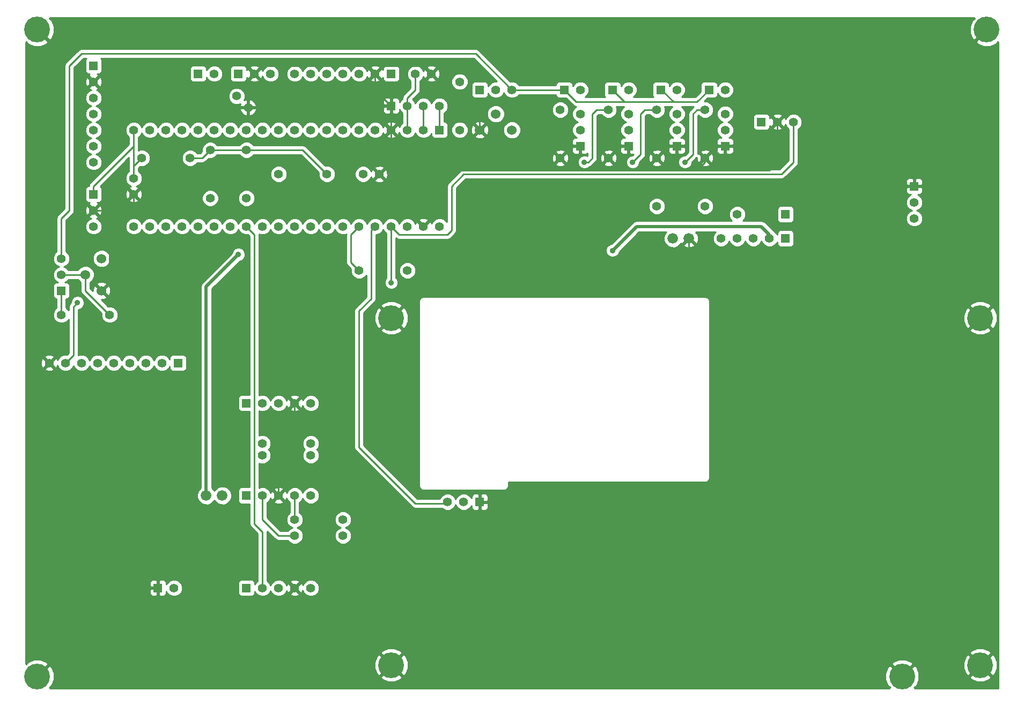
<source format=gtl>
G04 (created by PCBNEW (2013-07-07 BZR 4022)-stable) date 12/23/2015 4:52:50 PM*
%MOIN*%
G04 Gerber Fmt 3.4, Leading zero omitted, Abs format*
%FSLAX34Y34*%
G01*
G70*
G90*
G04 APERTURE LIST*
%ADD10C,0.00590551*%
%ADD11R,0.055X0.055*%
%ADD12C,0.055*%
%ADD13C,0.06*%
%ADD14C,0.066*%
%ADD15C,0.16*%
%ADD16C,0.035*%
%ADD17C,0.01*%
%ADD18C,0.02*%
G04 APERTURE END LIST*
G54D10*
G54D11*
X32750Y-43000D03*
G54D12*
X31750Y-43000D03*
X30750Y-43000D03*
X29750Y-43000D03*
X28750Y-43000D03*
X27750Y-43000D03*
X26750Y-43000D03*
X25750Y-43000D03*
X24750Y-43000D03*
G54D11*
X46000Y-25000D03*
G54D12*
X45000Y-25000D03*
X44000Y-25000D03*
X43000Y-25000D03*
X42000Y-25000D03*
X41000Y-25000D03*
X40000Y-25000D03*
G54D11*
X27500Y-24500D03*
G54D12*
X27500Y-25500D03*
X27500Y-26500D03*
X27500Y-27500D03*
X27500Y-28500D03*
X27500Y-29500D03*
X27500Y-30500D03*
G54D11*
X37000Y-51250D03*
G54D12*
X38000Y-51250D03*
X39000Y-51250D03*
X40000Y-51250D03*
X41000Y-51250D03*
G54D11*
X37000Y-45500D03*
G54D12*
X38000Y-45500D03*
X39000Y-45500D03*
X40000Y-45500D03*
X41000Y-45500D03*
G54D11*
X37000Y-57000D03*
G54D12*
X38000Y-57000D03*
X39000Y-57000D03*
X40000Y-57000D03*
X41000Y-57000D03*
G54D11*
X70500Y-35250D03*
G54D12*
X69500Y-35250D03*
X68500Y-35250D03*
X67500Y-35250D03*
X66500Y-35250D03*
G54D11*
X46000Y-27000D03*
G54D12*
X47000Y-27000D03*
X48000Y-27000D03*
X49000Y-27000D03*
G54D11*
X51500Y-51650D03*
G54D12*
X50500Y-51650D03*
X49500Y-51650D03*
G54D11*
X57750Y-29500D03*
G54D12*
X57750Y-28500D03*
X57750Y-27500D03*
G54D11*
X78500Y-32000D03*
G54D12*
X78500Y-33000D03*
X78500Y-34000D03*
G54D11*
X25500Y-38500D03*
G54D12*
X25500Y-37500D03*
X25500Y-36500D03*
G54D11*
X27500Y-32500D03*
G54D12*
X27500Y-33500D03*
X27500Y-34500D03*
G54D11*
X51500Y-26000D03*
G54D12*
X52500Y-26000D03*
X53500Y-26000D03*
G54D11*
X69000Y-28000D03*
G54D12*
X70000Y-28000D03*
X71000Y-28000D03*
G54D11*
X36500Y-25000D03*
G54D12*
X37500Y-25000D03*
X38500Y-25000D03*
G54D11*
X62750Y-26000D03*
G54D12*
X63750Y-26000D03*
G54D11*
X65750Y-26000D03*
G54D12*
X66750Y-26000D03*
G54D11*
X59750Y-26000D03*
G54D12*
X60750Y-26000D03*
G54D11*
X56750Y-26000D03*
G54D12*
X57750Y-26000D03*
G54D11*
X34000Y-25000D03*
G54D12*
X35000Y-25000D03*
G54D11*
X31500Y-57000D03*
G54D12*
X32500Y-57000D03*
G54D13*
X28000Y-38500D03*
X27000Y-37500D03*
X28000Y-36500D03*
X51500Y-28500D03*
X52500Y-27500D03*
X53500Y-28500D03*
G54D12*
X62500Y-27250D03*
X62500Y-30250D03*
X59500Y-27250D03*
X59500Y-30250D03*
X65500Y-27250D03*
X65500Y-30250D03*
X56500Y-27250D03*
X56500Y-30250D03*
X34750Y-32750D03*
X34750Y-29750D03*
X40000Y-52750D03*
X43000Y-52750D03*
X38000Y-48000D03*
X41000Y-48000D03*
X38000Y-48750D03*
X41000Y-48750D03*
X37000Y-29750D03*
X37000Y-32750D03*
X65500Y-33250D03*
X62500Y-33250D03*
X40000Y-53750D03*
X43000Y-53750D03*
X47000Y-37250D03*
X44000Y-37250D03*
X50250Y-28500D03*
X50250Y-25500D03*
X33500Y-30250D03*
X30500Y-30250D03*
X25500Y-40000D03*
X28500Y-40000D03*
X42000Y-31250D03*
X39000Y-31250D03*
G54D14*
X34500Y-51250D03*
X35500Y-51250D03*
X63500Y-35250D03*
X64500Y-35250D03*
G54D11*
X49000Y-28500D03*
G54D12*
X48000Y-28500D03*
X47000Y-28500D03*
X46000Y-28500D03*
X45000Y-28500D03*
X44000Y-28500D03*
X43000Y-28500D03*
X42000Y-28500D03*
X41000Y-28500D03*
X40000Y-28500D03*
X39000Y-28500D03*
X38000Y-28500D03*
X37000Y-28500D03*
X36000Y-28500D03*
X35000Y-28500D03*
X34000Y-28500D03*
X33000Y-28500D03*
X32000Y-28500D03*
X31000Y-28500D03*
X30000Y-28500D03*
X30000Y-34500D03*
X31000Y-34500D03*
X32000Y-34500D03*
X33000Y-34500D03*
X34000Y-34500D03*
X35000Y-34500D03*
X36000Y-34500D03*
X37000Y-34500D03*
X38000Y-34500D03*
X39000Y-34500D03*
X40000Y-34500D03*
X41000Y-34500D03*
X42000Y-34500D03*
X43000Y-34500D03*
X44000Y-34500D03*
X45000Y-34500D03*
X46000Y-34500D03*
X47000Y-34500D03*
X48000Y-34500D03*
X49000Y-34500D03*
G54D11*
X70500Y-33750D03*
G54D12*
X67500Y-33750D03*
X36396Y-26396D03*
X37103Y-27103D03*
X30000Y-31500D03*
X30000Y-32500D03*
X45250Y-31250D03*
X44250Y-31250D03*
X47500Y-25000D03*
X48500Y-25000D03*
G54D15*
X82600Y-61800D03*
X46000Y-61800D03*
X46000Y-40200D03*
X82600Y-40200D03*
X24000Y-22250D03*
X83000Y-22250D03*
X24000Y-62500D03*
X77750Y-62500D03*
G54D11*
X60750Y-29500D03*
G54D12*
X60750Y-28500D03*
X60750Y-27500D03*
G54D11*
X63750Y-29500D03*
G54D12*
X63750Y-28500D03*
X63750Y-27500D03*
G54D11*
X66750Y-29500D03*
G54D12*
X66750Y-28500D03*
X66750Y-27500D03*
G54D16*
X59750Y-36000D03*
X36500Y-36250D03*
X64250Y-30500D03*
X61000Y-30500D03*
X58000Y-30500D03*
X46000Y-38000D03*
X26500Y-39250D03*
G54D17*
X25500Y-36500D02*
X25500Y-34000D01*
X51250Y-23750D02*
X53500Y-26000D01*
X26750Y-23750D02*
X51250Y-23750D01*
X26000Y-24500D02*
X26750Y-23750D01*
X26000Y-33500D02*
X26000Y-24500D01*
X25500Y-34000D02*
X26000Y-33500D01*
X56750Y-26000D02*
X54250Y-26000D01*
X54250Y-26000D02*
X53500Y-26000D01*
X62750Y-26000D02*
X62800Y-26000D01*
X62800Y-26000D02*
X63550Y-26750D01*
X59750Y-26000D02*
X60500Y-26750D01*
X56750Y-26000D02*
X57500Y-26750D01*
X65000Y-26750D02*
X65750Y-26000D01*
X63550Y-26750D02*
X65000Y-26750D01*
X57500Y-26750D02*
X60500Y-26750D01*
X60500Y-26750D02*
X63550Y-26750D01*
G54D18*
X34500Y-51250D02*
X34500Y-48750D01*
X34500Y-38250D02*
X34500Y-44500D01*
X69500Y-35000D02*
X69000Y-34500D01*
X69000Y-34500D02*
X61250Y-34500D01*
X61250Y-34500D02*
X59750Y-36000D01*
X34500Y-48750D02*
X34500Y-44500D01*
X36500Y-36250D02*
X34500Y-38250D01*
X69500Y-35000D02*
X69500Y-35250D01*
G54D17*
X48000Y-27000D02*
X48000Y-28500D01*
X49000Y-27000D02*
X49000Y-28500D01*
X65500Y-27250D02*
X65000Y-27250D01*
X64750Y-30000D02*
X64250Y-30500D01*
X64750Y-27500D02*
X64750Y-30000D01*
X65000Y-27250D02*
X64750Y-27500D01*
X38000Y-57000D02*
X38000Y-55250D01*
X38000Y-53500D02*
X38000Y-55250D01*
X37500Y-35000D02*
X37000Y-34500D01*
X37500Y-53000D02*
X37500Y-41250D01*
X38000Y-53500D02*
X37500Y-53000D01*
X37500Y-35000D02*
X37500Y-41250D01*
X49000Y-51750D02*
X49400Y-51750D01*
X44750Y-39000D02*
X44000Y-39750D01*
X44000Y-39750D02*
X44000Y-48250D01*
X44000Y-48250D02*
X45000Y-49250D01*
X45000Y-49250D02*
X47500Y-51750D01*
X47500Y-51750D02*
X49000Y-51750D01*
X44750Y-34750D02*
X44750Y-39000D01*
X45000Y-34500D02*
X44750Y-34750D01*
X49400Y-51750D02*
X49500Y-51650D01*
X62500Y-27250D02*
X61750Y-27250D01*
X61500Y-30000D02*
X61000Y-30500D01*
X61500Y-27500D02*
X61500Y-30000D01*
X61750Y-27250D02*
X61500Y-27500D01*
X59500Y-27250D02*
X58750Y-27250D01*
X58250Y-30500D02*
X58000Y-30500D01*
X58500Y-30250D02*
X58250Y-30500D01*
X58500Y-27500D02*
X58500Y-30250D01*
X58750Y-27250D02*
X58500Y-27500D01*
X30500Y-30250D02*
X30000Y-30750D01*
X30000Y-29500D02*
X30000Y-30750D01*
X30000Y-30750D02*
X30000Y-31500D01*
X27500Y-32500D02*
X27500Y-32000D01*
X30000Y-29500D02*
X30000Y-28500D01*
X27500Y-32000D02*
X30000Y-29500D01*
X47000Y-28500D02*
X47000Y-27000D01*
X47500Y-25000D02*
X47500Y-26000D01*
X47000Y-26500D02*
X47000Y-28500D01*
X47500Y-26000D02*
X47000Y-26500D01*
X27000Y-37500D02*
X27000Y-38500D01*
X27000Y-38500D02*
X28500Y-40000D01*
X25500Y-37500D02*
X27000Y-37500D01*
X38000Y-51250D02*
X38000Y-52750D01*
X39000Y-53750D02*
X40000Y-53750D01*
X38000Y-52750D02*
X39000Y-53750D01*
X40000Y-51250D02*
X40000Y-52750D01*
X25500Y-40000D02*
X25500Y-38500D01*
X44000Y-37250D02*
X43500Y-36750D01*
X43500Y-35000D02*
X44000Y-34500D01*
X43500Y-36750D02*
X43500Y-35000D01*
X46000Y-34500D02*
X46000Y-38000D01*
X46000Y-34500D02*
X46500Y-35000D01*
X71000Y-30500D02*
X71000Y-28000D01*
X70250Y-31250D02*
X71000Y-30500D01*
X50500Y-31250D02*
X70250Y-31250D01*
X49750Y-32000D02*
X50500Y-31250D01*
X49750Y-34750D02*
X49750Y-32000D01*
X49500Y-35000D02*
X49750Y-34750D01*
X46500Y-35000D02*
X49500Y-35000D01*
X37000Y-29750D02*
X40500Y-29750D01*
X40500Y-29750D02*
X42000Y-31250D01*
X34750Y-29750D02*
X37000Y-29750D01*
X33500Y-30250D02*
X34250Y-30250D01*
X34250Y-30250D02*
X34750Y-29750D01*
X26250Y-42500D02*
X25750Y-43000D01*
X26250Y-39500D02*
X26250Y-42500D01*
X26500Y-39250D02*
X26250Y-39500D01*
X66250Y-51250D02*
X65850Y-51650D01*
X66250Y-51250D02*
X66250Y-38000D01*
X66250Y-38000D02*
X64500Y-36250D01*
X64500Y-35250D02*
X64500Y-36250D01*
X65850Y-51650D02*
X51500Y-51650D01*
X40000Y-45500D02*
X40000Y-47250D01*
X40000Y-47250D02*
X40000Y-48750D01*
X40000Y-48750D02*
X39000Y-49750D01*
X39000Y-49750D02*
X39000Y-51250D01*
X46000Y-30000D02*
X46100Y-30000D01*
X47100Y-31000D02*
X65000Y-31000D01*
X46100Y-30000D02*
X47100Y-31000D01*
X65500Y-30250D02*
X65500Y-30500D01*
X65500Y-30500D02*
X65000Y-31000D01*
X70000Y-30500D02*
X70000Y-28000D01*
X69500Y-31000D02*
X70000Y-30500D01*
X65000Y-31000D02*
X69500Y-31000D01*
X30000Y-32500D02*
X30000Y-33000D01*
X30000Y-33000D02*
X29500Y-33500D01*
X37500Y-25000D02*
X37103Y-25396D01*
X37103Y-25396D02*
X37103Y-27103D01*
X46000Y-30500D02*
X45250Y-31250D01*
X37500Y-25000D02*
X38000Y-24500D01*
X44500Y-24500D02*
X45000Y-25000D01*
X38000Y-24500D02*
X44500Y-24500D01*
X29500Y-33500D02*
X29000Y-33500D01*
X28500Y-38000D02*
X28000Y-38500D01*
X28500Y-34000D02*
X28500Y-38000D01*
X29000Y-33500D02*
X28500Y-34000D01*
X46000Y-28500D02*
X46000Y-30000D01*
X46000Y-30000D02*
X46000Y-30500D01*
X46000Y-30500D02*
X46000Y-32100D01*
X46000Y-32100D02*
X46000Y-32500D01*
X46000Y-32500D02*
X47000Y-33500D01*
X27500Y-33500D02*
X29500Y-33500D01*
X29500Y-33500D02*
X47000Y-33500D01*
X47000Y-33500D02*
X48000Y-34500D01*
X51500Y-28500D02*
X51500Y-28000D01*
X51500Y-28000D02*
X48500Y-25000D01*
X48500Y-25000D02*
X48000Y-24500D01*
X48000Y-24500D02*
X45500Y-24500D01*
X45500Y-24500D02*
X45000Y-25000D01*
X46000Y-28500D02*
X46000Y-27000D01*
X46000Y-27000D02*
X45000Y-26000D01*
X45000Y-26000D02*
X45000Y-25000D01*
G54D10*
G36*
X83730Y-63230D02*
X83676Y-63230D01*
X83651Y-63230D01*
X83651Y-62001D01*
X83651Y-40401D01*
X83648Y-39983D01*
X83494Y-39611D01*
X83347Y-39523D01*
X83276Y-39594D01*
X83276Y-39452D01*
X83188Y-39305D01*
X82801Y-39148D01*
X82383Y-39151D01*
X82011Y-39305D01*
X81923Y-39452D01*
X82600Y-40129D01*
X83276Y-39452D01*
X83276Y-39594D01*
X82670Y-40200D01*
X83347Y-40876D01*
X83494Y-40788D01*
X83651Y-40401D01*
X83651Y-62001D01*
X83648Y-61583D01*
X83494Y-61211D01*
X83347Y-61123D01*
X83276Y-61194D01*
X83276Y-61052D01*
X83276Y-40947D01*
X82600Y-40270D01*
X82529Y-40341D01*
X82529Y-40200D01*
X81852Y-39523D01*
X81705Y-39611D01*
X81548Y-39998D01*
X81551Y-40416D01*
X81705Y-40788D01*
X81852Y-40876D01*
X82529Y-40200D01*
X82529Y-40341D01*
X81923Y-40947D01*
X82011Y-41094D01*
X82398Y-41251D01*
X82816Y-41248D01*
X83188Y-41094D01*
X83276Y-40947D01*
X83276Y-61052D01*
X83188Y-60905D01*
X82801Y-60748D01*
X82383Y-60751D01*
X82011Y-60905D01*
X81923Y-61052D01*
X82600Y-61729D01*
X83276Y-61052D01*
X83276Y-61194D01*
X82670Y-61800D01*
X83347Y-62476D01*
X83494Y-62388D01*
X83651Y-62001D01*
X83651Y-63230D01*
X83276Y-63230D01*
X83276Y-62547D01*
X82600Y-61870D01*
X82529Y-61941D01*
X82529Y-61800D01*
X81852Y-61123D01*
X81705Y-61211D01*
X81548Y-61598D01*
X81551Y-62016D01*
X81705Y-62388D01*
X81852Y-62476D01*
X82529Y-61800D01*
X82529Y-61941D01*
X81923Y-62547D01*
X82011Y-62694D01*
X82398Y-62851D01*
X82816Y-62848D01*
X83188Y-62694D01*
X83276Y-62547D01*
X83276Y-63230D01*
X79025Y-63230D01*
X79025Y-33896D01*
X78945Y-33703D01*
X78797Y-33555D01*
X78664Y-33499D01*
X78797Y-33445D01*
X78944Y-33297D01*
X79024Y-33104D01*
X79025Y-32896D01*
X78945Y-32703D01*
X78797Y-32555D01*
X78725Y-32525D01*
X78725Y-32525D01*
X78824Y-32524D01*
X78916Y-32486D01*
X78987Y-32416D01*
X79025Y-32324D01*
X79025Y-31675D01*
X78987Y-31583D01*
X78916Y-31513D01*
X78824Y-31475D01*
X78725Y-31474D01*
X78612Y-31475D01*
X78550Y-31537D01*
X78550Y-31950D01*
X78962Y-31950D01*
X79025Y-31887D01*
X79025Y-31675D01*
X79025Y-32324D01*
X79025Y-32112D01*
X78962Y-32050D01*
X78550Y-32050D01*
X78550Y-32057D01*
X78450Y-32057D01*
X78450Y-32050D01*
X78450Y-31950D01*
X78450Y-31537D01*
X78387Y-31475D01*
X78274Y-31474D01*
X78175Y-31475D01*
X78083Y-31513D01*
X78012Y-31583D01*
X77974Y-31675D01*
X77975Y-31887D01*
X78037Y-31950D01*
X78450Y-31950D01*
X78450Y-32050D01*
X78037Y-32050D01*
X77975Y-32112D01*
X77974Y-32324D01*
X78012Y-32416D01*
X78083Y-32486D01*
X78175Y-32524D01*
X78274Y-32525D01*
X78274Y-32525D01*
X78203Y-32554D01*
X78055Y-32702D01*
X77975Y-32895D01*
X77974Y-33103D01*
X78054Y-33297D01*
X78202Y-33444D01*
X78335Y-33500D01*
X78203Y-33554D01*
X78055Y-33702D01*
X77975Y-33895D01*
X77974Y-34103D01*
X78054Y-34297D01*
X78202Y-34444D01*
X78395Y-34524D01*
X78603Y-34525D01*
X78797Y-34445D01*
X78944Y-34297D01*
X79024Y-34104D01*
X79025Y-33896D01*
X79025Y-63230D01*
X78801Y-63230D01*
X78532Y-63230D01*
X78541Y-63220D01*
X78497Y-63176D01*
X78644Y-63088D01*
X78801Y-62701D01*
X78798Y-62283D01*
X78644Y-61911D01*
X78497Y-61823D01*
X78426Y-61894D01*
X78426Y-61752D01*
X78338Y-61605D01*
X77951Y-61448D01*
X77533Y-61451D01*
X77161Y-61605D01*
X77073Y-61752D01*
X77750Y-62429D01*
X78426Y-61752D01*
X78426Y-61894D01*
X77820Y-62500D01*
X77826Y-62505D01*
X77755Y-62576D01*
X77750Y-62570D01*
X77744Y-62576D01*
X77679Y-62511D01*
X77673Y-62505D01*
X77679Y-62500D01*
X77002Y-61823D01*
X76855Y-61911D01*
X76698Y-62298D01*
X76701Y-62716D01*
X76855Y-63088D01*
X77002Y-63176D01*
X76958Y-63220D01*
X76967Y-63230D01*
X71525Y-63230D01*
X71525Y-27896D01*
X71445Y-27703D01*
X71297Y-27555D01*
X71104Y-27475D01*
X70896Y-27474D01*
X70703Y-27554D01*
X70555Y-27702D01*
X70502Y-27828D01*
X70460Y-27727D01*
X70367Y-27702D01*
X70297Y-27773D01*
X70297Y-27632D01*
X70272Y-27539D01*
X70075Y-27470D01*
X69867Y-27481D01*
X69727Y-27539D01*
X69702Y-27632D01*
X70000Y-27929D01*
X70297Y-27632D01*
X70297Y-27773D01*
X70070Y-28000D01*
X70367Y-28297D01*
X70460Y-28272D01*
X70499Y-28162D01*
X70554Y-28297D01*
X70700Y-28442D01*
X70700Y-30375D01*
X70297Y-30778D01*
X70297Y-28367D01*
X70000Y-28070D01*
X69929Y-28141D01*
X69929Y-28000D01*
X69632Y-27702D01*
X69539Y-27727D01*
X69525Y-27768D01*
X69525Y-27675D01*
X69487Y-27583D01*
X69416Y-27513D01*
X69324Y-27475D01*
X69225Y-27474D01*
X68675Y-27474D01*
X68583Y-27512D01*
X68513Y-27583D01*
X68475Y-27675D01*
X68474Y-27774D01*
X68474Y-28324D01*
X68512Y-28416D01*
X68583Y-28486D01*
X68675Y-28524D01*
X68774Y-28525D01*
X69324Y-28525D01*
X69416Y-28487D01*
X69486Y-28416D01*
X69524Y-28324D01*
X69525Y-28237D01*
X69539Y-28272D01*
X69632Y-28297D01*
X69929Y-28000D01*
X69929Y-28141D01*
X69702Y-28367D01*
X69727Y-28460D01*
X69924Y-28529D01*
X70132Y-28518D01*
X70272Y-28460D01*
X70297Y-28367D01*
X70297Y-30778D01*
X70125Y-30950D01*
X67275Y-30950D01*
X67275Y-28396D01*
X67195Y-28203D01*
X67047Y-28055D01*
X66914Y-27999D01*
X67047Y-27945D01*
X67194Y-27797D01*
X67274Y-27604D01*
X67275Y-27396D01*
X67275Y-25896D01*
X67195Y-25703D01*
X67047Y-25555D01*
X66854Y-25475D01*
X66646Y-25474D01*
X66453Y-25554D01*
X66305Y-25702D01*
X66275Y-25774D01*
X66275Y-25675D01*
X66237Y-25583D01*
X66166Y-25513D01*
X66074Y-25475D01*
X65975Y-25474D01*
X65425Y-25474D01*
X65333Y-25512D01*
X65263Y-25583D01*
X65225Y-25675D01*
X65224Y-25774D01*
X65224Y-26100D01*
X64875Y-26450D01*
X64035Y-26450D01*
X64047Y-26445D01*
X64194Y-26297D01*
X64274Y-26104D01*
X64275Y-25896D01*
X64195Y-25703D01*
X64047Y-25555D01*
X63854Y-25475D01*
X63646Y-25474D01*
X63453Y-25554D01*
X63305Y-25702D01*
X63275Y-25774D01*
X63275Y-25675D01*
X63237Y-25583D01*
X63166Y-25513D01*
X63074Y-25475D01*
X62975Y-25474D01*
X62425Y-25474D01*
X62333Y-25512D01*
X62263Y-25583D01*
X62225Y-25675D01*
X62224Y-25774D01*
X62224Y-26324D01*
X62262Y-26416D01*
X62296Y-26450D01*
X61035Y-26450D01*
X61047Y-26445D01*
X61194Y-26297D01*
X61274Y-26104D01*
X61275Y-25896D01*
X61195Y-25703D01*
X61047Y-25555D01*
X60854Y-25475D01*
X60646Y-25474D01*
X60453Y-25554D01*
X60305Y-25702D01*
X60275Y-25774D01*
X60275Y-25675D01*
X60237Y-25583D01*
X60166Y-25513D01*
X60074Y-25475D01*
X59975Y-25474D01*
X59425Y-25474D01*
X59333Y-25512D01*
X59263Y-25583D01*
X59225Y-25675D01*
X59224Y-25774D01*
X59224Y-26324D01*
X59262Y-26416D01*
X59296Y-26450D01*
X58035Y-26450D01*
X58047Y-26445D01*
X58194Y-26297D01*
X58274Y-26104D01*
X58275Y-25896D01*
X58195Y-25703D01*
X58047Y-25555D01*
X57854Y-25475D01*
X57646Y-25474D01*
X57453Y-25554D01*
X57305Y-25702D01*
X57275Y-25774D01*
X57275Y-25675D01*
X57237Y-25583D01*
X57166Y-25513D01*
X57074Y-25475D01*
X56975Y-25474D01*
X56425Y-25474D01*
X56333Y-25512D01*
X56263Y-25583D01*
X56225Y-25675D01*
X56225Y-25700D01*
X54250Y-25700D01*
X53942Y-25700D01*
X53797Y-25555D01*
X53604Y-25475D01*
X53399Y-25474D01*
X51462Y-23537D01*
X51364Y-23472D01*
X51250Y-23450D01*
X26750Y-23450D01*
X26635Y-23472D01*
X26537Y-23537D01*
X25787Y-24287D01*
X25722Y-24385D01*
X25700Y-24500D01*
X25700Y-33375D01*
X25287Y-33787D01*
X25222Y-33885D01*
X25200Y-34000D01*
X25200Y-36057D01*
X25055Y-36202D01*
X25051Y-36211D01*
X24975Y-36395D01*
X24974Y-36603D01*
X25054Y-36797D01*
X25202Y-36944D01*
X25335Y-37000D01*
X25203Y-37054D01*
X25055Y-37202D01*
X24975Y-37395D01*
X24974Y-37603D01*
X25054Y-37797D01*
X25202Y-37944D01*
X25274Y-37974D01*
X25175Y-37974D01*
X25083Y-38012D01*
X25013Y-38083D01*
X24975Y-38175D01*
X24974Y-38274D01*
X24974Y-38824D01*
X25012Y-38916D01*
X25083Y-38986D01*
X25175Y-39024D01*
X25200Y-39024D01*
X25200Y-39557D01*
X25055Y-39702D01*
X24975Y-39895D01*
X24974Y-40103D01*
X25054Y-40297D01*
X25202Y-40444D01*
X25395Y-40524D01*
X25603Y-40525D01*
X25797Y-40445D01*
X25944Y-40297D01*
X25950Y-40285D01*
X25950Y-42375D01*
X25850Y-42475D01*
X25646Y-42474D01*
X25453Y-42554D01*
X25305Y-42702D01*
X25252Y-42828D01*
X25210Y-42727D01*
X25117Y-42702D01*
X25047Y-42773D01*
X25047Y-42632D01*
X25022Y-42539D01*
X24825Y-42470D01*
X24676Y-42478D01*
X24617Y-42481D01*
X24477Y-42539D01*
X24452Y-42632D01*
X24750Y-42929D01*
X25047Y-42632D01*
X25047Y-42773D01*
X24820Y-43000D01*
X25117Y-43297D01*
X25210Y-43272D01*
X25249Y-43162D01*
X25304Y-43297D01*
X25452Y-43444D01*
X25645Y-43524D01*
X25853Y-43525D01*
X26047Y-43445D01*
X26194Y-43297D01*
X26250Y-43164D01*
X26304Y-43297D01*
X26452Y-43444D01*
X26645Y-43524D01*
X26853Y-43525D01*
X27047Y-43445D01*
X27194Y-43297D01*
X27250Y-43164D01*
X27304Y-43297D01*
X27452Y-43444D01*
X27645Y-43524D01*
X27853Y-43525D01*
X28047Y-43445D01*
X28194Y-43297D01*
X28250Y-43164D01*
X28304Y-43297D01*
X28452Y-43444D01*
X28645Y-43524D01*
X28853Y-43525D01*
X29047Y-43445D01*
X29194Y-43297D01*
X29250Y-43164D01*
X29304Y-43297D01*
X29452Y-43444D01*
X29645Y-43524D01*
X29853Y-43525D01*
X30047Y-43445D01*
X30194Y-43297D01*
X30250Y-43164D01*
X30304Y-43297D01*
X30452Y-43444D01*
X30645Y-43524D01*
X30853Y-43525D01*
X31047Y-43445D01*
X31194Y-43297D01*
X31250Y-43164D01*
X31304Y-43297D01*
X31452Y-43444D01*
X31645Y-43524D01*
X31853Y-43525D01*
X32047Y-43445D01*
X32194Y-43297D01*
X32224Y-43225D01*
X32224Y-43324D01*
X32262Y-43416D01*
X32333Y-43486D01*
X32425Y-43524D01*
X32524Y-43525D01*
X33074Y-43525D01*
X33166Y-43487D01*
X33236Y-43416D01*
X33274Y-43324D01*
X33275Y-43225D01*
X33275Y-42675D01*
X33237Y-42583D01*
X33166Y-42513D01*
X33074Y-42475D01*
X32975Y-42474D01*
X32425Y-42474D01*
X32333Y-42512D01*
X32263Y-42583D01*
X32225Y-42675D01*
X32224Y-42774D01*
X32224Y-42774D01*
X32195Y-42703D01*
X32047Y-42555D01*
X31854Y-42475D01*
X31646Y-42474D01*
X31453Y-42554D01*
X31305Y-42702D01*
X31249Y-42835D01*
X31195Y-42703D01*
X31047Y-42555D01*
X30854Y-42475D01*
X30646Y-42474D01*
X30453Y-42554D01*
X30305Y-42702D01*
X30249Y-42835D01*
X30195Y-42703D01*
X30047Y-42555D01*
X29854Y-42475D01*
X29646Y-42474D01*
X29453Y-42554D01*
X29305Y-42702D01*
X29249Y-42835D01*
X29195Y-42703D01*
X29047Y-42555D01*
X28854Y-42475D01*
X28646Y-42474D01*
X28453Y-42554D01*
X28305Y-42702D01*
X28249Y-42835D01*
X28195Y-42703D01*
X28047Y-42555D01*
X27854Y-42475D01*
X27646Y-42474D01*
X27453Y-42554D01*
X27305Y-42702D01*
X27249Y-42835D01*
X27195Y-42703D01*
X27047Y-42555D01*
X26854Y-42475D01*
X26646Y-42474D01*
X26546Y-42515D01*
X26549Y-42500D01*
X26550Y-42500D01*
X26550Y-39675D01*
X26584Y-39675D01*
X26740Y-39610D01*
X26860Y-39491D01*
X26924Y-39334D01*
X26925Y-39165D01*
X26860Y-39009D01*
X26741Y-38889D01*
X26584Y-38825D01*
X26415Y-38824D01*
X26259Y-38889D01*
X26139Y-39008D01*
X26075Y-39165D01*
X26074Y-39250D01*
X26037Y-39287D01*
X25972Y-39385D01*
X25950Y-39500D01*
X25950Y-39714D01*
X25945Y-39703D01*
X25800Y-39557D01*
X25800Y-39025D01*
X25824Y-39025D01*
X25916Y-38987D01*
X25986Y-38916D01*
X26024Y-38824D01*
X26025Y-38725D01*
X26025Y-38175D01*
X25987Y-38083D01*
X25916Y-38013D01*
X25824Y-37975D01*
X25725Y-37974D01*
X25725Y-37974D01*
X25797Y-37945D01*
X25942Y-37800D01*
X26528Y-37800D01*
X26533Y-37811D01*
X26688Y-37965D01*
X26700Y-37970D01*
X26700Y-38500D01*
X26722Y-38614D01*
X26787Y-38712D01*
X27975Y-39899D01*
X27974Y-40103D01*
X28054Y-40297D01*
X28202Y-40444D01*
X28395Y-40524D01*
X28603Y-40525D01*
X28797Y-40445D01*
X28944Y-40297D01*
X29024Y-40104D01*
X29025Y-39896D01*
X28945Y-39703D01*
X28797Y-39555D01*
X28604Y-39475D01*
X28554Y-39475D01*
X28554Y-38581D01*
X28550Y-38488D01*
X28550Y-36391D01*
X28466Y-36188D01*
X28311Y-36034D01*
X28109Y-35950D01*
X28029Y-35950D01*
X28029Y-33575D01*
X28018Y-33367D01*
X27960Y-33227D01*
X27867Y-33202D01*
X27570Y-33500D01*
X27867Y-33797D01*
X27960Y-33772D01*
X28029Y-33575D01*
X28029Y-35950D01*
X28025Y-35950D01*
X28025Y-34396D01*
X27945Y-34203D01*
X27797Y-34055D01*
X27671Y-34002D01*
X27772Y-33960D01*
X27797Y-33867D01*
X27500Y-33570D01*
X27429Y-33641D01*
X27429Y-33500D01*
X27132Y-33202D01*
X27039Y-33227D01*
X26970Y-33424D01*
X26981Y-33632D01*
X27039Y-33772D01*
X27132Y-33797D01*
X27429Y-33500D01*
X27429Y-33641D01*
X27202Y-33867D01*
X27227Y-33960D01*
X27337Y-33999D01*
X27203Y-34054D01*
X27055Y-34202D01*
X26975Y-34395D01*
X26974Y-34603D01*
X27054Y-34797D01*
X27202Y-34944D01*
X27395Y-35024D01*
X27603Y-35025D01*
X27797Y-34945D01*
X27944Y-34797D01*
X28024Y-34604D01*
X28025Y-34396D01*
X28025Y-35950D01*
X27891Y-35949D01*
X27688Y-36033D01*
X27534Y-36188D01*
X27450Y-36390D01*
X27449Y-36608D01*
X27533Y-36811D01*
X27688Y-36965D01*
X27890Y-37049D01*
X28108Y-37050D01*
X28311Y-36966D01*
X28465Y-36811D01*
X28549Y-36609D01*
X28550Y-36391D01*
X28550Y-38488D01*
X28543Y-38363D01*
X28481Y-38212D01*
X28385Y-38184D01*
X28315Y-38255D01*
X28315Y-38114D01*
X28287Y-38018D01*
X28081Y-37945D01*
X27863Y-37956D01*
X27712Y-38018D01*
X27684Y-38114D01*
X28000Y-38429D01*
X28315Y-38114D01*
X28315Y-38255D01*
X28070Y-38500D01*
X28385Y-38815D01*
X28481Y-38787D01*
X28554Y-38581D01*
X28554Y-39475D01*
X28399Y-39474D01*
X27976Y-39051D01*
X28136Y-39043D01*
X28287Y-38981D01*
X28315Y-38885D01*
X28000Y-38570D01*
X27994Y-38576D01*
X27923Y-38505D01*
X27929Y-38500D01*
X27614Y-38184D01*
X27518Y-38212D01*
X27445Y-38418D01*
X27450Y-38526D01*
X27300Y-38375D01*
X27300Y-37971D01*
X27311Y-37966D01*
X27465Y-37811D01*
X27549Y-37609D01*
X27550Y-37391D01*
X27466Y-37188D01*
X27311Y-37034D01*
X27109Y-36950D01*
X26891Y-36949D01*
X26688Y-37033D01*
X26534Y-37188D01*
X26529Y-37200D01*
X25942Y-37200D01*
X25797Y-37055D01*
X25664Y-36999D01*
X25797Y-36945D01*
X25944Y-36797D01*
X26024Y-36604D01*
X26025Y-36396D01*
X25945Y-36203D01*
X25800Y-36057D01*
X25800Y-34124D01*
X26212Y-33712D01*
X26212Y-33712D01*
X26277Y-33614D01*
X26299Y-33500D01*
X26300Y-33500D01*
X26300Y-24624D01*
X26874Y-24050D01*
X27046Y-24050D01*
X27013Y-24083D01*
X26975Y-24175D01*
X26974Y-24274D01*
X26974Y-24824D01*
X27012Y-24916D01*
X27083Y-24986D01*
X27175Y-25024D01*
X27262Y-25025D01*
X27227Y-25039D01*
X27202Y-25132D01*
X27500Y-25429D01*
X27797Y-25132D01*
X27772Y-25039D01*
X27731Y-25025D01*
X27824Y-25025D01*
X27916Y-24987D01*
X27986Y-24916D01*
X28024Y-24824D01*
X28025Y-24725D01*
X28025Y-24175D01*
X27987Y-24083D01*
X27953Y-24050D01*
X51125Y-24050D01*
X52550Y-25475D01*
X52396Y-25474D01*
X52203Y-25554D01*
X52055Y-25702D01*
X52025Y-25774D01*
X52025Y-25675D01*
X51987Y-25583D01*
X51916Y-25513D01*
X51824Y-25475D01*
X51725Y-25474D01*
X51175Y-25474D01*
X51083Y-25512D01*
X51013Y-25583D01*
X50975Y-25675D01*
X50974Y-25774D01*
X50974Y-26324D01*
X51012Y-26416D01*
X51083Y-26486D01*
X51175Y-26524D01*
X51274Y-26525D01*
X51824Y-26525D01*
X51916Y-26487D01*
X51986Y-26416D01*
X52024Y-26324D01*
X52025Y-26225D01*
X52025Y-26225D01*
X52054Y-26297D01*
X52202Y-26444D01*
X52395Y-26524D01*
X52603Y-26525D01*
X52797Y-26445D01*
X52944Y-26297D01*
X53000Y-26164D01*
X53054Y-26297D01*
X53202Y-26444D01*
X53395Y-26524D01*
X53603Y-26525D01*
X53797Y-26445D01*
X53942Y-26300D01*
X54250Y-26300D01*
X56224Y-26300D01*
X56224Y-26324D01*
X56262Y-26416D01*
X56333Y-26486D01*
X56425Y-26524D01*
X56524Y-26525D01*
X56850Y-26525D01*
X57287Y-26962D01*
X57287Y-26962D01*
X57385Y-27027D01*
X57475Y-27045D01*
X57453Y-27054D01*
X57305Y-27202D01*
X57225Y-27395D01*
X57224Y-27603D01*
X57304Y-27797D01*
X57452Y-27944D01*
X57585Y-28000D01*
X57453Y-28054D01*
X57305Y-28202D01*
X57225Y-28395D01*
X57224Y-28603D01*
X57304Y-28797D01*
X57452Y-28944D01*
X57524Y-28974D01*
X57524Y-28974D01*
X57425Y-28975D01*
X57333Y-29013D01*
X57262Y-29083D01*
X57224Y-29175D01*
X57225Y-29387D01*
X57287Y-29450D01*
X57700Y-29450D01*
X57700Y-29442D01*
X57800Y-29442D01*
X57800Y-29450D01*
X57807Y-29450D01*
X57807Y-29550D01*
X57800Y-29550D01*
X57800Y-29962D01*
X57862Y-30025D01*
X57975Y-30025D01*
X58074Y-30024D01*
X58166Y-29986D01*
X58200Y-29953D01*
X58200Y-30122D01*
X58084Y-30075D01*
X57915Y-30074D01*
X57759Y-30139D01*
X57700Y-30198D01*
X57700Y-29962D01*
X57700Y-29550D01*
X57287Y-29550D01*
X57225Y-29612D01*
X57224Y-29824D01*
X57262Y-29916D01*
X57333Y-29986D01*
X57425Y-30024D01*
X57524Y-30025D01*
X57637Y-30025D01*
X57700Y-29962D01*
X57700Y-30198D01*
X57639Y-30258D01*
X57575Y-30415D01*
X57574Y-30584D01*
X57639Y-30740D01*
X57758Y-30860D01*
X57915Y-30924D01*
X58084Y-30925D01*
X58240Y-30860D01*
X58313Y-30787D01*
X58364Y-30777D01*
X58364Y-30777D01*
X58462Y-30712D01*
X58712Y-30462D01*
X58712Y-30462D01*
X58777Y-30364D01*
X58799Y-30250D01*
X58800Y-30250D01*
X58800Y-27624D01*
X58874Y-27550D01*
X59057Y-27550D01*
X59202Y-27694D01*
X59395Y-27774D01*
X59603Y-27775D01*
X59797Y-27695D01*
X59944Y-27547D01*
X60024Y-27354D01*
X60025Y-27146D01*
X59985Y-27050D01*
X60464Y-27050D01*
X60453Y-27054D01*
X60305Y-27202D01*
X60225Y-27395D01*
X60224Y-27603D01*
X60304Y-27797D01*
X60452Y-27944D01*
X60585Y-28000D01*
X60453Y-28054D01*
X60305Y-28202D01*
X60225Y-28395D01*
X60224Y-28603D01*
X60304Y-28797D01*
X60452Y-28944D01*
X60524Y-28974D01*
X60524Y-28974D01*
X60425Y-28975D01*
X60333Y-29013D01*
X60262Y-29083D01*
X60224Y-29175D01*
X60225Y-29387D01*
X60287Y-29450D01*
X60700Y-29450D01*
X60700Y-29442D01*
X60800Y-29442D01*
X60800Y-29450D01*
X60807Y-29450D01*
X60807Y-29550D01*
X60800Y-29550D01*
X60800Y-29962D01*
X60862Y-30025D01*
X60975Y-30025D01*
X61050Y-30024D01*
X61000Y-30075D01*
X60915Y-30074D01*
X60759Y-30139D01*
X60700Y-30198D01*
X60700Y-29962D01*
X60700Y-29550D01*
X60287Y-29550D01*
X60225Y-29612D01*
X60224Y-29824D01*
X60262Y-29916D01*
X60333Y-29986D01*
X60425Y-30024D01*
X60524Y-30025D01*
X60637Y-30025D01*
X60700Y-29962D01*
X60700Y-30198D01*
X60639Y-30258D01*
X60575Y-30415D01*
X60574Y-30584D01*
X60639Y-30740D01*
X60758Y-30860D01*
X60915Y-30924D01*
X61084Y-30925D01*
X61240Y-30860D01*
X61360Y-30741D01*
X61424Y-30584D01*
X61425Y-30499D01*
X61712Y-30212D01*
X61712Y-30212D01*
X61777Y-30114D01*
X61799Y-30000D01*
X61800Y-30000D01*
X61800Y-27624D01*
X61874Y-27550D01*
X62057Y-27550D01*
X62202Y-27694D01*
X62395Y-27774D01*
X62603Y-27775D01*
X62797Y-27695D01*
X62944Y-27547D01*
X63024Y-27354D01*
X63025Y-27146D01*
X62985Y-27050D01*
X63464Y-27050D01*
X63453Y-27054D01*
X63305Y-27202D01*
X63225Y-27395D01*
X63224Y-27603D01*
X63304Y-27797D01*
X63452Y-27944D01*
X63585Y-28000D01*
X63453Y-28054D01*
X63305Y-28202D01*
X63225Y-28395D01*
X63224Y-28603D01*
X63304Y-28797D01*
X63452Y-28944D01*
X63524Y-28974D01*
X63524Y-28974D01*
X63425Y-28975D01*
X63333Y-29013D01*
X63262Y-29083D01*
X63224Y-29175D01*
X63225Y-29387D01*
X63287Y-29450D01*
X63700Y-29450D01*
X63700Y-29442D01*
X63800Y-29442D01*
X63800Y-29450D01*
X64212Y-29450D01*
X64275Y-29387D01*
X64275Y-29175D01*
X64237Y-29083D01*
X64166Y-29013D01*
X64074Y-28975D01*
X63975Y-28974D01*
X63975Y-28974D01*
X64047Y-28945D01*
X64194Y-28797D01*
X64274Y-28604D01*
X64275Y-28396D01*
X64195Y-28203D01*
X64047Y-28055D01*
X63914Y-27999D01*
X64047Y-27945D01*
X64194Y-27797D01*
X64274Y-27604D01*
X64275Y-27396D01*
X64195Y-27203D01*
X64047Y-27055D01*
X64035Y-27050D01*
X64775Y-27050D01*
X64537Y-27287D01*
X64472Y-27385D01*
X64450Y-27500D01*
X64450Y-29875D01*
X64275Y-30050D01*
X64275Y-29824D01*
X64275Y-29612D01*
X64212Y-29550D01*
X63800Y-29550D01*
X63800Y-29962D01*
X63862Y-30025D01*
X63975Y-30025D01*
X64074Y-30024D01*
X64166Y-29986D01*
X64237Y-29916D01*
X64275Y-29824D01*
X64275Y-30050D01*
X64250Y-30075D01*
X64165Y-30074D01*
X64009Y-30139D01*
X63889Y-30258D01*
X63825Y-30415D01*
X63824Y-30584D01*
X63889Y-30740D01*
X64008Y-30860D01*
X64165Y-30924D01*
X64334Y-30925D01*
X64490Y-30860D01*
X64610Y-30741D01*
X64674Y-30584D01*
X64675Y-30499D01*
X64962Y-30212D01*
X64962Y-30212D01*
X64971Y-30198D01*
X64981Y-30382D01*
X65039Y-30522D01*
X65132Y-30547D01*
X65429Y-30250D01*
X65132Y-29952D01*
X65050Y-29974D01*
X65050Y-27624D01*
X65090Y-27583D01*
X65202Y-27694D01*
X65395Y-27774D01*
X65603Y-27775D01*
X65797Y-27695D01*
X65944Y-27547D01*
X66024Y-27354D01*
X66025Y-27146D01*
X65945Y-26953D01*
X65797Y-26805D01*
X65604Y-26725D01*
X65449Y-26724D01*
X65649Y-26525D01*
X66074Y-26525D01*
X66166Y-26487D01*
X66236Y-26416D01*
X66274Y-26324D01*
X66275Y-26225D01*
X66275Y-26225D01*
X66304Y-26297D01*
X66452Y-26444D01*
X66645Y-26524D01*
X66853Y-26525D01*
X67047Y-26445D01*
X67194Y-26297D01*
X67274Y-26104D01*
X67275Y-25896D01*
X67275Y-27396D01*
X67195Y-27203D01*
X67047Y-27055D01*
X66854Y-26975D01*
X66646Y-26974D01*
X66453Y-27054D01*
X66305Y-27202D01*
X66225Y-27395D01*
X66224Y-27603D01*
X66304Y-27797D01*
X66452Y-27944D01*
X66585Y-28000D01*
X66453Y-28054D01*
X66305Y-28202D01*
X66225Y-28395D01*
X66224Y-28603D01*
X66304Y-28797D01*
X66452Y-28944D01*
X66524Y-28974D01*
X66524Y-28974D01*
X66425Y-28975D01*
X66333Y-29013D01*
X66262Y-29083D01*
X66224Y-29175D01*
X66225Y-29387D01*
X66287Y-29450D01*
X66700Y-29450D01*
X66700Y-29442D01*
X66800Y-29442D01*
X66800Y-29450D01*
X67212Y-29450D01*
X67275Y-29387D01*
X67275Y-29175D01*
X67237Y-29083D01*
X67166Y-29013D01*
X67074Y-28975D01*
X66975Y-28974D01*
X66975Y-28974D01*
X67047Y-28945D01*
X67194Y-28797D01*
X67274Y-28604D01*
X67275Y-28396D01*
X67275Y-30950D01*
X67275Y-30950D01*
X67275Y-29824D01*
X67275Y-29612D01*
X67212Y-29550D01*
X66800Y-29550D01*
X66800Y-29962D01*
X66862Y-30025D01*
X66975Y-30025D01*
X67074Y-30024D01*
X67166Y-29986D01*
X67237Y-29916D01*
X67275Y-29824D01*
X67275Y-30950D01*
X66700Y-30950D01*
X66700Y-29962D01*
X66700Y-29550D01*
X66287Y-29550D01*
X66225Y-29612D01*
X66224Y-29824D01*
X66262Y-29916D01*
X66333Y-29986D01*
X66425Y-30024D01*
X66524Y-30025D01*
X66637Y-30025D01*
X66700Y-29962D01*
X66700Y-30950D01*
X66029Y-30950D01*
X66029Y-30325D01*
X66018Y-30117D01*
X65960Y-29977D01*
X65867Y-29952D01*
X65797Y-30023D01*
X65797Y-29882D01*
X65772Y-29789D01*
X65575Y-29720D01*
X65367Y-29731D01*
X65227Y-29789D01*
X65202Y-29882D01*
X65500Y-30179D01*
X65797Y-29882D01*
X65797Y-30023D01*
X65570Y-30250D01*
X65867Y-30547D01*
X65960Y-30522D01*
X66029Y-30325D01*
X66029Y-30950D01*
X65797Y-30950D01*
X65797Y-30617D01*
X65500Y-30320D01*
X65202Y-30617D01*
X65227Y-30710D01*
X65424Y-30779D01*
X65632Y-30768D01*
X65772Y-30710D01*
X65797Y-30617D01*
X65797Y-30950D01*
X63700Y-30950D01*
X63700Y-29962D01*
X63700Y-29550D01*
X63287Y-29550D01*
X63225Y-29612D01*
X63224Y-29824D01*
X63262Y-29916D01*
X63333Y-29986D01*
X63425Y-30024D01*
X63524Y-30025D01*
X63637Y-30025D01*
X63700Y-29962D01*
X63700Y-30950D01*
X63029Y-30950D01*
X63029Y-30325D01*
X63018Y-30117D01*
X62960Y-29977D01*
X62867Y-29952D01*
X62797Y-30023D01*
X62797Y-29882D01*
X62772Y-29789D01*
X62575Y-29720D01*
X62367Y-29731D01*
X62227Y-29789D01*
X62202Y-29882D01*
X62500Y-30179D01*
X62797Y-29882D01*
X62797Y-30023D01*
X62570Y-30250D01*
X62867Y-30547D01*
X62960Y-30522D01*
X63029Y-30325D01*
X63029Y-30950D01*
X62797Y-30950D01*
X62797Y-30617D01*
X62500Y-30320D01*
X62429Y-30391D01*
X62429Y-30250D01*
X62132Y-29952D01*
X62039Y-29977D01*
X61970Y-30174D01*
X61981Y-30382D01*
X62039Y-30522D01*
X62132Y-30547D01*
X62429Y-30250D01*
X62429Y-30391D01*
X62202Y-30617D01*
X62227Y-30710D01*
X62424Y-30779D01*
X62632Y-30768D01*
X62772Y-30710D01*
X62797Y-30617D01*
X62797Y-30950D01*
X60029Y-30950D01*
X60029Y-30325D01*
X60018Y-30117D01*
X59960Y-29977D01*
X59867Y-29952D01*
X59797Y-30023D01*
X59797Y-29882D01*
X59772Y-29789D01*
X59575Y-29720D01*
X59367Y-29731D01*
X59227Y-29789D01*
X59202Y-29882D01*
X59500Y-30179D01*
X59797Y-29882D01*
X59797Y-30023D01*
X59570Y-30250D01*
X59867Y-30547D01*
X59960Y-30522D01*
X60029Y-30325D01*
X60029Y-30950D01*
X59797Y-30950D01*
X59797Y-30617D01*
X59500Y-30320D01*
X59429Y-30391D01*
X59429Y-30250D01*
X59132Y-29952D01*
X59039Y-29977D01*
X58970Y-30174D01*
X58981Y-30382D01*
X59039Y-30522D01*
X59132Y-30547D01*
X59429Y-30250D01*
X59429Y-30391D01*
X59202Y-30617D01*
X59227Y-30710D01*
X59424Y-30779D01*
X59632Y-30768D01*
X59772Y-30710D01*
X59797Y-30617D01*
X59797Y-30950D01*
X57029Y-30950D01*
X57029Y-30325D01*
X57025Y-30237D01*
X57025Y-27146D01*
X56945Y-26953D01*
X56797Y-26805D01*
X56604Y-26725D01*
X56396Y-26724D01*
X56203Y-26804D01*
X56055Y-26952D01*
X55975Y-27145D01*
X55974Y-27353D01*
X56054Y-27547D01*
X56202Y-27694D01*
X56395Y-27774D01*
X56603Y-27775D01*
X56797Y-27695D01*
X56944Y-27547D01*
X57024Y-27354D01*
X57025Y-27146D01*
X57025Y-30237D01*
X57018Y-30117D01*
X56960Y-29977D01*
X56867Y-29952D01*
X56797Y-30023D01*
X56797Y-29882D01*
X56772Y-29789D01*
X56575Y-29720D01*
X56367Y-29731D01*
X56227Y-29789D01*
X56202Y-29882D01*
X56500Y-30179D01*
X56797Y-29882D01*
X56797Y-30023D01*
X56570Y-30250D01*
X56867Y-30547D01*
X56960Y-30522D01*
X57029Y-30325D01*
X57029Y-30950D01*
X56797Y-30950D01*
X56797Y-30617D01*
X56500Y-30320D01*
X56429Y-30391D01*
X56429Y-30250D01*
X56132Y-29952D01*
X56039Y-29977D01*
X55970Y-30174D01*
X55981Y-30382D01*
X56039Y-30522D01*
X56132Y-30547D01*
X56429Y-30250D01*
X56429Y-30391D01*
X56202Y-30617D01*
X56227Y-30710D01*
X56424Y-30779D01*
X56632Y-30768D01*
X56772Y-30710D01*
X56797Y-30617D01*
X56797Y-30950D01*
X54050Y-30950D01*
X54050Y-28391D01*
X53966Y-28188D01*
X53811Y-28034D01*
X53609Y-27950D01*
X53391Y-27949D01*
X53188Y-28033D01*
X53050Y-28171D01*
X53050Y-27391D01*
X52966Y-27188D01*
X52811Y-27034D01*
X52609Y-26950D01*
X52391Y-26949D01*
X52188Y-27033D01*
X52034Y-27188D01*
X51950Y-27390D01*
X51949Y-27608D01*
X52033Y-27811D01*
X52188Y-27965D01*
X52390Y-28049D01*
X52608Y-28050D01*
X52811Y-27966D01*
X52965Y-27811D01*
X53049Y-27609D01*
X53050Y-27391D01*
X53050Y-28171D01*
X53034Y-28188D01*
X52950Y-28390D01*
X52949Y-28608D01*
X53033Y-28811D01*
X53188Y-28965D01*
X53390Y-29049D01*
X53608Y-29050D01*
X53811Y-28966D01*
X53965Y-28811D01*
X54049Y-28609D01*
X54050Y-28391D01*
X54050Y-30950D01*
X52054Y-30950D01*
X52054Y-28581D01*
X52043Y-28363D01*
X51981Y-28212D01*
X51885Y-28184D01*
X51815Y-28255D01*
X51815Y-28114D01*
X51787Y-28018D01*
X51581Y-27945D01*
X51363Y-27956D01*
X51212Y-28018D01*
X51184Y-28114D01*
X51500Y-28429D01*
X51815Y-28114D01*
X51815Y-28255D01*
X51570Y-28500D01*
X51885Y-28815D01*
X51981Y-28787D01*
X52054Y-28581D01*
X52054Y-30950D01*
X51815Y-30950D01*
X51815Y-28885D01*
X51500Y-28570D01*
X51429Y-28641D01*
X51429Y-28500D01*
X51114Y-28184D01*
X51018Y-28212D01*
X50945Y-28418D01*
X50956Y-28636D01*
X51018Y-28787D01*
X51114Y-28815D01*
X51429Y-28500D01*
X51429Y-28641D01*
X51184Y-28885D01*
X51212Y-28981D01*
X51418Y-29054D01*
X51636Y-29043D01*
X51787Y-28981D01*
X51815Y-28885D01*
X51815Y-30950D01*
X50775Y-30950D01*
X50775Y-28396D01*
X50775Y-25396D01*
X50695Y-25203D01*
X50547Y-25055D01*
X50354Y-24975D01*
X50146Y-24974D01*
X49953Y-25054D01*
X49805Y-25202D01*
X49725Y-25395D01*
X49724Y-25603D01*
X49804Y-25797D01*
X49952Y-25944D01*
X50145Y-26024D01*
X50353Y-26025D01*
X50547Y-25945D01*
X50694Y-25797D01*
X50774Y-25604D01*
X50775Y-25396D01*
X50775Y-28396D01*
X50695Y-28203D01*
X50547Y-28055D01*
X50354Y-27975D01*
X50146Y-27974D01*
X49953Y-28054D01*
X49805Y-28202D01*
X49725Y-28395D01*
X49724Y-28603D01*
X49804Y-28797D01*
X49952Y-28944D01*
X50145Y-29024D01*
X50353Y-29025D01*
X50547Y-28945D01*
X50694Y-28797D01*
X50774Y-28604D01*
X50775Y-28396D01*
X50775Y-30950D01*
X50500Y-30950D01*
X50385Y-30972D01*
X50287Y-31037D01*
X49537Y-31787D01*
X49525Y-31806D01*
X49525Y-26896D01*
X49445Y-26703D01*
X49297Y-26555D01*
X49104Y-26475D01*
X49029Y-26475D01*
X49029Y-25075D01*
X49018Y-24867D01*
X48960Y-24727D01*
X48867Y-24702D01*
X48797Y-24773D01*
X48797Y-24632D01*
X48772Y-24539D01*
X48575Y-24470D01*
X48367Y-24481D01*
X48227Y-24539D01*
X48202Y-24632D01*
X48500Y-24929D01*
X48797Y-24632D01*
X48797Y-24773D01*
X48570Y-25000D01*
X48867Y-25297D01*
X48960Y-25272D01*
X49029Y-25075D01*
X49029Y-26475D01*
X48896Y-26474D01*
X48797Y-26515D01*
X48797Y-25367D01*
X48500Y-25070D01*
X48202Y-25367D01*
X48227Y-25460D01*
X48424Y-25529D01*
X48632Y-25518D01*
X48772Y-25460D01*
X48797Y-25367D01*
X48797Y-26515D01*
X48703Y-26554D01*
X48555Y-26702D01*
X48499Y-26835D01*
X48445Y-26703D01*
X48297Y-26555D01*
X48104Y-26475D01*
X47896Y-26474D01*
X47703Y-26554D01*
X47555Y-26702D01*
X47499Y-26835D01*
X47445Y-26703D01*
X47333Y-26590D01*
X47712Y-26212D01*
X47712Y-26212D01*
X47777Y-26114D01*
X47799Y-26000D01*
X47800Y-26000D01*
X47800Y-25442D01*
X47944Y-25297D01*
X47997Y-25171D01*
X48039Y-25272D01*
X48132Y-25297D01*
X48429Y-25000D01*
X48132Y-24702D01*
X48039Y-24727D01*
X48000Y-24837D01*
X47945Y-24703D01*
X47797Y-24555D01*
X47604Y-24475D01*
X47396Y-24474D01*
X47203Y-24554D01*
X47055Y-24702D01*
X46975Y-24895D01*
X46974Y-25103D01*
X47054Y-25297D01*
X47200Y-25442D01*
X47200Y-25875D01*
X46787Y-26287D01*
X46722Y-26385D01*
X46700Y-26500D01*
X46700Y-26557D01*
X46555Y-26702D01*
X46525Y-26774D01*
X46525Y-26774D01*
X46525Y-25225D01*
X46525Y-24675D01*
X46487Y-24583D01*
X46416Y-24513D01*
X46324Y-24475D01*
X46225Y-24474D01*
X45675Y-24474D01*
X45583Y-24512D01*
X45513Y-24583D01*
X45475Y-24675D01*
X45474Y-24762D01*
X45460Y-24727D01*
X45367Y-24702D01*
X45297Y-24773D01*
X45297Y-24632D01*
X45272Y-24539D01*
X45075Y-24470D01*
X44867Y-24481D01*
X44727Y-24539D01*
X44702Y-24632D01*
X45000Y-24929D01*
X45297Y-24632D01*
X45297Y-24773D01*
X45070Y-25000D01*
X45367Y-25297D01*
X45460Y-25272D01*
X45474Y-25231D01*
X45474Y-25324D01*
X45512Y-25416D01*
X45583Y-25486D01*
X45675Y-25524D01*
X45774Y-25525D01*
X46324Y-25525D01*
X46416Y-25487D01*
X46486Y-25416D01*
X46524Y-25324D01*
X46525Y-25225D01*
X46525Y-26774D01*
X46524Y-26675D01*
X46486Y-26583D01*
X46416Y-26512D01*
X46324Y-26474D01*
X46112Y-26475D01*
X46050Y-26537D01*
X46050Y-26950D01*
X46057Y-26950D01*
X46057Y-27050D01*
X46050Y-27050D01*
X46050Y-27462D01*
X46112Y-27525D01*
X46324Y-27525D01*
X46416Y-27487D01*
X46486Y-27416D01*
X46524Y-27324D01*
X46525Y-27225D01*
X46525Y-27225D01*
X46554Y-27297D01*
X46700Y-27442D01*
X46700Y-28057D01*
X46555Y-28202D01*
X46502Y-28328D01*
X46460Y-28227D01*
X46367Y-28202D01*
X46297Y-28273D01*
X46297Y-28132D01*
X46272Y-28039D01*
X46075Y-27970D01*
X45950Y-27976D01*
X45950Y-27462D01*
X45950Y-27050D01*
X45950Y-26950D01*
X45950Y-26537D01*
X45887Y-26475D01*
X45675Y-26474D01*
X45583Y-26512D01*
X45513Y-26583D01*
X45475Y-26675D01*
X45474Y-26774D01*
X45475Y-26887D01*
X45537Y-26950D01*
X45950Y-26950D01*
X45950Y-27050D01*
X45537Y-27050D01*
X45475Y-27112D01*
X45474Y-27225D01*
X45475Y-27324D01*
X45513Y-27416D01*
X45583Y-27487D01*
X45675Y-27525D01*
X45887Y-27525D01*
X45950Y-27462D01*
X45950Y-27976D01*
X45867Y-27981D01*
X45727Y-28039D01*
X45702Y-28132D01*
X46000Y-28429D01*
X46297Y-28132D01*
X46297Y-28273D01*
X46070Y-28500D01*
X46367Y-28797D01*
X46460Y-28772D01*
X46499Y-28662D01*
X46554Y-28797D01*
X46702Y-28944D01*
X46895Y-29024D01*
X47103Y-29025D01*
X47297Y-28945D01*
X47444Y-28797D01*
X47500Y-28664D01*
X47554Y-28797D01*
X47702Y-28944D01*
X47895Y-29024D01*
X48103Y-29025D01*
X48297Y-28945D01*
X48444Y-28797D01*
X48474Y-28725D01*
X48474Y-28824D01*
X48512Y-28916D01*
X48583Y-28986D01*
X48675Y-29024D01*
X48774Y-29025D01*
X49324Y-29025D01*
X49416Y-28987D01*
X49486Y-28916D01*
X49524Y-28824D01*
X49525Y-28725D01*
X49525Y-28175D01*
X49487Y-28083D01*
X49416Y-28013D01*
X49324Y-27975D01*
X49300Y-27975D01*
X49300Y-27442D01*
X49444Y-27297D01*
X49524Y-27104D01*
X49525Y-26896D01*
X49525Y-31806D01*
X49472Y-31885D01*
X49450Y-32000D01*
X49450Y-34214D01*
X49445Y-34203D01*
X49297Y-34055D01*
X49104Y-33975D01*
X48896Y-33974D01*
X48703Y-34054D01*
X48555Y-34202D01*
X48502Y-34328D01*
X48460Y-34227D01*
X48367Y-34202D01*
X48297Y-34273D01*
X48297Y-34132D01*
X48272Y-34039D01*
X48075Y-33970D01*
X47867Y-33981D01*
X47727Y-34039D01*
X47702Y-34132D01*
X48000Y-34429D01*
X48297Y-34132D01*
X48297Y-34273D01*
X48070Y-34500D01*
X48076Y-34505D01*
X48005Y-34576D01*
X48000Y-34570D01*
X47994Y-34576D01*
X47923Y-34505D01*
X47929Y-34500D01*
X47632Y-34202D01*
X47539Y-34227D01*
X47500Y-34337D01*
X47445Y-34203D01*
X47297Y-34055D01*
X47104Y-33975D01*
X46896Y-33974D01*
X46703Y-34054D01*
X46555Y-34202D01*
X46499Y-34335D01*
X46445Y-34203D01*
X46297Y-34055D01*
X46297Y-34054D01*
X46297Y-28867D01*
X46000Y-28570D01*
X45929Y-28641D01*
X45929Y-28500D01*
X45632Y-28202D01*
X45539Y-28227D01*
X45500Y-28337D01*
X45445Y-28203D01*
X45297Y-28055D01*
X45297Y-28054D01*
X45297Y-25367D01*
X45000Y-25070D01*
X44929Y-25141D01*
X44929Y-25000D01*
X44632Y-24702D01*
X44539Y-24727D01*
X44500Y-24837D01*
X44445Y-24703D01*
X44297Y-24555D01*
X44104Y-24475D01*
X43896Y-24474D01*
X43703Y-24554D01*
X43555Y-24702D01*
X43499Y-24835D01*
X43445Y-24703D01*
X43297Y-24555D01*
X43104Y-24475D01*
X42896Y-24474D01*
X42703Y-24554D01*
X42555Y-24702D01*
X42499Y-24835D01*
X42445Y-24703D01*
X42297Y-24555D01*
X42104Y-24475D01*
X41896Y-24474D01*
X41703Y-24554D01*
X41555Y-24702D01*
X41499Y-24835D01*
X41445Y-24703D01*
X41297Y-24555D01*
X41104Y-24475D01*
X40896Y-24474D01*
X40703Y-24554D01*
X40555Y-24702D01*
X40499Y-24835D01*
X40445Y-24703D01*
X40297Y-24555D01*
X40104Y-24475D01*
X39896Y-24474D01*
X39703Y-24554D01*
X39555Y-24702D01*
X39475Y-24895D01*
X39474Y-25103D01*
X39554Y-25297D01*
X39702Y-25444D01*
X39895Y-25524D01*
X40103Y-25525D01*
X40297Y-25445D01*
X40444Y-25297D01*
X40500Y-25164D01*
X40554Y-25297D01*
X40702Y-25444D01*
X40895Y-25524D01*
X41103Y-25525D01*
X41297Y-25445D01*
X41444Y-25297D01*
X41500Y-25164D01*
X41554Y-25297D01*
X41702Y-25444D01*
X41895Y-25524D01*
X42103Y-25525D01*
X42297Y-25445D01*
X42444Y-25297D01*
X42500Y-25164D01*
X42554Y-25297D01*
X42702Y-25444D01*
X42895Y-25524D01*
X43103Y-25525D01*
X43297Y-25445D01*
X43444Y-25297D01*
X43500Y-25164D01*
X43554Y-25297D01*
X43702Y-25444D01*
X43895Y-25524D01*
X44103Y-25525D01*
X44297Y-25445D01*
X44444Y-25297D01*
X44497Y-25171D01*
X44539Y-25272D01*
X44632Y-25297D01*
X44929Y-25000D01*
X44929Y-25141D01*
X44702Y-25367D01*
X44727Y-25460D01*
X44924Y-25529D01*
X45132Y-25518D01*
X45272Y-25460D01*
X45297Y-25367D01*
X45297Y-28054D01*
X45104Y-27975D01*
X44896Y-27974D01*
X44703Y-28054D01*
X44555Y-28202D01*
X44499Y-28335D01*
X44445Y-28203D01*
X44297Y-28055D01*
X44104Y-27975D01*
X43896Y-27974D01*
X43703Y-28054D01*
X43555Y-28202D01*
X43499Y-28335D01*
X43445Y-28203D01*
X43297Y-28055D01*
X43104Y-27975D01*
X42896Y-27974D01*
X42703Y-28054D01*
X42555Y-28202D01*
X42499Y-28335D01*
X42445Y-28203D01*
X42297Y-28055D01*
X42104Y-27975D01*
X41896Y-27974D01*
X41703Y-28054D01*
X41555Y-28202D01*
X41499Y-28335D01*
X41445Y-28203D01*
X41297Y-28055D01*
X41104Y-27975D01*
X40896Y-27974D01*
X40703Y-28054D01*
X40555Y-28202D01*
X40499Y-28335D01*
X40445Y-28203D01*
X40297Y-28055D01*
X40104Y-27975D01*
X39896Y-27974D01*
X39703Y-28054D01*
X39555Y-28202D01*
X39499Y-28335D01*
X39445Y-28203D01*
X39297Y-28055D01*
X39104Y-27975D01*
X39025Y-27975D01*
X39025Y-24896D01*
X38945Y-24703D01*
X38797Y-24555D01*
X38604Y-24475D01*
X38396Y-24474D01*
X38203Y-24554D01*
X38055Y-24702D01*
X38002Y-24828D01*
X37960Y-24727D01*
X37867Y-24702D01*
X37797Y-24773D01*
X37797Y-24632D01*
X37772Y-24539D01*
X37575Y-24470D01*
X37367Y-24481D01*
X37227Y-24539D01*
X37202Y-24632D01*
X37500Y-24929D01*
X37797Y-24632D01*
X37797Y-24773D01*
X37570Y-25000D01*
X37867Y-25297D01*
X37960Y-25272D01*
X37999Y-25162D01*
X38054Y-25297D01*
X38202Y-25444D01*
X38395Y-25524D01*
X38603Y-25525D01*
X38797Y-25445D01*
X38944Y-25297D01*
X39024Y-25104D01*
X39025Y-24896D01*
X39025Y-27975D01*
X38896Y-27974D01*
X38703Y-28054D01*
X38555Y-28202D01*
X38499Y-28335D01*
X38445Y-28203D01*
X38297Y-28055D01*
X38104Y-27975D01*
X37896Y-27974D01*
X37797Y-28015D01*
X37797Y-25367D01*
X37500Y-25070D01*
X37429Y-25141D01*
X37429Y-25000D01*
X37132Y-24702D01*
X37039Y-24727D01*
X37025Y-24768D01*
X37025Y-24675D01*
X36987Y-24583D01*
X36916Y-24513D01*
X36824Y-24475D01*
X36725Y-24474D01*
X36175Y-24474D01*
X36083Y-24512D01*
X36013Y-24583D01*
X35975Y-24675D01*
X35974Y-24774D01*
X35974Y-25324D01*
X36012Y-25416D01*
X36083Y-25486D01*
X36175Y-25524D01*
X36274Y-25525D01*
X36824Y-25525D01*
X36916Y-25487D01*
X36986Y-25416D01*
X37024Y-25324D01*
X37025Y-25237D01*
X37039Y-25272D01*
X37132Y-25297D01*
X37429Y-25000D01*
X37429Y-25141D01*
X37202Y-25367D01*
X37227Y-25460D01*
X37424Y-25529D01*
X37632Y-25518D01*
X37772Y-25460D01*
X37797Y-25367D01*
X37797Y-28015D01*
X37703Y-28054D01*
X37622Y-28135D01*
X37622Y-27236D01*
X37622Y-26970D01*
X37531Y-26782D01*
X37376Y-26643D01*
X37236Y-26584D01*
X37153Y-26633D01*
X37153Y-27053D01*
X37573Y-27053D01*
X37622Y-26970D01*
X37622Y-27236D01*
X37573Y-27153D01*
X37153Y-27153D01*
X37153Y-27573D01*
X37236Y-27622D01*
X37424Y-27531D01*
X37564Y-27376D01*
X37622Y-27236D01*
X37622Y-28135D01*
X37555Y-28202D01*
X37499Y-28335D01*
X37445Y-28203D01*
X37297Y-28055D01*
X37104Y-27975D01*
X37097Y-27975D01*
X37097Y-27027D01*
X37053Y-26982D01*
X37053Y-26633D01*
X36970Y-26584D01*
X36865Y-26635D01*
X36921Y-26501D01*
X36921Y-26292D01*
X36841Y-26099D01*
X36694Y-25951D01*
X36501Y-25871D01*
X36292Y-25871D01*
X36099Y-25951D01*
X35951Y-26098D01*
X35871Y-26291D01*
X35871Y-26500D01*
X35951Y-26693D01*
X36098Y-26841D01*
X36291Y-26921D01*
X36500Y-26921D01*
X36627Y-26869D01*
X36584Y-26970D01*
X36633Y-27053D01*
X36982Y-27053D01*
X37027Y-27097D01*
X37053Y-27071D01*
X37097Y-27027D01*
X37097Y-27975D01*
X37053Y-27975D01*
X37053Y-27573D01*
X37053Y-27153D01*
X36633Y-27153D01*
X36584Y-27236D01*
X36675Y-27424D01*
X36830Y-27564D01*
X36970Y-27622D01*
X37053Y-27573D01*
X37053Y-27975D01*
X36896Y-27974D01*
X36703Y-28054D01*
X36555Y-28202D01*
X36499Y-28335D01*
X36445Y-28203D01*
X36297Y-28055D01*
X36104Y-27975D01*
X35896Y-27974D01*
X35703Y-28054D01*
X35555Y-28202D01*
X35525Y-28274D01*
X35525Y-24896D01*
X35445Y-24703D01*
X35297Y-24555D01*
X35104Y-24475D01*
X34896Y-24474D01*
X34703Y-24554D01*
X34555Y-24702D01*
X34525Y-24774D01*
X34525Y-24675D01*
X34487Y-24583D01*
X34416Y-24513D01*
X34324Y-24475D01*
X34225Y-24474D01*
X33675Y-24474D01*
X33583Y-24512D01*
X33513Y-24583D01*
X33475Y-24675D01*
X33474Y-24774D01*
X33474Y-25324D01*
X33512Y-25416D01*
X33583Y-25486D01*
X33675Y-25524D01*
X33774Y-25525D01*
X34324Y-25525D01*
X34416Y-25487D01*
X34486Y-25416D01*
X34524Y-25324D01*
X34525Y-25225D01*
X34525Y-25225D01*
X34554Y-25297D01*
X34702Y-25444D01*
X34895Y-25524D01*
X35103Y-25525D01*
X35297Y-25445D01*
X35444Y-25297D01*
X35524Y-25104D01*
X35525Y-24896D01*
X35525Y-28274D01*
X35499Y-28335D01*
X35445Y-28203D01*
X35297Y-28055D01*
X35104Y-27975D01*
X34896Y-27974D01*
X34703Y-28054D01*
X34555Y-28202D01*
X34499Y-28335D01*
X34445Y-28203D01*
X34297Y-28055D01*
X34104Y-27975D01*
X33896Y-27974D01*
X33703Y-28054D01*
X33555Y-28202D01*
X33499Y-28335D01*
X33445Y-28203D01*
X33297Y-28055D01*
X33104Y-27975D01*
X32896Y-27974D01*
X32703Y-28054D01*
X32555Y-28202D01*
X32499Y-28335D01*
X32445Y-28203D01*
X32297Y-28055D01*
X32104Y-27975D01*
X31896Y-27974D01*
X31703Y-28054D01*
X31555Y-28202D01*
X31499Y-28335D01*
X31445Y-28203D01*
X31297Y-28055D01*
X31104Y-27975D01*
X30896Y-27974D01*
X30703Y-28054D01*
X30555Y-28202D01*
X30499Y-28335D01*
X30445Y-28203D01*
X30297Y-28055D01*
X30104Y-27975D01*
X29896Y-27974D01*
X29703Y-28054D01*
X29555Y-28202D01*
X29475Y-28395D01*
X29474Y-28603D01*
X29554Y-28797D01*
X29700Y-28942D01*
X29700Y-29375D01*
X28029Y-31045D01*
X28029Y-25575D01*
X28018Y-25367D01*
X27960Y-25227D01*
X27867Y-25202D01*
X27570Y-25500D01*
X27867Y-25797D01*
X27960Y-25772D01*
X28029Y-25575D01*
X28029Y-31045D01*
X28025Y-31050D01*
X28025Y-30396D01*
X27945Y-30203D01*
X27797Y-30055D01*
X27664Y-29999D01*
X27797Y-29945D01*
X27944Y-29797D01*
X28024Y-29604D01*
X28025Y-29396D01*
X27945Y-29203D01*
X27797Y-29055D01*
X27664Y-28999D01*
X27797Y-28945D01*
X27944Y-28797D01*
X28024Y-28604D01*
X28025Y-28396D01*
X27945Y-28203D01*
X27797Y-28055D01*
X27664Y-27999D01*
X27797Y-27945D01*
X27944Y-27797D01*
X28024Y-27604D01*
X28025Y-27396D01*
X27945Y-27203D01*
X27797Y-27055D01*
X27664Y-26999D01*
X27797Y-26945D01*
X27944Y-26797D01*
X28024Y-26604D01*
X28025Y-26396D01*
X27945Y-26203D01*
X27797Y-26055D01*
X27671Y-26002D01*
X27772Y-25960D01*
X27797Y-25867D01*
X27500Y-25570D01*
X27429Y-25641D01*
X27429Y-25500D01*
X27132Y-25202D01*
X27039Y-25227D01*
X26970Y-25424D01*
X26981Y-25632D01*
X27039Y-25772D01*
X27132Y-25797D01*
X27429Y-25500D01*
X27429Y-25641D01*
X27202Y-25867D01*
X27227Y-25960D01*
X27337Y-25999D01*
X27203Y-26054D01*
X27055Y-26202D01*
X26975Y-26395D01*
X26974Y-26603D01*
X27054Y-26797D01*
X27202Y-26944D01*
X27335Y-27000D01*
X27203Y-27054D01*
X27055Y-27202D01*
X26975Y-27395D01*
X26974Y-27603D01*
X27054Y-27797D01*
X27202Y-27944D01*
X27335Y-28000D01*
X27203Y-28054D01*
X27055Y-28202D01*
X26975Y-28395D01*
X26974Y-28603D01*
X27054Y-28797D01*
X27202Y-28944D01*
X27335Y-29000D01*
X27203Y-29054D01*
X27055Y-29202D01*
X26975Y-29395D01*
X26974Y-29603D01*
X27054Y-29797D01*
X27202Y-29944D01*
X27335Y-30000D01*
X27203Y-30054D01*
X27055Y-30202D01*
X26975Y-30395D01*
X26974Y-30603D01*
X27054Y-30797D01*
X27202Y-30944D01*
X27395Y-31024D01*
X27603Y-31025D01*
X27797Y-30945D01*
X27944Y-30797D01*
X28024Y-30604D01*
X28025Y-30396D01*
X28025Y-31050D01*
X27287Y-31787D01*
X27222Y-31885D01*
X27204Y-31974D01*
X27175Y-31974D01*
X27083Y-32012D01*
X27013Y-32083D01*
X26975Y-32175D01*
X26974Y-32274D01*
X26974Y-32824D01*
X27012Y-32916D01*
X27083Y-32986D01*
X27175Y-33024D01*
X27262Y-33025D01*
X27227Y-33039D01*
X27202Y-33132D01*
X27500Y-33429D01*
X27797Y-33132D01*
X27772Y-33039D01*
X27731Y-33025D01*
X27824Y-33025D01*
X27916Y-32987D01*
X27986Y-32916D01*
X28024Y-32824D01*
X28025Y-32725D01*
X28025Y-32175D01*
X27987Y-32083D01*
X27916Y-32013D01*
X27912Y-32011D01*
X29700Y-30224D01*
X29700Y-30750D01*
X29700Y-31057D01*
X29555Y-31202D01*
X29475Y-31395D01*
X29474Y-31603D01*
X29554Y-31797D01*
X29702Y-31944D01*
X29828Y-31997D01*
X29727Y-32039D01*
X29702Y-32132D01*
X30000Y-32429D01*
X30297Y-32132D01*
X30272Y-32039D01*
X30162Y-32000D01*
X30297Y-31945D01*
X30444Y-31797D01*
X30524Y-31604D01*
X30525Y-31396D01*
X30445Y-31203D01*
X30300Y-31057D01*
X30300Y-30874D01*
X30399Y-30774D01*
X30603Y-30775D01*
X30797Y-30695D01*
X30944Y-30547D01*
X31024Y-30354D01*
X31025Y-30146D01*
X30945Y-29953D01*
X30797Y-29805D01*
X30604Y-29725D01*
X30396Y-29724D01*
X30300Y-29764D01*
X30300Y-29500D01*
X30300Y-28942D01*
X30444Y-28797D01*
X30500Y-28664D01*
X30554Y-28797D01*
X30702Y-28944D01*
X30895Y-29024D01*
X31103Y-29025D01*
X31297Y-28945D01*
X31444Y-28797D01*
X31500Y-28664D01*
X31554Y-28797D01*
X31702Y-28944D01*
X31895Y-29024D01*
X32103Y-29025D01*
X32297Y-28945D01*
X32444Y-28797D01*
X32500Y-28664D01*
X32554Y-28797D01*
X32702Y-28944D01*
X32895Y-29024D01*
X33103Y-29025D01*
X33297Y-28945D01*
X33444Y-28797D01*
X33500Y-28664D01*
X33554Y-28797D01*
X33702Y-28944D01*
X33895Y-29024D01*
X34103Y-29025D01*
X34297Y-28945D01*
X34444Y-28797D01*
X34500Y-28664D01*
X34554Y-28797D01*
X34702Y-28944D01*
X34895Y-29024D01*
X35103Y-29025D01*
X35297Y-28945D01*
X35444Y-28797D01*
X35500Y-28664D01*
X35554Y-28797D01*
X35702Y-28944D01*
X35895Y-29024D01*
X36103Y-29025D01*
X36297Y-28945D01*
X36444Y-28797D01*
X36500Y-28664D01*
X36554Y-28797D01*
X36702Y-28944D01*
X36895Y-29024D01*
X37103Y-29025D01*
X37297Y-28945D01*
X37444Y-28797D01*
X37500Y-28664D01*
X37554Y-28797D01*
X37702Y-28944D01*
X37895Y-29024D01*
X38103Y-29025D01*
X38297Y-28945D01*
X38444Y-28797D01*
X38500Y-28664D01*
X38554Y-28797D01*
X38702Y-28944D01*
X38895Y-29024D01*
X39103Y-29025D01*
X39297Y-28945D01*
X39444Y-28797D01*
X39500Y-28664D01*
X39554Y-28797D01*
X39702Y-28944D01*
X39895Y-29024D01*
X40103Y-29025D01*
X40297Y-28945D01*
X40444Y-28797D01*
X40500Y-28664D01*
X40554Y-28797D01*
X40702Y-28944D01*
X40895Y-29024D01*
X41103Y-29025D01*
X41297Y-28945D01*
X41444Y-28797D01*
X41500Y-28664D01*
X41554Y-28797D01*
X41702Y-28944D01*
X41895Y-29024D01*
X42103Y-29025D01*
X42297Y-28945D01*
X42444Y-28797D01*
X42500Y-28664D01*
X42554Y-28797D01*
X42702Y-28944D01*
X42895Y-29024D01*
X43103Y-29025D01*
X43297Y-28945D01*
X43444Y-28797D01*
X43500Y-28664D01*
X43554Y-28797D01*
X43702Y-28944D01*
X43895Y-29024D01*
X44103Y-29025D01*
X44297Y-28945D01*
X44444Y-28797D01*
X44500Y-28664D01*
X44554Y-28797D01*
X44702Y-28944D01*
X44895Y-29024D01*
X45103Y-29025D01*
X45297Y-28945D01*
X45444Y-28797D01*
X45497Y-28671D01*
X45539Y-28772D01*
X45632Y-28797D01*
X45929Y-28500D01*
X45929Y-28641D01*
X45702Y-28867D01*
X45727Y-28960D01*
X45924Y-29029D01*
X46132Y-29018D01*
X46272Y-28960D01*
X46297Y-28867D01*
X46297Y-34054D01*
X46104Y-33975D01*
X45896Y-33974D01*
X45779Y-34022D01*
X45779Y-31325D01*
X45768Y-31117D01*
X45710Y-30977D01*
X45617Y-30952D01*
X45547Y-31023D01*
X45547Y-30882D01*
X45522Y-30789D01*
X45325Y-30720D01*
X45117Y-30731D01*
X44977Y-30789D01*
X44952Y-30882D01*
X45250Y-31179D01*
X45547Y-30882D01*
X45547Y-31023D01*
X45320Y-31250D01*
X45617Y-31547D01*
X45710Y-31522D01*
X45779Y-31325D01*
X45779Y-34022D01*
X45703Y-34054D01*
X45555Y-34202D01*
X45547Y-34221D01*
X45547Y-31617D01*
X45250Y-31320D01*
X45179Y-31391D01*
X45179Y-31250D01*
X44882Y-30952D01*
X44789Y-30977D01*
X44750Y-31087D01*
X44695Y-30953D01*
X44547Y-30805D01*
X44354Y-30725D01*
X44146Y-30724D01*
X43953Y-30804D01*
X43805Y-30952D01*
X43725Y-31145D01*
X43724Y-31353D01*
X43804Y-31547D01*
X43952Y-31694D01*
X44145Y-31774D01*
X44353Y-31775D01*
X44547Y-31695D01*
X44694Y-31547D01*
X44747Y-31421D01*
X44789Y-31522D01*
X44882Y-31547D01*
X45179Y-31250D01*
X45179Y-31391D01*
X44952Y-31617D01*
X44977Y-31710D01*
X45174Y-31779D01*
X45382Y-31768D01*
X45522Y-31710D01*
X45547Y-31617D01*
X45547Y-34221D01*
X45499Y-34335D01*
X45445Y-34203D01*
X45297Y-34055D01*
X45104Y-33975D01*
X44896Y-33974D01*
X44703Y-34054D01*
X44555Y-34202D01*
X44499Y-34335D01*
X44445Y-34203D01*
X44297Y-34055D01*
X44104Y-33975D01*
X43896Y-33974D01*
X43703Y-34054D01*
X43555Y-34202D01*
X43499Y-34335D01*
X43445Y-34203D01*
X43297Y-34055D01*
X43104Y-33975D01*
X42896Y-33974D01*
X42703Y-34054D01*
X42555Y-34202D01*
X42525Y-34274D01*
X42525Y-31146D01*
X42445Y-30953D01*
X42297Y-30805D01*
X42104Y-30725D01*
X41899Y-30724D01*
X40712Y-29537D01*
X40614Y-29472D01*
X40500Y-29450D01*
X37442Y-29450D01*
X37297Y-29305D01*
X37104Y-29225D01*
X36896Y-29224D01*
X36703Y-29304D01*
X36557Y-29450D01*
X35192Y-29450D01*
X35047Y-29305D01*
X34854Y-29225D01*
X34646Y-29224D01*
X34453Y-29304D01*
X34305Y-29452D01*
X34225Y-29645D01*
X34224Y-29850D01*
X34125Y-29950D01*
X33942Y-29950D01*
X33797Y-29805D01*
X33604Y-29725D01*
X33396Y-29724D01*
X33203Y-29804D01*
X33055Y-29952D01*
X32975Y-30145D01*
X32974Y-30353D01*
X33054Y-30547D01*
X33202Y-30694D01*
X33395Y-30774D01*
X33603Y-30775D01*
X33797Y-30695D01*
X33942Y-30550D01*
X34250Y-30550D01*
X34250Y-30549D01*
X34364Y-30527D01*
X34364Y-30527D01*
X34462Y-30462D01*
X34649Y-30274D01*
X34853Y-30275D01*
X35047Y-30195D01*
X35192Y-30050D01*
X36557Y-30050D01*
X36702Y-30194D01*
X36895Y-30274D01*
X37103Y-30275D01*
X37297Y-30195D01*
X37442Y-30050D01*
X40375Y-30050D01*
X41475Y-31149D01*
X41474Y-31353D01*
X41554Y-31547D01*
X41702Y-31694D01*
X41895Y-31774D01*
X42103Y-31775D01*
X42297Y-31695D01*
X42444Y-31547D01*
X42524Y-31354D01*
X42525Y-31146D01*
X42525Y-34274D01*
X42499Y-34335D01*
X42445Y-34203D01*
X42297Y-34055D01*
X42104Y-33975D01*
X41896Y-33974D01*
X41703Y-34054D01*
X41555Y-34202D01*
X41499Y-34335D01*
X41445Y-34203D01*
X41297Y-34055D01*
X41104Y-33975D01*
X40896Y-33974D01*
X40703Y-34054D01*
X40555Y-34202D01*
X40499Y-34335D01*
X40445Y-34203D01*
X40297Y-34055D01*
X40104Y-33975D01*
X39896Y-33974D01*
X39703Y-34054D01*
X39555Y-34202D01*
X39525Y-34274D01*
X39525Y-31146D01*
X39445Y-30953D01*
X39297Y-30805D01*
X39104Y-30725D01*
X38896Y-30724D01*
X38703Y-30804D01*
X38555Y-30952D01*
X38475Y-31145D01*
X38474Y-31353D01*
X38554Y-31547D01*
X38702Y-31694D01*
X38895Y-31774D01*
X39103Y-31775D01*
X39297Y-31695D01*
X39444Y-31547D01*
X39524Y-31354D01*
X39525Y-31146D01*
X39525Y-34274D01*
X39499Y-34335D01*
X39445Y-34203D01*
X39297Y-34055D01*
X39104Y-33975D01*
X38896Y-33974D01*
X38703Y-34054D01*
X38555Y-34202D01*
X38499Y-34335D01*
X38445Y-34203D01*
X38297Y-34055D01*
X38104Y-33975D01*
X37896Y-33974D01*
X37703Y-34054D01*
X37555Y-34202D01*
X37525Y-34274D01*
X37525Y-32646D01*
X37445Y-32453D01*
X37297Y-32305D01*
X37104Y-32225D01*
X36896Y-32224D01*
X36703Y-32304D01*
X36555Y-32452D01*
X36475Y-32645D01*
X36474Y-32853D01*
X36554Y-33047D01*
X36702Y-33194D01*
X36895Y-33274D01*
X37103Y-33275D01*
X37297Y-33195D01*
X37444Y-33047D01*
X37524Y-32854D01*
X37525Y-32646D01*
X37525Y-34274D01*
X37499Y-34335D01*
X37445Y-34203D01*
X37297Y-34055D01*
X37104Y-33975D01*
X36896Y-33974D01*
X36703Y-34054D01*
X36555Y-34202D01*
X36499Y-34335D01*
X36445Y-34203D01*
X36297Y-34055D01*
X36104Y-33975D01*
X35896Y-33974D01*
X35703Y-34054D01*
X35555Y-34202D01*
X35499Y-34335D01*
X35445Y-34203D01*
X35297Y-34055D01*
X35275Y-34045D01*
X35275Y-32646D01*
X35195Y-32453D01*
X35047Y-32305D01*
X34854Y-32225D01*
X34646Y-32224D01*
X34453Y-32304D01*
X34305Y-32452D01*
X34225Y-32645D01*
X34224Y-32853D01*
X34304Y-33047D01*
X34452Y-33194D01*
X34645Y-33274D01*
X34853Y-33275D01*
X35047Y-33195D01*
X35194Y-33047D01*
X35274Y-32854D01*
X35275Y-32646D01*
X35275Y-34045D01*
X35104Y-33975D01*
X34896Y-33974D01*
X34703Y-34054D01*
X34555Y-34202D01*
X34499Y-34335D01*
X34445Y-34203D01*
X34297Y-34055D01*
X34104Y-33975D01*
X33896Y-33974D01*
X33703Y-34054D01*
X33555Y-34202D01*
X33499Y-34335D01*
X33445Y-34203D01*
X33297Y-34055D01*
X33104Y-33975D01*
X32896Y-33974D01*
X32703Y-34054D01*
X32555Y-34202D01*
X32499Y-34335D01*
X32445Y-34203D01*
X32297Y-34055D01*
X32104Y-33975D01*
X31896Y-33974D01*
X31703Y-34054D01*
X31555Y-34202D01*
X31499Y-34335D01*
X31445Y-34203D01*
X31297Y-34055D01*
X31104Y-33975D01*
X30896Y-33974D01*
X30703Y-34054D01*
X30555Y-34202D01*
X30529Y-34263D01*
X30529Y-32575D01*
X30518Y-32367D01*
X30460Y-32227D01*
X30367Y-32202D01*
X30070Y-32500D01*
X30367Y-32797D01*
X30460Y-32772D01*
X30529Y-32575D01*
X30529Y-34263D01*
X30499Y-34335D01*
X30445Y-34203D01*
X30297Y-34055D01*
X30297Y-34054D01*
X30297Y-32867D01*
X30000Y-32570D01*
X29929Y-32641D01*
X29929Y-32500D01*
X29632Y-32202D01*
X29539Y-32227D01*
X29470Y-32424D01*
X29481Y-32632D01*
X29539Y-32772D01*
X29632Y-32797D01*
X29929Y-32500D01*
X29929Y-32641D01*
X29702Y-32867D01*
X29727Y-32960D01*
X29924Y-33029D01*
X30132Y-33018D01*
X30272Y-32960D01*
X30297Y-32867D01*
X30297Y-34054D01*
X30104Y-33975D01*
X29896Y-33974D01*
X29703Y-34054D01*
X29555Y-34202D01*
X29475Y-34395D01*
X29474Y-34603D01*
X29554Y-34797D01*
X29702Y-34944D01*
X29895Y-35024D01*
X30103Y-35025D01*
X30297Y-34945D01*
X30444Y-34797D01*
X30500Y-34664D01*
X30554Y-34797D01*
X30702Y-34944D01*
X30895Y-35024D01*
X31103Y-35025D01*
X31297Y-34945D01*
X31444Y-34797D01*
X31500Y-34664D01*
X31554Y-34797D01*
X31702Y-34944D01*
X31895Y-35024D01*
X32103Y-35025D01*
X32297Y-34945D01*
X32444Y-34797D01*
X32500Y-34664D01*
X32554Y-34797D01*
X32702Y-34944D01*
X32895Y-35024D01*
X33103Y-35025D01*
X33297Y-34945D01*
X33444Y-34797D01*
X33500Y-34664D01*
X33554Y-34797D01*
X33702Y-34944D01*
X33895Y-35024D01*
X34103Y-35025D01*
X34297Y-34945D01*
X34444Y-34797D01*
X34500Y-34664D01*
X34554Y-34797D01*
X34702Y-34944D01*
X34895Y-35024D01*
X35103Y-35025D01*
X35297Y-34945D01*
X35444Y-34797D01*
X35500Y-34664D01*
X35554Y-34797D01*
X35702Y-34944D01*
X35895Y-35024D01*
X36103Y-35025D01*
X36297Y-34945D01*
X36444Y-34797D01*
X36500Y-34664D01*
X36554Y-34797D01*
X36702Y-34944D01*
X36895Y-35024D01*
X37100Y-35025D01*
X37200Y-35124D01*
X37200Y-41250D01*
X37200Y-44974D01*
X36925Y-44974D01*
X36925Y-36165D01*
X36860Y-36009D01*
X36741Y-35889D01*
X36584Y-35825D01*
X36415Y-35824D01*
X36259Y-35889D01*
X36139Y-36008D01*
X36075Y-36165D01*
X36075Y-36179D01*
X34252Y-38002D01*
X34176Y-38116D01*
X34150Y-38250D01*
X34150Y-44500D01*
X34150Y-48750D01*
X34150Y-50779D01*
X34008Y-50921D01*
X33920Y-51134D01*
X33919Y-51364D01*
X34008Y-51578D01*
X34171Y-51741D01*
X34384Y-51829D01*
X34614Y-51830D01*
X34828Y-51741D01*
X34991Y-51578D01*
X34999Y-51558D01*
X35008Y-51578D01*
X35171Y-51741D01*
X35384Y-51829D01*
X35614Y-51830D01*
X35828Y-51741D01*
X35991Y-51578D01*
X36079Y-51365D01*
X36080Y-51135D01*
X35991Y-50921D01*
X35828Y-50758D01*
X35615Y-50670D01*
X35385Y-50669D01*
X35171Y-50758D01*
X35008Y-50921D01*
X35000Y-50941D01*
X34991Y-50921D01*
X34850Y-50779D01*
X34850Y-48750D01*
X34850Y-44500D01*
X34850Y-38394D01*
X36569Y-36675D01*
X36584Y-36675D01*
X36740Y-36610D01*
X36860Y-36491D01*
X36924Y-36334D01*
X36925Y-36165D01*
X36925Y-44974D01*
X36675Y-44974D01*
X36583Y-45012D01*
X36513Y-45083D01*
X36475Y-45175D01*
X36474Y-45274D01*
X36474Y-45824D01*
X36512Y-45916D01*
X36583Y-45986D01*
X36675Y-46024D01*
X36774Y-46025D01*
X37200Y-46025D01*
X37200Y-50724D01*
X36675Y-50724D01*
X36583Y-50762D01*
X36513Y-50833D01*
X36475Y-50925D01*
X36474Y-51024D01*
X36474Y-51574D01*
X36512Y-51666D01*
X36583Y-51736D01*
X36675Y-51774D01*
X36774Y-51775D01*
X37200Y-51775D01*
X37200Y-53000D01*
X37222Y-53114D01*
X37287Y-53212D01*
X37700Y-53624D01*
X37700Y-55250D01*
X37700Y-56557D01*
X37555Y-56702D01*
X37525Y-56774D01*
X37525Y-56675D01*
X37487Y-56583D01*
X37416Y-56513D01*
X37324Y-56475D01*
X37225Y-56474D01*
X36675Y-56474D01*
X36583Y-56512D01*
X36513Y-56583D01*
X36475Y-56675D01*
X36474Y-56774D01*
X36474Y-57324D01*
X36512Y-57416D01*
X36583Y-57486D01*
X36675Y-57524D01*
X36774Y-57525D01*
X37324Y-57525D01*
X37416Y-57487D01*
X37486Y-57416D01*
X37524Y-57324D01*
X37525Y-57225D01*
X37525Y-57225D01*
X37554Y-57297D01*
X37702Y-57444D01*
X37895Y-57524D01*
X38103Y-57525D01*
X38297Y-57445D01*
X38444Y-57297D01*
X38500Y-57164D01*
X38554Y-57297D01*
X38702Y-57444D01*
X38895Y-57524D01*
X39103Y-57525D01*
X39297Y-57445D01*
X39444Y-57297D01*
X39497Y-57171D01*
X39539Y-57272D01*
X39632Y-57297D01*
X39929Y-57000D01*
X39632Y-56702D01*
X39539Y-56727D01*
X39500Y-56837D01*
X39445Y-56703D01*
X39297Y-56555D01*
X39104Y-56475D01*
X38896Y-56474D01*
X38703Y-56554D01*
X38555Y-56702D01*
X38499Y-56835D01*
X38445Y-56703D01*
X38300Y-56557D01*
X38300Y-55250D01*
X38300Y-53500D01*
X38293Y-53467D01*
X38787Y-53962D01*
X38787Y-53962D01*
X38885Y-54027D01*
X39000Y-54050D01*
X39557Y-54050D01*
X39702Y-54194D01*
X39895Y-54274D01*
X40103Y-54275D01*
X40297Y-54195D01*
X40444Y-54047D01*
X40524Y-53854D01*
X40525Y-53646D01*
X40445Y-53453D01*
X40297Y-53305D01*
X40164Y-53249D01*
X40297Y-53195D01*
X40444Y-53047D01*
X40524Y-52854D01*
X40525Y-52646D01*
X40445Y-52453D01*
X40300Y-52307D01*
X40300Y-51692D01*
X40444Y-51547D01*
X40500Y-51414D01*
X40554Y-51547D01*
X40702Y-51694D01*
X40895Y-51774D01*
X41103Y-51775D01*
X41297Y-51695D01*
X41444Y-51547D01*
X41524Y-51354D01*
X41525Y-51146D01*
X41525Y-48646D01*
X41445Y-48453D01*
X41367Y-48374D01*
X41444Y-48297D01*
X41524Y-48104D01*
X41525Y-47896D01*
X41525Y-45396D01*
X41445Y-45203D01*
X41297Y-45055D01*
X41104Y-44975D01*
X40896Y-44974D01*
X40703Y-45054D01*
X40555Y-45202D01*
X40502Y-45328D01*
X40460Y-45227D01*
X40367Y-45202D01*
X40297Y-45273D01*
X40297Y-45132D01*
X40272Y-45039D01*
X40075Y-44970D01*
X39867Y-44981D01*
X39727Y-45039D01*
X39702Y-45132D01*
X40000Y-45429D01*
X40297Y-45132D01*
X40297Y-45273D01*
X40070Y-45500D01*
X40367Y-45797D01*
X40460Y-45772D01*
X40499Y-45662D01*
X40554Y-45797D01*
X40702Y-45944D01*
X40895Y-46024D01*
X41103Y-46025D01*
X41297Y-45945D01*
X41444Y-45797D01*
X41524Y-45604D01*
X41525Y-45396D01*
X41525Y-47896D01*
X41445Y-47703D01*
X41297Y-47555D01*
X41104Y-47475D01*
X40896Y-47474D01*
X40703Y-47554D01*
X40555Y-47702D01*
X40475Y-47895D01*
X40474Y-48103D01*
X40554Y-48297D01*
X40632Y-48375D01*
X40555Y-48452D01*
X40475Y-48645D01*
X40474Y-48853D01*
X40554Y-49047D01*
X40702Y-49194D01*
X40895Y-49274D01*
X41103Y-49275D01*
X41297Y-49195D01*
X41444Y-49047D01*
X41524Y-48854D01*
X41525Y-48646D01*
X41525Y-51146D01*
X41445Y-50953D01*
X41297Y-50805D01*
X41104Y-50725D01*
X40896Y-50724D01*
X40703Y-50804D01*
X40555Y-50952D01*
X40499Y-51085D01*
X40445Y-50953D01*
X40297Y-50805D01*
X40297Y-50804D01*
X40297Y-45867D01*
X40000Y-45570D01*
X39702Y-45867D01*
X39727Y-45960D01*
X39924Y-46029D01*
X40132Y-46018D01*
X40272Y-45960D01*
X40297Y-45867D01*
X40297Y-50804D01*
X40104Y-50725D01*
X39896Y-50724D01*
X39703Y-50804D01*
X39555Y-50952D01*
X39502Y-51078D01*
X39460Y-50977D01*
X39367Y-50952D01*
X39297Y-51023D01*
X39297Y-50882D01*
X39272Y-50789D01*
X39075Y-50720D01*
X38867Y-50731D01*
X38727Y-50789D01*
X38702Y-50882D01*
X39000Y-51179D01*
X39297Y-50882D01*
X39297Y-51023D01*
X39070Y-51250D01*
X39367Y-51547D01*
X39460Y-51522D01*
X39499Y-51412D01*
X39554Y-51547D01*
X39700Y-51692D01*
X39700Y-52307D01*
X39555Y-52452D01*
X39475Y-52645D01*
X39474Y-52853D01*
X39554Y-53047D01*
X39702Y-53194D01*
X39835Y-53250D01*
X39703Y-53304D01*
X39557Y-53450D01*
X39297Y-53450D01*
X39297Y-51617D01*
X39000Y-51320D01*
X38702Y-51617D01*
X38727Y-51710D01*
X38924Y-51779D01*
X39132Y-51768D01*
X39272Y-51710D01*
X39297Y-51617D01*
X39297Y-53450D01*
X39124Y-53450D01*
X38300Y-52625D01*
X38300Y-51692D01*
X38444Y-51547D01*
X38497Y-51421D01*
X38539Y-51522D01*
X38632Y-51547D01*
X38929Y-51250D01*
X38632Y-50952D01*
X38539Y-50977D01*
X38500Y-51087D01*
X38445Y-50953D01*
X38297Y-50805D01*
X38104Y-50725D01*
X37896Y-50724D01*
X37800Y-50764D01*
X37800Y-49235D01*
X37895Y-49274D01*
X38103Y-49275D01*
X38297Y-49195D01*
X38444Y-49047D01*
X38524Y-48854D01*
X38525Y-48646D01*
X38445Y-48453D01*
X38367Y-48374D01*
X38444Y-48297D01*
X38524Y-48104D01*
X38525Y-47896D01*
X38445Y-47703D01*
X38297Y-47555D01*
X38104Y-47475D01*
X37896Y-47474D01*
X37800Y-47514D01*
X37800Y-45985D01*
X37895Y-46024D01*
X38103Y-46025D01*
X38297Y-45945D01*
X38444Y-45797D01*
X38500Y-45664D01*
X38554Y-45797D01*
X38702Y-45944D01*
X38895Y-46024D01*
X39103Y-46025D01*
X39297Y-45945D01*
X39444Y-45797D01*
X39497Y-45671D01*
X39539Y-45772D01*
X39632Y-45797D01*
X39929Y-45500D01*
X39632Y-45202D01*
X39539Y-45227D01*
X39500Y-45337D01*
X39445Y-45203D01*
X39297Y-45055D01*
X39104Y-44975D01*
X38896Y-44974D01*
X38703Y-45054D01*
X38555Y-45202D01*
X38499Y-45335D01*
X38445Y-45203D01*
X38297Y-45055D01*
X38104Y-44975D01*
X37896Y-44974D01*
X37800Y-45014D01*
X37800Y-41250D01*
X37800Y-35000D01*
X37796Y-34984D01*
X37895Y-35024D01*
X38103Y-35025D01*
X38297Y-34945D01*
X38444Y-34797D01*
X38500Y-34664D01*
X38554Y-34797D01*
X38702Y-34944D01*
X38895Y-35024D01*
X39103Y-35025D01*
X39297Y-34945D01*
X39444Y-34797D01*
X39500Y-34664D01*
X39554Y-34797D01*
X39702Y-34944D01*
X39895Y-35024D01*
X40103Y-35025D01*
X40297Y-34945D01*
X40444Y-34797D01*
X40500Y-34664D01*
X40554Y-34797D01*
X40702Y-34944D01*
X40895Y-35024D01*
X41103Y-35025D01*
X41297Y-34945D01*
X41444Y-34797D01*
X41500Y-34664D01*
X41554Y-34797D01*
X41702Y-34944D01*
X41895Y-35024D01*
X42103Y-35025D01*
X42297Y-34945D01*
X42444Y-34797D01*
X42500Y-34664D01*
X42554Y-34797D01*
X42702Y-34944D01*
X42895Y-35024D01*
X43103Y-35025D01*
X43203Y-34984D01*
X43200Y-35000D01*
X43200Y-36750D01*
X43222Y-36864D01*
X43287Y-36962D01*
X43475Y-37149D01*
X43474Y-37353D01*
X43554Y-37547D01*
X43702Y-37694D01*
X43895Y-37774D01*
X44103Y-37775D01*
X44297Y-37695D01*
X44444Y-37547D01*
X44450Y-37535D01*
X44450Y-38875D01*
X43787Y-39537D01*
X43722Y-39635D01*
X43700Y-39750D01*
X43700Y-48250D01*
X43722Y-48364D01*
X43787Y-48462D01*
X44787Y-49462D01*
X44787Y-49462D01*
X44787Y-49462D01*
X47287Y-51962D01*
X47385Y-52027D01*
X47500Y-52050D01*
X49000Y-52050D01*
X49157Y-52050D01*
X49202Y-52094D01*
X49395Y-52174D01*
X49603Y-52175D01*
X49797Y-52095D01*
X49944Y-51947D01*
X50000Y-51814D01*
X50054Y-51947D01*
X50202Y-52094D01*
X50395Y-52174D01*
X50603Y-52175D01*
X50797Y-52095D01*
X50944Y-51947D01*
X50974Y-51875D01*
X50974Y-51875D01*
X50975Y-51974D01*
X51013Y-52066D01*
X51083Y-52137D01*
X51175Y-52175D01*
X51387Y-52175D01*
X51450Y-52112D01*
X51450Y-51700D01*
X51442Y-51700D01*
X51442Y-51600D01*
X51450Y-51600D01*
X51450Y-51187D01*
X51387Y-51125D01*
X51175Y-51124D01*
X51083Y-51162D01*
X51013Y-51233D01*
X50975Y-51325D01*
X50974Y-51424D01*
X50974Y-51424D01*
X50945Y-51353D01*
X50797Y-51205D01*
X50604Y-51125D01*
X50396Y-51124D01*
X50203Y-51204D01*
X50055Y-51352D01*
X49999Y-51485D01*
X49945Y-51353D01*
X49797Y-51205D01*
X49604Y-51125D01*
X49396Y-51124D01*
X49203Y-51204D01*
X49055Y-51352D01*
X49014Y-51450D01*
X49000Y-51450D01*
X47624Y-51450D01*
X47525Y-51350D01*
X47525Y-37146D01*
X47445Y-36953D01*
X47297Y-36805D01*
X47104Y-36725D01*
X46896Y-36724D01*
X46703Y-36804D01*
X46555Y-36952D01*
X46475Y-37145D01*
X46474Y-37353D01*
X46554Y-37547D01*
X46702Y-37694D01*
X46895Y-37774D01*
X47103Y-37775D01*
X47297Y-37695D01*
X47444Y-37547D01*
X47524Y-37354D01*
X47525Y-37146D01*
X47525Y-51350D01*
X47051Y-50877D01*
X47051Y-40401D01*
X47048Y-39983D01*
X46894Y-39611D01*
X46747Y-39523D01*
X46676Y-39594D01*
X46676Y-39452D01*
X46588Y-39305D01*
X46201Y-39148D01*
X45783Y-39151D01*
X45411Y-39305D01*
X45323Y-39452D01*
X46000Y-40129D01*
X46676Y-39452D01*
X46676Y-39594D01*
X46070Y-40200D01*
X46747Y-40876D01*
X46894Y-40788D01*
X47051Y-40401D01*
X47051Y-50877D01*
X46676Y-50502D01*
X46676Y-40947D01*
X46000Y-40270D01*
X45929Y-40341D01*
X45929Y-40200D01*
X45252Y-39523D01*
X45105Y-39611D01*
X44948Y-39998D01*
X44951Y-40416D01*
X45105Y-40788D01*
X45252Y-40876D01*
X45929Y-40200D01*
X45929Y-40341D01*
X45323Y-40947D01*
X45411Y-41094D01*
X45798Y-41251D01*
X46216Y-41248D01*
X46588Y-41094D01*
X46676Y-40947D01*
X46676Y-50502D01*
X45212Y-49037D01*
X45212Y-49037D01*
X45212Y-49037D01*
X44300Y-48125D01*
X44300Y-39874D01*
X44962Y-39212D01*
X44962Y-39212D01*
X45027Y-39114D01*
X45049Y-39000D01*
X45050Y-39000D01*
X45050Y-35025D01*
X45103Y-35025D01*
X45297Y-34945D01*
X45444Y-34797D01*
X45500Y-34664D01*
X45554Y-34797D01*
X45700Y-34942D01*
X45700Y-37698D01*
X45639Y-37758D01*
X45575Y-37915D01*
X45574Y-38084D01*
X45639Y-38240D01*
X45758Y-38360D01*
X45915Y-38424D01*
X46084Y-38425D01*
X46240Y-38360D01*
X46360Y-38241D01*
X46424Y-38084D01*
X46425Y-37915D01*
X46360Y-37759D01*
X46300Y-37698D01*
X46300Y-35220D01*
X46385Y-35277D01*
X46500Y-35300D01*
X49500Y-35300D01*
X49500Y-35299D01*
X49614Y-35277D01*
X49614Y-35277D01*
X49712Y-35212D01*
X49962Y-34962D01*
X49962Y-34962D01*
X50027Y-34864D01*
X50049Y-34750D01*
X50050Y-34750D01*
X50050Y-32124D01*
X50624Y-31550D01*
X70250Y-31550D01*
X70250Y-31549D01*
X70364Y-31527D01*
X70364Y-31527D01*
X70462Y-31462D01*
X71212Y-30712D01*
X71212Y-30712D01*
X71277Y-30614D01*
X71299Y-30500D01*
X71300Y-30500D01*
X71300Y-28442D01*
X71444Y-28297D01*
X71524Y-28104D01*
X71525Y-27896D01*
X71525Y-63230D01*
X71025Y-63230D01*
X71025Y-35475D01*
X71025Y-34925D01*
X71025Y-33975D01*
X71025Y-33425D01*
X70987Y-33333D01*
X70916Y-33263D01*
X70824Y-33225D01*
X70725Y-33224D01*
X70175Y-33224D01*
X70083Y-33262D01*
X70013Y-33333D01*
X69975Y-33425D01*
X69974Y-33524D01*
X69974Y-34074D01*
X70012Y-34166D01*
X70083Y-34236D01*
X70175Y-34274D01*
X70274Y-34275D01*
X70824Y-34275D01*
X70916Y-34237D01*
X70986Y-34166D01*
X71024Y-34074D01*
X71025Y-33975D01*
X71025Y-34925D01*
X70987Y-34833D01*
X70916Y-34763D01*
X70824Y-34725D01*
X70725Y-34724D01*
X70175Y-34724D01*
X70083Y-34762D01*
X70013Y-34833D01*
X69975Y-34925D01*
X69974Y-35024D01*
X69974Y-35024D01*
X69945Y-34953D01*
X69797Y-34805D01*
X69776Y-34796D01*
X69747Y-34752D01*
X69247Y-34252D01*
X69133Y-34176D01*
X69000Y-34150D01*
X67842Y-34150D01*
X67944Y-34047D01*
X68024Y-33854D01*
X68025Y-33646D01*
X67945Y-33453D01*
X67797Y-33305D01*
X67604Y-33225D01*
X67396Y-33224D01*
X67203Y-33304D01*
X67055Y-33452D01*
X66975Y-33645D01*
X66974Y-33853D01*
X67054Y-34047D01*
X67157Y-34150D01*
X66025Y-34150D01*
X66025Y-33146D01*
X65945Y-32953D01*
X65797Y-32805D01*
X65604Y-32725D01*
X65396Y-32724D01*
X65203Y-32804D01*
X65055Y-32952D01*
X64975Y-33145D01*
X64974Y-33353D01*
X65054Y-33547D01*
X65202Y-33694D01*
X65395Y-33774D01*
X65603Y-33775D01*
X65797Y-33695D01*
X65944Y-33547D01*
X66024Y-33354D01*
X66025Y-33146D01*
X66025Y-34150D01*
X63025Y-34150D01*
X63025Y-33146D01*
X62945Y-32953D01*
X62797Y-32805D01*
X62604Y-32725D01*
X62396Y-32724D01*
X62203Y-32804D01*
X62055Y-32952D01*
X61975Y-33145D01*
X61974Y-33353D01*
X62054Y-33547D01*
X62202Y-33694D01*
X62395Y-33774D01*
X62603Y-33775D01*
X62797Y-33695D01*
X62944Y-33547D01*
X63024Y-33354D01*
X63025Y-33146D01*
X63025Y-34150D01*
X61250Y-34150D01*
X61116Y-34176D01*
X61002Y-34252D01*
X61002Y-34252D01*
X59680Y-35574D01*
X59665Y-35574D01*
X59509Y-35639D01*
X59389Y-35758D01*
X59325Y-35915D01*
X59324Y-36084D01*
X59389Y-36240D01*
X59508Y-36360D01*
X59665Y-36424D01*
X59834Y-36425D01*
X59990Y-36360D01*
X60110Y-36241D01*
X60174Y-36084D01*
X60174Y-36070D01*
X61394Y-34850D01*
X63079Y-34850D01*
X63008Y-34921D01*
X62920Y-35134D01*
X62919Y-35364D01*
X63008Y-35578D01*
X63171Y-35741D01*
X63384Y-35829D01*
X63614Y-35830D01*
X63828Y-35741D01*
X63991Y-35578D01*
X64000Y-35557D01*
X64092Y-35586D01*
X64429Y-35250D01*
X64423Y-35244D01*
X64494Y-35173D01*
X64500Y-35179D01*
X64505Y-35173D01*
X64576Y-35244D01*
X64570Y-35250D01*
X64907Y-35586D01*
X65006Y-35555D01*
X65084Y-35338D01*
X65074Y-35108D01*
X65006Y-34944D01*
X64907Y-34913D01*
X64952Y-34867D01*
X64934Y-34850D01*
X66157Y-34850D01*
X66055Y-34952D01*
X65975Y-35145D01*
X65974Y-35353D01*
X66054Y-35547D01*
X66202Y-35694D01*
X66395Y-35774D01*
X66603Y-35775D01*
X66797Y-35695D01*
X66944Y-35547D01*
X67000Y-35414D01*
X67054Y-35547D01*
X67202Y-35694D01*
X67395Y-35774D01*
X67603Y-35775D01*
X67797Y-35695D01*
X67944Y-35547D01*
X68000Y-35414D01*
X68054Y-35547D01*
X68202Y-35694D01*
X68395Y-35774D01*
X68603Y-35775D01*
X68797Y-35695D01*
X68944Y-35547D01*
X69000Y-35414D01*
X69054Y-35547D01*
X69202Y-35694D01*
X69395Y-35774D01*
X69603Y-35775D01*
X69797Y-35695D01*
X69944Y-35547D01*
X69974Y-35475D01*
X69974Y-35574D01*
X70012Y-35666D01*
X70083Y-35736D01*
X70175Y-35774D01*
X70274Y-35775D01*
X70824Y-35775D01*
X70916Y-35737D01*
X70986Y-35666D01*
X71024Y-35574D01*
X71025Y-35475D01*
X71025Y-63230D01*
X65769Y-63230D01*
X65769Y-50150D01*
X65769Y-39150D01*
X65749Y-39046D01*
X65690Y-38959D01*
X65603Y-38900D01*
X65500Y-38880D01*
X65084Y-38880D01*
X64836Y-38880D01*
X64836Y-35657D01*
X64500Y-35320D01*
X64163Y-35657D01*
X64194Y-35756D01*
X64411Y-35834D01*
X64641Y-35824D01*
X64805Y-35756D01*
X64836Y-35657D01*
X64836Y-38880D01*
X48000Y-38880D01*
X47896Y-38900D01*
X47809Y-38959D01*
X47750Y-39046D01*
X47730Y-39150D01*
X47730Y-50150D01*
X47730Y-50650D01*
X47750Y-50753D01*
X47809Y-50840D01*
X47896Y-50899D01*
X48000Y-50919D01*
X53000Y-50919D01*
X53103Y-50899D01*
X53190Y-50840D01*
X53249Y-50753D01*
X53269Y-50650D01*
X53269Y-50419D01*
X54000Y-50419D01*
X65500Y-50419D01*
X65603Y-50399D01*
X65690Y-50340D01*
X65749Y-50253D01*
X65769Y-50150D01*
X65769Y-63230D01*
X52025Y-63230D01*
X52025Y-51875D01*
X52025Y-51424D01*
X52024Y-51325D01*
X51986Y-51233D01*
X51916Y-51162D01*
X51824Y-51124D01*
X51612Y-51125D01*
X51550Y-51187D01*
X51550Y-51600D01*
X51962Y-51600D01*
X52025Y-51537D01*
X52025Y-51424D01*
X52025Y-51875D01*
X52025Y-51762D01*
X51962Y-51700D01*
X51550Y-51700D01*
X51550Y-52112D01*
X51612Y-52175D01*
X51824Y-52175D01*
X51916Y-52137D01*
X51986Y-52066D01*
X52024Y-51974D01*
X52025Y-51875D01*
X52025Y-63230D01*
X47051Y-63230D01*
X47051Y-62001D01*
X47048Y-61583D01*
X46894Y-61211D01*
X46747Y-61123D01*
X46676Y-61194D01*
X46676Y-61052D01*
X46588Y-60905D01*
X46201Y-60748D01*
X45783Y-60751D01*
X45411Y-60905D01*
X45323Y-61052D01*
X46000Y-61729D01*
X46676Y-61052D01*
X46676Y-61194D01*
X46070Y-61800D01*
X46747Y-62476D01*
X46894Y-62388D01*
X47051Y-62001D01*
X47051Y-63230D01*
X46676Y-63230D01*
X46676Y-62547D01*
X46000Y-61870D01*
X45929Y-61941D01*
X45929Y-61800D01*
X45252Y-61123D01*
X45105Y-61211D01*
X44948Y-61598D01*
X44951Y-62016D01*
X45105Y-62388D01*
X45252Y-62476D01*
X45929Y-61800D01*
X45929Y-61941D01*
X45323Y-62547D01*
X45411Y-62694D01*
X45798Y-62851D01*
X46216Y-62848D01*
X46588Y-62694D01*
X46676Y-62547D01*
X46676Y-63230D01*
X43525Y-63230D01*
X43525Y-53646D01*
X43445Y-53453D01*
X43297Y-53305D01*
X43164Y-53249D01*
X43297Y-53195D01*
X43444Y-53047D01*
X43524Y-52854D01*
X43525Y-52646D01*
X43445Y-52453D01*
X43297Y-52305D01*
X43104Y-52225D01*
X42896Y-52224D01*
X42703Y-52304D01*
X42555Y-52452D01*
X42475Y-52645D01*
X42474Y-52853D01*
X42554Y-53047D01*
X42702Y-53194D01*
X42835Y-53250D01*
X42703Y-53304D01*
X42555Y-53452D01*
X42475Y-53645D01*
X42474Y-53853D01*
X42554Y-54047D01*
X42702Y-54194D01*
X42895Y-54274D01*
X43103Y-54275D01*
X43297Y-54195D01*
X43444Y-54047D01*
X43524Y-53854D01*
X43525Y-53646D01*
X43525Y-63230D01*
X41525Y-63230D01*
X41525Y-56896D01*
X41445Y-56703D01*
X41297Y-56555D01*
X41104Y-56475D01*
X40896Y-56474D01*
X40703Y-56554D01*
X40555Y-56702D01*
X40502Y-56828D01*
X40460Y-56727D01*
X40367Y-56702D01*
X40297Y-56773D01*
X40297Y-56632D01*
X40272Y-56539D01*
X40075Y-56470D01*
X39867Y-56481D01*
X39727Y-56539D01*
X39702Y-56632D01*
X40000Y-56929D01*
X40297Y-56632D01*
X40297Y-56773D01*
X40070Y-57000D01*
X40367Y-57297D01*
X40460Y-57272D01*
X40499Y-57162D01*
X40554Y-57297D01*
X40702Y-57444D01*
X40895Y-57524D01*
X41103Y-57525D01*
X41297Y-57445D01*
X41444Y-57297D01*
X41524Y-57104D01*
X41525Y-56896D01*
X41525Y-63230D01*
X40297Y-63230D01*
X40297Y-57367D01*
X40000Y-57070D01*
X39702Y-57367D01*
X39727Y-57460D01*
X39924Y-57529D01*
X40132Y-57518D01*
X40272Y-57460D01*
X40297Y-57367D01*
X40297Y-63230D01*
X33025Y-63230D01*
X33025Y-56896D01*
X32945Y-56703D01*
X32797Y-56555D01*
X32604Y-56475D01*
X32396Y-56474D01*
X32203Y-56554D01*
X32055Y-56702D01*
X32025Y-56774D01*
X32025Y-56774D01*
X32024Y-56675D01*
X31986Y-56583D01*
X31916Y-56512D01*
X31824Y-56474D01*
X31612Y-56475D01*
X31550Y-56537D01*
X31550Y-56950D01*
X31557Y-56950D01*
X31557Y-57050D01*
X31550Y-57050D01*
X31550Y-57462D01*
X31612Y-57525D01*
X31824Y-57525D01*
X31916Y-57487D01*
X31986Y-57416D01*
X32024Y-57324D01*
X32025Y-57225D01*
X32025Y-57225D01*
X32054Y-57297D01*
X32202Y-57444D01*
X32395Y-57524D01*
X32603Y-57525D01*
X32797Y-57445D01*
X32944Y-57297D01*
X33024Y-57104D01*
X33025Y-56896D01*
X33025Y-63230D01*
X31450Y-63230D01*
X31450Y-57462D01*
X31450Y-57050D01*
X31450Y-56950D01*
X31450Y-56537D01*
X31387Y-56475D01*
X31175Y-56474D01*
X31083Y-56512D01*
X31013Y-56583D01*
X30975Y-56675D01*
X30974Y-56774D01*
X30975Y-56887D01*
X31037Y-56950D01*
X31450Y-56950D01*
X31450Y-57050D01*
X31037Y-57050D01*
X30975Y-57112D01*
X30974Y-57225D01*
X30975Y-57324D01*
X31013Y-57416D01*
X31083Y-57487D01*
X31175Y-57525D01*
X31387Y-57525D01*
X31450Y-57462D01*
X31450Y-63230D01*
X25051Y-63230D01*
X24782Y-63230D01*
X24791Y-63220D01*
X24747Y-63176D01*
X24894Y-63088D01*
X25051Y-62701D01*
X25048Y-62283D01*
X25047Y-62280D01*
X25047Y-43367D01*
X24750Y-43070D01*
X24679Y-43141D01*
X24679Y-43000D01*
X24382Y-42702D01*
X24289Y-42727D01*
X24220Y-42924D01*
X24231Y-43132D01*
X24289Y-43272D01*
X24382Y-43297D01*
X24679Y-43000D01*
X24679Y-43141D01*
X24452Y-43367D01*
X24477Y-43460D01*
X24674Y-43529D01*
X24882Y-43518D01*
X25022Y-43460D01*
X25047Y-43367D01*
X25047Y-62280D01*
X24894Y-61911D01*
X24747Y-61823D01*
X24676Y-61894D01*
X24070Y-62500D01*
X24076Y-62505D01*
X24005Y-62576D01*
X24000Y-62570D01*
X23994Y-62576D01*
X23923Y-62505D01*
X23929Y-62500D01*
X23923Y-62494D01*
X23994Y-62423D01*
X24000Y-62429D01*
X24676Y-61752D01*
X24588Y-61605D01*
X24201Y-61448D01*
X23783Y-61451D01*
X23411Y-61605D01*
X23323Y-61752D01*
X23279Y-61708D01*
X23269Y-61717D01*
X23269Y-23032D01*
X23279Y-23041D01*
X23323Y-22997D01*
X23411Y-23144D01*
X23798Y-23301D01*
X24216Y-23298D01*
X24588Y-23144D01*
X24676Y-22997D01*
X24000Y-22320D01*
X23994Y-22326D01*
X23923Y-22255D01*
X23929Y-22250D01*
X23923Y-22244D01*
X23994Y-22173D01*
X24000Y-22179D01*
X24005Y-22173D01*
X24076Y-22244D01*
X24070Y-22250D01*
X24747Y-22926D01*
X24894Y-22838D01*
X25051Y-22451D01*
X25048Y-22033D01*
X24894Y-21661D01*
X24747Y-21573D01*
X24791Y-21529D01*
X24782Y-21519D01*
X82217Y-21519D01*
X82208Y-21529D01*
X82252Y-21573D01*
X82105Y-21661D01*
X81948Y-22048D01*
X81951Y-22466D01*
X82105Y-22838D01*
X82252Y-22926D01*
X82929Y-22250D01*
X82923Y-22244D01*
X82994Y-22173D01*
X83000Y-22179D01*
X83005Y-22173D01*
X83076Y-22244D01*
X83070Y-22250D01*
X83076Y-22255D01*
X83005Y-22326D01*
X83000Y-22320D01*
X82929Y-22391D01*
X82323Y-22997D01*
X82411Y-23144D01*
X82798Y-23301D01*
X83216Y-23298D01*
X83588Y-23144D01*
X83676Y-22997D01*
X83676Y-22997D01*
X83720Y-23041D01*
X83730Y-23032D01*
X83730Y-63230D01*
X83730Y-63230D01*
G37*
G54D17*
X83730Y-63230D02*
X83676Y-63230D01*
X83651Y-63230D01*
X83651Y-62001D01*
X83651Y-40401D01*
X83648Y-39983D01*
X83494Y-39611D01*
X83347Y-39523D01*
X83276Y-39594D01*
X83276Y-39452D01*
X83188Y-39305D01*
X82801Y-39148D01*
X82383Y-39151D01*
X82011Y-39305D01*
X81923Y-39452D01*
X82600Y-40129D01*
X83276Y-39452D01*
X83276Y-39594D01*
X82670Y-40200D01*
X83347Y-40876D01*
X83494Y-40788D01*
X83651Y-40401D01*
X83651Y-62001D01*
X83648Y-61583D01*
X83494Y-61211D01*
X83347Y-61123D01*
X83276Y-61194D01*
X83276Y-61052D01*
X83276Y-40947D01*
X82600Y-40270D01*
X82529Y-40341D01*
X82529Y-40200D01*
X81852Y-39523D01*
X81705Y-39611D01*
X81548Y-39998D01*
X81551Y-40416D01*
X81705Y-40788D01*
X81852Y-40876D01*
X82529Y-40200D01*
X82529Y-40341D01*
X81923Y-40947D01*
X82011Y-41094D01*
X82398Y-41251D01*
X82816Y-41248D01*
X83188Y-41094D01*
X83276Y-40947D01*
X83276Y-61052D01*
X83188Y-60905D01*
X82801Y-60748D01*
X82383Y-60751D01*
X82011Y-60905D01*
X81923Y-61052D01*
X82600Y-61729D01*
X83276Y-61052D01*
X83276Y-61194D01*
X82670Y-61800D01*
X83347Y-62476D01*
X83494Y-62388D01*
X83651Y-62001D01*
X83651Y-63230D01*
X83276Y-63230D01*
X83276Y-62547D01*
X82600Y-61870D01*
X82529Y-61941D01*
X82529Y-61800D01*
X81852Y-61123D01*
X81705Y-61211D01*
X81548Y-61598D01*
X81551Y-62016D01*
X81705Y-62388D01*
X81852Y-62476D01*
X82529Y-61800D01*
X82529Y-61941D01*
X81923Y-62547D01*
X82011Y-62694D01*
X82398Y-62851D01*
X82816Y-62848D01*
X83188Y-62694D01*
X83276Y-62547D01*
X83276Y-63230D01*
X79025Y-63230D01*
X79025Y-33896D01*
X78945Y-33703D01*
X78797Y-33555D01*
X78664Y-33499D01*
X78797Y-33445D01*
X78944Y-33297D01*
X79024Y-33104D01*
X79025Y-32896D01*
X78945Y-32703D01*
X78797Y-32555D01*
X78725Y-32525D01*
X78725Y-32525D01*
X78824Y-32524D01*
X78916Y-32486D01*
X78987Y-32416D01*
X79025Y-32324D01*
X79025Y-31675D01*
X78987Y-31583D01*
X78916Y-31513D01*
X78824Y-31475D01*
X78725Y-31474D01*
X78612Y-31475D01*
X78550Y-31537D01*
X78550Y-31950D01*
X78962Y-31950D01*
X79025Y-31887D01*
X79025Y-31675D01*
X79025Y-32324D01*
X79025Y-32112D01*
X78962Y-32050D01*
X78550Y-32050D01*
X78550Y-32057D01*
X78450Y-32057D01*
X78450Y-32050D01*
X78450Y-31950D01*
X78450Y-31537D01*
X78387Y-31475D01*
X78274Y-31474D01*
X78175Y-31475D01*
X78083Y-31513D01*
X78012Y-31583D01*
X77974Y-31675D01*
X77975Y-31887D01*
X78037Y-31950D01*
X78450Y-31950D01*
X78450Y-32050D01*
X78037Y-32050D01*
X77975Y-32112D01*
X77974Y-32324D01*
X78012Y-32416D01*
X78083Y-32486D01*
X78175Y-32524D01*
X78274Y-32525D01*
X78274Y-32525D01*
X78203Y-32554D01*
X78055Y-32702D01*
X77975Y-32895D01*
X77974Y-33103D01*
X78054Y-33297D01*
X78202Y-33444D01*
X78335Y-33500D01*
X78203Y-33554D01*
X78055Y-33702D01*
X77975Y-33895D01*
X77974Y-34103D01*
X78054Y-34297D01*
X78202Y-34444D01*
X78395Y-34524D01*
X78603Y-34525D01*
X78797Y-34445D01*
X78944Y-34297D01*
X79024Y-34104D01*
X79025Y-33896D01*
X79025Y-63230D01*
X78801Y-63230D01*
X78532Y-63230D01*
X78541Y-63220D01*
X78497Y-63176D01*
X78644Y-63088D01*
X78801Y-62701D01*
X78798Y-62283D01*
X78644Y-61911D01*
X78497Y-61823D01*
X78426Y-61894D01*
X78426Y-61752D01*
X78338Y-61605D01*
X77951Y-61448D01*
X77533Y-61451D01*
X77161Y-61605D01*
X77073Y-61752D01*
X77750Y-62429D01*
X78426Y-61752D01*
X78426Y-61894D01*
X77820Y-62500D01*
X77826Y-62505D01*
X77755Y-62576D01*
X77750Y-62570D01*
X77744Y-62576D01*
X77679Y-62511D01*
X77673Y-62505D01*
X77679Y-62500D01*
X77002Y-61823D01*
X76855Y-61911D01*
X76698Y-62298D01*
X76701Y-62716D01*
X76855Y-63088D01*
X77002Y-63176D01*
X76958Y-63220D01*
X76967Y-63230D01*
X71525Y-63230D01*
X71525Y-27896D01*
X71445Y-27703D01*
X71297Y-27555D01*
X71104Y-27475D01*
X70896Y-27474D01*
X70703Y-27554D01*
X70555Y-27702D01*
X70502Y-27828D01*
X70460Y-27727D01*
X70367Y-27702D01*
X70297Y-27773D01*
X70297Y-27632D01*
X70272Y-27539D01*
X70075Y-27470D01*
X69867Y-27481D01*
X69727Y-27539D01*
X69702Y-27632D01*
X70000Y-27929D01*
X70297Y-27632D01*
X70297Y-27773D01*
X70070Y-28000D01*
X70367Y-28297D01*
X70460Y-28272D01*
X70499Y-28162D01*
X70554Y-28297D01*
X70700Y-28442D01*
X70700Y-30375D01*
X70297Y-30778D01*
X70297Y-28367D01*
X70000Y-28070D01*
X69929Y-28141D01*
X69929Y-28000D01*
X69632Y-27702D01*
X69539Y-27727D01*
X69525Y-27768D01*
X69525Y-27675D01*
X69487Y-27583D01*
X69416Y-27513D01*
X69324Y-27475D01*
X69225Y-27474D01*
X68675Y-27474D01*
X68583Y-27512D01*
X68513Y-27583D01*
X68475Y-27675D01*
X68474Y-27774D01*
X68474Y-28324D01*
X68512Y-28416D01*
X68583Y-28486D01*
X68675Y-28524D01*
X68774Y-28525D01*
X69324Y-28525D01*
X69416Y-28487D01*
X69486Y-28416D01*
X69524Y-28324D01*
X69525Y-28237D01*
X69539Y-28272D01*
X69632Y-28297D01*
X69929Y-28000D01*
X69929Y-28141D01*
X69702Y-28367D01*
X69727Y-28460D01*
X69924Y-28529D01*
X70132Y-28518D01*
X70272Y-28460D01*
X70297Y-28367D01*
X70297Y-30778D01*
X70125Y-30950D01*
X67275Y-30950D01*
X67275Y-28396D01*
X67195Y-28203D01*
X67047Y-28055D01*
X66914Y-27999D01*
X67047Y-27945D01*
X67194Y-27797D01*
X67274Y-27604D01*
X67275Y-27396D01*
X67275Y-25896D01*
X67195Y-25703D01*
X67047Y-25555D01*
X66854Y-25475D01*
X66646Y-25474D01*
X66453Y-25554D01*
X66305Y-25702D01*
X66275Y-25774D01*
X66275Y-25675D01*
X66237Y-25583D01*
X66166Y-25513D01*
X66074Y-25475D01*
X65975Y-25474D01*
X65425Y-25474D01*
X65333Y-25512D01*
X65263Y-25583D01*
X65225Y-25675D01*
X65224Y-25774D01*
X65224Y-26100D01*
X64875Y-26450D01*
X64035Y-26450D01*
X64047Y-26445D01*
X64194Y-26297D01*
X64274Y-26104D01*
X64275Y-25896D01*
X64195Y-25703D01*
X64047Y-25555D01*
X63854Y-25475D01*
X63646Y-25474D01*
X63453Y-25554D01*
X63305Y-25702D01*
X63275Y-25774D01*
X63275Y-25675D01*
X63237Y-25583D01*
X63166Y-25513D01*
X63074Y-25475D01*
X62975Y-25474D01*
X62425Y-25474D01*
X62333Y-25512D01*
X62263Y-25583D01*
X62225Y-25675D01*
X62224Y-25774D01*
X62224Y-26324D01*
X62262Y-26416D01*
X62296Y-26450D01*
X61035Y-26450D01*
X61047Y-26445D01*
X61194Y-26297D01*
X61274Y-26104D01*
X61275Y-25896D01*
X61195Y-25703D01*
X61047Y-25555D01*
X60854Y-25475D01*
X60646Y-25474D01*
X60453Y-25554D01*
X60305Y-25702D01*
X60275Y-25774D01*
X60275Y-25675D01*
X60237Y-25583D01*
X60166Y-25513D01*
X60074Y-25475D01*
X59975Y-25474D01*
X59425Y-25474D01*
X59333Y-25512D01*
X59263Y-25583D01*
X59225Y-25675D01*
X59224Y-25774D01*
X59224Y-26324D01*
X59262Y-26416D01*
X59296Y-26450D01*
X58035Y-26450D01*
X58047Y-26445D01*
X58194Y-26297D01*
X58274Y-26104D01*
X58275Y-25896D01*
X58195Y-25703D01*
X58047Y-25555D01*
X57854Y-25475D01*
X57646Y-25474D01*
X57453Y-25554D01*
X57305Y-25702D01*
X57275Y-25774D01*
X57275Y-25675D01*
X57237Y-25583D01*
X57166Y-25513D01*
X57074Y-25475D01*
X56975Y-25474D01*
X56425Y-25474D01*
X56333Y-25512D01*
X56263Y-25583D01*
X56225Y-25675D01*
X56225Y-25700D01*
X54250Y-25700D01*
X53942Y-25700D01*
X53797Y-25555D01*
X53604Y-25475D01*
X53399Y-25474D01*
X51462Y-23537D01*
X51364Y-23472D01*
X51250Y-23450D01*
X26750Y-23450D01*
X26635Y-23472D01*
X26537Y-23537D01*
X25787Y-24287D01*
X25722Y-24385D01*
X25700Y-24500D01*
X25700Y-33375D01*
X25287Y-33787D01*
X25222Y-33885D01*
X25200Y-34000D01*
X25200Y-36057D01*
X25055Y-36202D01*
X25051Y-36211D01*
X24975Y-36395D01*
X24974Y-36603D01*
X25054Y-36797D01*
X25202Y-36944D01*
X25335Y-37000D01*
X25203Y-37054D01*
X25055Y-37202D01*
X24975Y-37395D01*
X24974Y-37603D01*
X25054Y-37797D01*
X25202Y-37944D01*
X25274Y-37974D01*
X25175Y-37974D01*
X25083Y-38012D01*
X25013Y-38083D01*
X24975Y-38175D01*
X24974Y-38274D01*
X24974Y-38824D01*
X25012Y-38916D01*
X25083Y-38986D01*
X25175Y-39024D01*
X25200Y-39024D01*
X25200Y-39557D01*
X25055Y-39702D01*
X24975Y-39895D01*
X24974Y-40103D01*
X25054Y-40297D01*
X25202Y-40444D01*
X25395Y-40524D01*
X25603Y-40525D01*
X25797Y-40445D01*
X25944Y-40297D01*
X25950Y-40285D01*
X25950Y-42375D01*
X25850Y-42475D01*
X25646Y-42474D01*
X25453Y-42554D01*
X25305Y-42702D01*
X25252Y-42828D01*
X25210Y-42727D01*
X25117Y-42702D01*
X25047Y-42773D01*
X25047Y-42632D01*
X25022Y-42539D01*
X24825Y-42470D01*
X24676Y-42478D01*
X24617Y-42481D01*
X24477Y-42539D01*
X24452Y-42632D01*
X24750Y-42929D01*
X25047Y-42632D01*
X25047Y-42773D01*
X24820Y-43000D01*
X25117Y-43297D01*
X25210Y-43272D01*
X25249Y-43162D01*
X25304Y-43297D01*
X25452Y-43444D01*
X25645Y-43524D01*
X25853Y-43525D01*
X26047Y-43445D01*
X26194Y-43297D01*
X26250Y-43164D01*
X26304Y-43297D01*
X26452Y-43444D01*
X26645Y-43524D01*
X26853Y-43525D01*
X27047Y-43445D01*
X27194Y-43297D01*
X27250Y-43164D01*
X27304Y-43297D01*
X27452Y-43444D01*
X27645Y-43524D01*
X27853Y-43525D01*
X28047Y-43445D01*
X28194Y-43297D01*
X28250Y-43164D01*
X28304Y-43297D01*
X28452Y-43444D01*
X28645Y-43524D01*
X28853Y-43525D01*
X29047Y-43445D01*
X29194Y-43297D01*
X29250Y-43164D01*
X29304Y-43297D01*
X29452Y-43444D01*
X29645Y-43524D01*
X29853Y-43525D01*
X30047Y-43445D01*
X30194Y-43297D01*
X30250Y-43164D01*
X30304Y-43297D01*
X30452Y-43444D01*
X30645Y-43524D01*
X30853Y-43525D01*
X31047Y-43445D01*
X31194Y-43297D01*
X31250Y-43164D01*
X31304Y-43297D01*
X31452Y-43444D01*
X31645Y-43524D01*
X31853Y-43525D01*
X32047Y-43445D01*
X32194Y-43297D01*
X32224Y-43225D01*
X32224Y-43324D01*
X32262Y-43416D01*
X32333Y-43486D01*
X32425Y-43524D01*
X32524Y-43525D01*
X33074Y-43525D01*
X33166Y-43487D01*
X33236Y-43416D01*
X33274Y-43324D01*
X33275Y-43225D01*
X33275Y-42675D01*
X33237Y-42583D01*
X33166Y-42513D01*
X33074Y-42475D01*
X32975Y-42474D01*
X32425Y-42474D01*
X32333Y-42512D01*
X32263Y-42583D01*
X32225Y-42675D01*
X32224Y-42774D01*
X32224Y-42774D01*
X32195Y-42703D01*
X32047Y-42555D01*
X31854Y-42475D01*
X31646Y-42474D01*
X31453Y-42554D01*
X31305Y-42702D01*
X31249Y-42835D01*
X31195Y-42703D01*
X31047Y-42555D01*
X30854Y-42475D01*
X30646Y-42474D01*
X30453Y-42554D01*
X30305Y-42702D01*
X30249Y-42835D01*
X30195Y-42703D01*
X30047Y-42555D01*
X29854Y-42475D01*
X29646Y-42474D01*
X29453Y-42554D01*
X29305Y-42702D01*
X29249Y-42835D01*
X29195Y-42703D01*
X29047Y-42555D01*
X28854Y-42475D01*
X28646Y-42474D01*
X28453Y-42554D01*
X28305Y-42702D01*
X28249Y-42835D01*
X28195Y-42703D01*
X28047Y-42555D01*
X27854Y-42475D01*
X27646Y-42474D01*
X27453Y-42554D01*
X27305Y-42702D01*
X27249Y-42835D01*
X27195Y-42703D01*
X27047Y-42555D01*
X26854Y-42475D01*
X26646Y-42474D01*
X26546Y-42515D01*
X26549Y-42500D01*
X26550Y-42500D01*
X26550Y-39675D01*
X26584Y-39675D01*
X26740Y-39610D01*
X26860Y-39491D01*
X26924Y-39334D01*
X26925Y-39165D01*
X26860Y-39009D01*
X26741Y-38889D01*
X26584Y-38825D01*
X26415Y-38824D01*
X26259Y-38889D01*
X26139Y-39008D01*
X26075Y-39165D01*
X26074Y-39250D01*
X26037Y-39287D01*
X25972Y-39385D01*
X25950Y-39500D01*
X25950Y-39714D01*
X25945Y-39703D01*
X25800Y-39557D01*
X25800Y-39025D01*
X25824Y-39025D01*
X25916Y-38987D01*
X25986Y-38916D01*
X26024Y-38824D01*
X26025Y-38725D01*
X26025Y-38175D01*
X25987Y-38083D01*
X25916Y-38013D01*
X25824Y-37975D01*
X25725Y-37974D01*
X25725Y-37974D01*
X25797Y-37945D01*
X25942Y-37800D01*
X26528Y-37800D01*
X26533Y-37811D01*
X26688Y-37965D01*
X26700Y-37970D01*
X26700Y-38500D01*
X26722Y-38614D01*
X26787Y-38712D01*
X27975Y-39899D01*
X27974Y-40103D01*
X28054Y-40297D01*
X28202Y-40444D01*
X28395Y-40524D01*
X28603Y-40525D01*
X28797Y-40445D01*
X28944Y-40297D01*
X29024Y-40104D01*
X29025Y-39896D01*
X28945Y-39703D01*
X28797Y-39555D01*
X28604Y-39475D01*
X28554Y-39475D01*
X28554Y-38581D01*
X28550Y-38488D01*
X28550Y-36391D01*
X28466Y-36188D01*
X28311Y-36034D01*
X28109Y-35950D01*
X28029Y-35950D01*
X28029Y-33575D01*
X28018Y-33367D01*
X27960Y-33227D01*
X27867Y-33202D01*
X27570Y-33500D01*
X27867Y-33797D01*
X27960Y-33772D01*
X28029Y-33575D01*
X28029Y-35950D01*
X28025Y-35950D01*
X28025Y-34396D01*
X27945Y-34203D01*
X27797Y-34055D01*
X27671Y-34002D01*
X27772Y-33960D01*
X27797Y-33867D01*
X27500Y-33570D01*
X27429Y-33641D01*
X27429Y-33500D01*
X27132Y-33202D01*
X27039Y-33227D01*
X26970Y-33424D01*
X26981Y-33632D01*
X27039Y-33772D01*
X27132Y-33797D01*
X27429Y-33500D01*
X27429Y-33641D01*
X27202Y-33867D01*
X27227Y-33960D01*
X27337Y-33999D01*
X27203Y-34054D01*
X27055Y-34202D01*
X26975Y-34395D01*
X26974Y-34603D01*
X27054Y-34797D01*
X27202Y-34944D01*
X27395Y-35024D01*
X27603Y-35025D01*
X27797Y-34945D01*
X27944Y-34797D01*
X28024Y-34604D01*
X28025Y-34396D01*
X28025Y-35950D01*
X27891Y-35949D01*
X27688Y-36033D01*
X27534Y-36188D01*
X27450Y-36390D01*
X27449Y-36608D01*
X27533Y-36811D01*
X27688Y-36965D01*
X27890Y-37049D01*
X28108Y-37050D01*
X28311Y-36966D01*
X28465Y-36811D01*
X28549Y-36609D01*
X28550Y-36391D01*
X28550Y-38488D01*
X28543Y-38363D01*
X28481Y-38212D01*
X28385Y-38184D01*
X28315Y-38255D01*
X28315Y-38114D01*
X28287Y-38018D01*
X28081Y-37945D01*
X27863Y-37956D01*
X27712Y-38018D01*
X27684Y-38114D01*
X28000Y-38429D01*
X28315Y-38114D01*
X28315Y-38255D01*
X28070Y-38500D01*
X28385Y-38815D01*
X28481Y-38787D01*
X28554Y-38581D01*
X28554Y-39475D01*
X28399Y-39474D01*
X27976Y-39051D01*
X28136Y-39043D01*
X28287Y-38981D01*
X28315Y-38885D01*
X28000Y-38570D01*
X27994Y-38576D01*
X27923Y-38505D01*
X27929Y-38500D01*
X27614Y-38184D01*
X27518Y-38212D01*
X27445Y-38418D01*
X27450Y-38526D01*
X27300Y-38375D01*
X27300Y-37971D01*
X27311Y-37966D01*
X27465Y-37811D01*
X27549Y-37609D01*
X27550Y-37391D01*
X27466Y-37188D01*
X27311Y-37034D01*
X27109Y-36950D01*
X26891Y-36949D01*
X26688Y-37033D01*
X26534Y-37188D01*
X26529Y-37200D01*
X25942Y-37200D01*
X25797Y-37055D01*
X25664Y-36999D01*
X25797Y-36945D01*
X25944Y-36797D01*
X26024Y-36604D01*
X26025Y-36396D01*
X25945Y-36203D01*
X25800Y-36057D01*
X25800Y-34124D01*
X26212Y-33712D01*
X26212Y-33712D01*
X26277Y-33614D01*
X26299Y-33500D01*
X26300Y-33500D01*
X26300Y-24624D01*
X26874Y-24050D01*
X27046Y-24050D01*
X27013Y-24083D01*
X26975Y-24175D01*
X26974Y-24274D01*
X26974Y-24824D01*
X27012Y-24916D01*
X27083Y-24986D01*
X27175Y-25024D01*
X27262Y-25025D01*
X27227Y-25039D01*
X27202Y-25132D01*
X27500Y-25429D01*
X27797Y-25132D01*
X27772Y-25039D01*
X27731Y-25025D01*
X27824Y-25025D01*
X27916Y-24987D01*
X27986Y-24916D01*
X28024Y-24824D01*
X28025Y-24725D01*
X28025Y-24175D01*
X27987Y-24083D01*
X27953Y-24050D01*
X51125Y-24050D01*
X52550Y-25475D01*
X52396Y-25474D01*
X52203Y-25554D01*
X52055Y-25702D01*
X52025Y-25774D01*
X52025Y-25675D01*
X51987Y-25583D01*
X51916Y-25513D01*
X51824Y-25475D01*
X51725Y-25474D01*
X51175Y-25474D01*
X51083Y-25512D01*
X51013Y-25583D01*
X50975Y-25675D01*
X50974Y-25774D01*
X50974Y-26324D01*
X51012Y-26416D01*
X51083Y-26486D01*
X51175Y-26524D01*
X51274Y-26525D01*
X51824Y-26525D01*
X51916Y-26487D01*
X51986Y-26416D01*
X52024Y-26324D01*
X52025Y-26225D01*
X52025Y-26225D01*
X52054Y-26297D01*
X52202Y-26444D01*
X52395Y-26524D01*
X52603Y-26525D01*
X52797Y-26445D01*
X52944Y-26297D01*
X53000Y-26164D01*
X53054Y-26297D01*
X53202Y-26444D01*
X53395Y-26524D01*
X53603Y-26525D01*
X53797Y-26445D01*
X53942Y-26300D01*
X54250Y-26300D01*
X56224Y-26300D01*
X56224Y-26324D01*
X56262Y-26416D01*
X56333Y-26486D01*
X56425Y-26524D01*
X56524Y-26525D01*
X56850Y-26525D01*
X57287Y-26962D01*
X57287Y-26962D01*
X57385Y-27027D01*
X57475Y-27045D01*
X57453Y-27054D01*
X57305Y-27202D01*
X57225Y-27395D01*
X57224Y-27603D01*
X57304Y-27797D01*
X57452Y-27944D01*
X57585Y-28000D01*
X57453Y-28054D01*
X57305Y-28202D01*
X57225Y-28395D01*
X57224Y-28603D01*
X57304Y-28797D01*
X57452Y-28944D01*
X57524Y-28974D01*
X57524Y-28974D01*
X57425Y-28975D01*
X57333Y-29013D01*
X57262Y-29083D01*
X57224Y-29175D01*
X57225Y-29387D01*
X57287Y-29450D01*
X57700Y-29450D01*
X57700Y-29442D01*
X57800Y-29442D01*
X57800Y-29450D01*
X57807Y-29450D01*
X57807Y-29550D01*
X57800Y-29550D01*
X57800Y-29962D01*
X57862Y-30025D01*
X57975Y-30025D01*
X58074Y-30024D01*
X58166Y-29986D01*
X58200Y-29953D01*
X58200Y-30122D01*
X58084Y-30075D01*
X57915Y-30074D01*
X57759Y-30139D01*
X57700Y-30198D01*
X57700Y-29962D01*
X57700Y-29550D01*
X57287Y-29550D01*
X57225Y-29612D01*
X57224Y-29824D01*
X57262Y-29916D01*
X57333Y-29986D01*
X57425Y-30024D01*
X57524Y-30025D01*
X57637Y-30025D01*
X57700Y-29962D01*
X57700Y-30198D01*
X57639Y-30258D01*
X57575Y-30415D01*
X57574Y-30584D01*
X57639Y-30740D01*
X57758Y-30860D01*
X57915Y-30924D01*
X58084Y-30925D01*
X58240Y-30860D01*
X58313Y-30787D01*
X58364Y-30777D01*
X58364Y-30777D01*
X58462Y-30712D01*
X58712Y-30462D01*
X58712Y-30462D01*
X58777Y-30364D01*
X58799Y-30250D01*
X58800Y-30250D01*
X58800Y-27624D01*
X58874Y-27550D01*
X59057Y-27550D01*
X59202Y-27694D01*
X59395Y-27774D01*
X59603Y-27775D01*
X59797Y-27695D01*
X59944Y-27547D01*
X60024Y-27354D01*
X60025Y-27146D01*
X59985Y-27050D01*
X60464Y-27050D01*
X60453Y-27054D01*
X60305Y-27202D01*
X60225Y-27395D01*
X60224Y-27603D01*
X60304Y-27797D01*
X60452Y-27944D01*
X60585Y-28000D01*
X60453Y-28054D01*
X60305Y-28202D01*
X60225Y-28395D01*
X60224Y-28603D01*
X60304Y-28797D01*
X60452Y-28944D01*
X60524Y-28974D01*
X60524Y-28974D01*
X60425Y-28975D01*
X60333Y-29013D01*
X60262Y-29083D01*
X60224Y-29175D01*
X60225Y-29387D01*
X60287Y-29450D01*
X60700Y-29450D01*
X60700Y-29442D01*
X60800Y-29442D01*
X60800Y-29450D01*
X60807Y-29450D01*
X60807Y-29550D01*
X60800Y-29550D01*
X60800Y-29962D01*
X60862Y-30025D01*
X60975Y-30025D01*
X61050Y-30024D01*
X61000Y-30075D01*
X60915Y-30074D01*
X60759Y-30139D01*
X60700Y-30198D01*
X60700Y-29962D01*
X60700Y-29550D01*
X60287Y-29550D01*
X60225Y-29612D01*
X60224Y-29824D01*
X60262Y-29916D01*
X60333Y-29986D01*
X60425Y-30024D01*
X60524Y-30025D01*
X60637Y-30025D01*
X60700Y-29962D01*
X60700Y-30198D01*
X60639Y-30258D01*
X60575Y-30415D01*
X60574Y-30584D01*
X60639Y-30740D01*
X60758Y-30860D01*
X60915Y-30924D01*
X61084Y-30925D01*
X61240Y-30860D01*
X61360Y-30741D01*
X61424Y-30584D01*
X61425Y-30499D01*
X61712Y-30212D01*
X61712Y-30212D01*
X61777Y-30114D01*
X61799Y-30000D01*
X61800Y-30000D01*
X61800Y-27624D01*
X61874Y-27550D01*
X62057Y-27550D01*
X62202Y-27694D01*
X62395Y-27774D01*
X62603Y-27775D01*
X62797Y-27695D01*
X62944Y-27547D01*
X63024Y-27354D01*
X63025Y-27146D01*
X62985Y-27050D01*
X63464Y-27050D01*
X63453Y-27054D01*
X63305Y-27202D01*
X63225Y-27395D01*
X63224Y-27603D01*
X63304Y-27797D01*
X63452Y-27944D01*
X63585Y-28000D01*
X63453Y-28054D01*
X63305Y-28202D01*
X63225Y-28395D01*
X63224Y-28603D01*
X63304Y-28797D01*
X63452Y-28944D01*
X63524Y-28974D01*
X63524Y-28974D01*
X63425Y-28975D01*
X63333Y-29013D01*
X63262Y-29083D01*
X63224Y-29175D01*
X63225Y-29387D01*
X63287Y-29450D01*
X63700Y-29450D01*
X63700Y-29442D01*
X63800Y-29442D01*
X63800Y-29450D01*
X64212Y-29450D01*
X64275Y-29387D01*
X64275Y-29175D01*
X64237Y-29083D01*
X64166Y-29013D01*
X64074Y-28975D01*
X63975Y-28974D01*
X63975Y-28974D01*
X64047Y-28945D01*
X64194Y-28797D01*
X64274Y-28604D01*
X64275Y-28396D01*
X64195Y-28203D01*
X64047Y-28055D01*
X63914Y-27999D01*
X64047Y-27945D01*
X64194Y-27797D01*
X64274Y-27604D01*
X64275Y-27396D01*
X64195Y-27203D01*
X64047Y-27055D01*
X64035Y-27050D01*
X64775Y-27050D01*
X64537Y-27287D01*
X64472Y-27385D01*
X64450Y-27500D01*
X64450Y-29875D01*
X64275Y-30050D01*
X64275Y-29824D01*
X64275Y-29612D01*
X64212Y-29550D01*
X63800Y-29550D01*
X63800Y-29962D01*
X63862Y-30025D01*
X63975Y-30025D01*
X64074Y-30024D01*
X64166Y-29986D01*
X64237Y-29916D01*
X64275Y-29824D01*
X64275Y-30050D01*
X64250Y-30075D01*
X64165Y-30074D01*
X64009Y-30139D01*
X63889Y-30258D01*
X63825Y-30415D01*
X63824Y-30584D01*
X63889Y-30740D01*
X64008Y-30860D01*
X64165Y-30924D01*
X64334Y-30925D01*
X64490Y-30860D01*
X64610Y-30741D01*
X64674Y-30584D01*
X64675Y-30499D01*
X64962Y-30212D01*
X64962Y-30212D01*
X64971Y-30198D01*
X64981Y-30382D01*
X65039Y-30522D01*
X65132Y-30547D01*
X65429Y-30250D01*
X65132Y-29952D01*
X65050Y-29974D01*
X65050Y-27624D01*
X65090Y-27583D01*
X65202Y-27694D01*
X65395Y-27774D01*
X65603Y-27775D01*
X65797Y-27695D01*
X65944Y-27547D01*
X66024Y-27354D01*
X66025Y-27146D01*
X65945Y-26953D01*
X65797Y-26805D01*
X65604Y-26725D01*
X65449Y-26724D01*
X65649Y-26525D01*
X66074Y-26525D01*
X66166Y-26487D01*
X66236Y-26416D01*
X66274Y-26324D01*
X66275Y-26225D01*
X66275Y-26225D01*
X66304Y-26297D01*
X66452Y-26444D01*
X66645Y-26524D01*
X66853Y-26525D01*
X67047Y-26445D01*
X67194Y-26297D01*
X67274Y-26104D01*
X67275Y-25896D01*
X67275Y-27396D01*
X67195Y-27203D01*
X67047Y-27055D01*
X66854Y-26975D01*
X66646Y-26974D01*
X66453Y-27054D01*
X66305Y-27202D01*
X66225Y-27395D01*
X66224Y-27603D01*
X66304Y-27797D01*
X66452Y-27944D01*
X66585Y-28000D01*
X66453Y-28054D01*
X66305Y-28202D01*
X66225Y-28395D01*
X66224Y-28603D01*
X66304Y-28797D01*
X66452Y-28944D01*
X66524Y-28974D01*
X66524Y-28974D01*
X66425Y-28975D01*
X66333Y-29013D01*
X66262Y-29083D01*
X66224Y-29175D01*
X66225Y-29387D01*
X66287Y-29450D01*
X66700Y-29450D01*
X66700Y-29442D01*
X66800Y-29442D01*
X66800Y-29450D01*
X67212Y-29450D01*
X67275Y-29387D01*
X67275Y-29175D01*
X67237Y-29083D01*
X67166Y-29013D01*
X67074Y-28975D01*
X66975Y-28974D01*
X66975Y-28974D01*
X67047Y-28945D01*
X67194Y-28797D01*
X67274Y-28604D01*
X67275Y-28396D01*
X67275Y-30950D01*
X67275Y-30950D01*
X67275Y-29824D01*
X67275Y-29612D01*
X67212Y-29550D01*
X66800Y-29550D01*
X66800Y-29962D01*
X66862Y-30025D01*
X66975Y-30025D01*
X67074Y-30024D01*
X67166Y-29986D01*
X67237Y-29916D01*
X67275Y-29824D01*
X67275Y-30950D01*
X66700Y-30950D01*
X66700Y-29962D01*
X66700Y-29550D01*
X66287Y-29550D01*
X66225Y-29612D01*
X66224Y-29824D01*
X66262Y-29916D01*
X66333Y-29986D01*
X66425Y-30024D01*
X66524Y-30025D01*
X66637Y-30025D01*
X66700Y-29962D01*
X66700Y-30950D01*
X66029Y-30950D01*
X66029Y-30325D01*
X66018Y-30117D01*
X65960Y-29977D01*
X65867Y-29952D01*
X65797Y-30023D01*
X65797Y-29882D01*
X65772Y-29789D01*
X65575Y-29720D01*
X65367Y-29731D01*
X65227Y-29789D01*
X65202Y-29882D01*
X65500Y-30179D01*
X65797Y-29882D01*
X65797Y-30023D01*
X65570Y-30250D01*
X65867Y-30547D01*
X65960Y-30522D01*
X66029Y-30325D01*
X66029Y-30950D01*
X65797Y-30950D01*
X65797Y-30617D01*
X65500Y-30320D01*
X65202Y-30617D01*
X65227Y-30710D01*
X65424Y-30779D01*
X65632Y-30768D01*
X65772Y-30710D01*
X65797Y-30617D01*
X65797Y-30950D01*
X63700Y-30950D01*
X63700Y-29962D01*
X63700Y-29550D01*
X63287Y-29550D01*
X63225Y-29612D01*
X63224Y-29824D01*
X63262Y-29916D01*
X63333Y-29986D01*
X63425Y-30024D01*
X63524Y-30025D01*
X63637Y-30025D01*
X63700Y-29962D01*
X63700Y-30950D01*
X63029Y-30950D01*
X63029Y-30325D01*
X63018Y-30117D01*
X62960Y-29977D01*
X62867Y-29952D01*
X62797Y-30023D01*
X62797Y-29882D01*
X62772Y-29789D01*
X62575Y-29720D01*
X62367Y-29731D01*
X62227Y-29789D01*
X62202Y-29882D01*
X62500Y-30179D01*
X62797Y-29882D01*
X62797Y-30023D01*
X62570Y-30250D01*
X62867Y-30547D01*
X62960Y-30522D01*
X63029Y-30325D01*
X63029Y-30950D01*
X62797Y-30950D01*
X62797Y-30617D01*
X62500Y-30320D01*
X62429Y-30391D01*
X62429Y-30250D01*
X62132Y-29952D01*
X62039Y-29977D01*
X61970Y-30174D01*
X61981Y-30382D01*
X62039Y-30522D01*
X62132Y-30547D01*
X62429Y-30250D01*
X62429Y-30391D01*
X62202Y-30617D01*
X62227Y-30710D01*
X62424Y-30779D01*
X62632Y-30768D01*
X62772Y-30710D01*
X62797Y-30617D01*
X62797Y-30950D01*
X60029Y-30950D01*
X60029Y-30325D01*
X60018Y-30117D01*
X59960Y-29977D01*
X59867Y-29952D01*
X59797Y-30023D01*
X59797Y-29882D01*
X59772Y-29789D01*
X59575Y-29720D01*
X59367Y-29731D01*
X59227Y-29789D01*
X59202Y-29882D01*
X59500Y-30179D01*
X59797Y-29882D01*
X59797Y-30023D01*
X59570Y-30250D01*
X59867Y-30547D01*
X59960Y-30522D01*
X60029Y-30325D01*
X60029Y-30950D01*
X59797Y-30950D01*
X59797Y-30617D01*
X59500Y-30320D01*
X59429Y-30391D01*
X59429Y-30250D01*
X59132Y-29952D01*
X59039Y-29977D01*
X58970Y-30174D01*
X58981Y-30382D01*
X59039Y-30522D01*
X59132Y-30547D01*
X59429Y-30250D01*
X59429Y-30391D01*
X59202Y-30617D01*
X59227Y-30710D01*
X59424Y-30779D01*
X59632Y-30768D01*
X59772Y-30710D01*
X59797Y-30617D01*
X59797Y-30950D01*
X57029Y-30950D01*
X57029Y-30325D01*
X57025Y-30237D01*
X57025Y-27146D01*
X56945Y-26953D01*
X56797Y-26805D01*
X56604Y-26725D01*
X56396Y-26724D01*
X56203Y-26804D01*
X56055Y-26952D01*
X55975Y-27145D01*
X55974Y-27353D01*
X56054Y-27547D01*
X56202Y-27694D01*
X56395Y-27774D01*
X56603Y-27775D01*
X56797Y-27695D01*
X56944Y-27547D01*
X57024Y-27354D01*
X57025Y-27146D01*
X57025Y-30237D01*
X57018Y-30117D01*
X56960Y-29977D01*
X56867Y-29952D01*
X56797Y-30023D01*
X56797Y-29882D01*
X56772Y-29789D01*
X56575Y-29720D01*
X56367Y-29731D01*
X56227Y-29789D01*
X56202Y-29882D01*
X56500Y-30179D01*
X56797Y-29882D01*
X56797Y-30023D01*
X56570Y-30250D01*
X56867Y-30547D01*
X56960Y-30522D01*
X57029Y-30325D01*
X57029Y-30950D01*
X56797Y-30950D01*
X56797Y-30617D01*
X56500Y-30320D01*
X56429Y-30391D01*
X56429Y-30250D01*
X56132Y-29952D01*
X56039Y-29977D01*
X55970Y-30174D01*
X55981Y-30382D01*
X56039Y-30522D01*
X56132Y-30547D01*
X56429Y-30250D01*
X56429Y-30391D01*
X56202Y-30617D01*
X56227Y-30710D01*
X56424Y-30779D01*
X56632Y-30768D01*
X56772Y-30710D01*
X56797Y-30617D01*
X56797Y-30950D01*
X54050Y-30950D01*
X54050Y-28391D01*
X53966Y-28188D01*
X53811Y-28034D01*
X53609Y-27950D01*
X53391Y-27949D01*
X53188Y-28033D01*
X53050Y-28171D01*
X53050Y-27391D01*
X52966Y-27188D01*
X52811Y-27034D01*
X52609Y-26950D01*
X52391Y-26949D01*
X52188Y-27033D01*
X52034Y-27188D01*
X51950Y-27390D01*
X51949Y-27608D01*
X52033Y-27811D01*
X52188Y-27965D01*
X52390Y-28049D01*
X52608Y-28050D01*
X52811Y-27966D01*
X52965Y-27811D01*
X53049Y-27609D01*
X53050Y-27391D01*
X53050Y-28171D01*
X53034Y-28188D01*
X52950Y-28390D01*
X52949Y-28608D01*
X53033Y-28811D01*
X53188Y-28965D01*
X53390Y-29049D01*
X53608Y-29050D01*
X53811Y-28966D01*
X53965Y-28811D01*
X54049Y-28609D01*
X54050Y-28391D01*
X54050Y-30950D01*
X52054Y-30950D01*
X52054Y-28581D01*
X52043Y-28363D01*
X51981Y-28212D01*
X51885Y-28184D01*
X51815Y-28255D01*
X51815Y-28114D01*
X51787Y-28018D01*
X51581Y-27945D01*
X51363Y-27956D01*
X51212Y-28018D01*
X51184Y-28114D01*
X51500Y-28429D01*
X51815Y-28114D01*
X51815Y-28255D01*
X51570Y-28500D01*
X51885Y-28815D01*
X51981Y-28787D01*
X52054Y-28581D01*
X52054Y-30950D01*
X51815Y-30950D01*
X51815Y-28885D01*
X51500Y-28570D01*
X51429Y-28641D01*
X51429Y-28500D01*
X51114Y-28184D01*
X51018Y-28212D01*
X50945Y-28418D01*
X50956Y-28636D01*
X51018Y-28787D01*
X51114Y-28815D01*
X51429Y-28500D01*
X51429Y-28641D01*
X51184Y-28885D01*
X51212Y-28981D01*
X51418Y-29054D01*
X51636Y-29043D01*
X51787Y-28981D01*
X51815Y-28885D01*
X51815Y-30950D01*
X50775Y-30950D01*
X50775Y-28396D01*
X50775Y-25396D01*
X50695Y-25203D01*
X50547Y-25055D01*
X50354Y-24975D01*
X50146Y-24974D01*
X49953Y-25054D01*
X49805Y-25202D01*
X49725Y-25395D01*
X49724Y-25603D01*
X49804Y-25797D01*
X49952Y-25944D01*
X50145Y-26024D01*
X50353Y-26025D01*
X50547Y-25945D01*
X50694Y-25797D01*
X50774Y-25604D01*
X50775Y-25396D01*
X50775Y-28396D01*
X50695Y-28203D01*
X50547Y-28055D01*
X50354Y-27975D01*
X50146Y-27974D01*
X49953Y-28054D01*
X49805Y-28202D01*
X49725Y-28395D01*
X49724Y-28603D01*
X49804Y-28797D01*
X49952Y-28944D01*
X50145Y-29024D01*
X50353Y-29025D01*
X50547Y-28945D01*
X50694Y-28797D01*
X50774Y-28604D01*
X50775Y-28396D01*
X50775Y-30950D01*
X50500Y-30950D01*
X50385Y-30972D01*
X50287Y-31037D01*
X49537Y-31787D01*
X49525Y-31806D01*
X49525Y-26896D01*
X49445Y-26703D01*
X49297Y-26555D01*
X49104Y-26475D01*
X49029Y-26475D01*
X49029Y-25075D01*
X49018Y-24867D01*
X48960Y-24727D01*
X48867Y-24702D01*
X48797Y-24773D01*
X48797Y-24632D01*
X48772Y-24539D01*
X48575Y-24470D01*
X48367Y-24481D01*
X48227Y-24539D01*
X48202Y-24632D01*
X48500Y-24929D01*
X48797Y-24632D01*
X48797Y-24773D01*
X48570Y-25000D01*
X48867Y-25297D01*
X48960Y-25272D01*
X49029Y-25075D01*
X49029Y-26475D01*
X48896Y-26474D01*
X48797Y-26515D01*
X48797Y-25367D01*
X48500Y-25070D01*
X48202Y-25367D01*
X48227Y-25460D01*
X48424Y-25529D01*
X48632Y-25518D01*
X48772Y-25460D01*
X48797Y-25367D01*
X48797Y-26515D01*
X48703Y-26554D01*
X48555Y-26702D01*
X48499Y-26835D01*
X48445Y-26703D01*
X48297Y-26555D01*
X48104Y-26475D01*
X47896Y-26474D01*
X47703Y-26554D01*
X47555Y-26702D01*
X47499Y-26835D01*
X47445Y-26703D01*
X47333Y-26590D01*
X47712Y-26212D01*
X47712Y-26212D01*
X47777Y-26114D01*
X47799Y-26000D01*
X47800Y-26000D01*
X47800Y-25442D01*
X47944Y-25297D01*
X47997Y-25171D01*
X48039Y-25272D01*
X48132Y-25297D01*
X48429Y-25000D01*
X48132Y-24702D01*
X48039Y-24727D01*
X48000Y-24837D01*
X47945Y-24703D01*
X47797Y-24555D01*
X47604Y-24475D01*
X47396Y-24474D01*
X47203Y-24554D01*
X47055Y-24702D01*
X46975Y-24895D01*
X46974Y-25103D01*
X47054Y-25297D01*
X47200Y-25442D01*
X47200Y-25875D01*
X46787Y-26287D01*
X46722Y-26385D01*
X46700Y-26500D01*
X46700Y-26557D01*
X46555Y-26702D01*
X46525Y-26774D01*
X46525Y-26774D01*
X46525Y-25225D01*
X46525Y-24675D01*
X46487Y-24583D01*
X46416Y-24513D01*
X46324Y-24475D01*
X46225Y-24474D01*
X45675Y-24474D01*
X45583Y-24512D01*
X45513Y-24583D01*
X45475Y-24675D01*
X45474Y-24762D01*
X45460Y-24727D01*
X45367Y-24702D01*
X45297Y-24773D01*
X45297Y-24632D01*
X45272Y-24539D01*
X45075Y-24470D01*
X44867Y-24481D01*
X44727Y-24539D01*
X44702Y-24632D01*
X45000Y-24929D01*
X45297Y-24632D01*
X45297Y-24773D01*
X45070Y-25000D01*
X45367Y-25297D01*
X45460Y-25272D01*
X45474Y-25231D01*
X45474Y-25324D01*
X45512Y-25416D01*
X45583Y-25486D01*
X45675Y-25524D01*
X45774Y-25525D01*
X46324Y-25525D01*
X46416Y-25487D01*
X46486Y-25416D01*
X46524Y-25324D01*
X46525Y-25225D01*
X46525Y-26774D01*
X46524Y-26675D01*
X46486Y-26583D01*
X46416Y-26512D01*
X46324Y-26474D01*
X46112Y-26475D01*
X46050Y-26537D01*
X46050Y-26950D01*
X46057Y-26950D01*
X46057Y-27050D01*
X46050Y-27050D01*
X46050Y-27462D01*
X46112Y-27525D01*
X46324Y-27525D01*
X46416Y-27487D01*
X46486Y-27416D01*
X46524Y-27324D01*
X46525Y-27225D01*
X46525Y-27225D01*
X46554Y-27297D01*
X46700Y-27442D01*
X46700Y-28057D01*
X46555Y-28202D01*
X46502Y-28328D01*
X46460Y-28227D01*
X46367Y-28202D01*
X46297Y-28273D01*
X46297Y-28132D01*
X46272Y-28039D01*
X46075Y-27970D01*
X45950Y-27976D01*
X45950Y-27462D01*
X45950Y-27050D01*
X45950Y-26950D01*
X45950Y-26537D01*
X45887Y-26475D01*
X45675Y-26474D01*
X45583Y-26512D01*
X45513Y-26583D01*
X45475Y-26675D01*
X45474Y-26774D01*
X45475Y-26887D01*
X45537Y-26950D01*
X45950Y-26950D01*
X45950Y-27050D01*
X45537Y-27050D01*
X45475Y-27112D01*
X45474Y-27225D01*
X45475Y-27324D01*
X45513Y-27416D01*
X45583Y-27487D01*
X45675Y-27525D01*
X45887Y-27525D01*
X45950Y-27462D01*
X45950Y-27976D01*
X45867Y-27981D01*
X45727Y-28039D01*
X45702Y-28132D01*
X46000Y-28429D01*
X46297Y-28132D01*
X46297Y-28273D01*
X46070Y-28500D01*
X46367Y-28797D01*
X46460Y-28772D01*
X46499Y-28662D01*
X46554Y-28797D01*
X46702Y-28944D01*
X46895Y-29024D01*
X47103Y-29025D01*
X47297Y-28945D01*
X47444Y-28797D01*
X47500Y-28664D01*
X47554Y-28797D01*
X47702Y-28944D01*
X47895Y-29024D01*
X48103Y-29025D01*
X48297Y-28945D01*
X48444Y-28797D01*
X48474Y-28725D01*
X48474Y-28824D01*
X48512Y-28916D01*
X48583Y-28986D01*
X48675Y-29024D01*
X48774Y-29025D01*
X49324Y-29025D01*
X49416Y-28987D01*
X49486Y-28916D01*
X49524Y-28824D01*
X49525Y-28725D01*
X49525Y-28175D01*
X49487Y-28083D01*
X49416Y-28013D01*
X49324Y-27975D01*
X49300Y-27975D01*
X49300Y-27442D01*
X49444Y-27297D01*
X49524Y-27104D01*
X49525Y-26896D01*
X49525Y-31806D01*
X49472Y-31885D01*
X49450Y-32000D01*
X49450Y-34214D01*
X49445Y-34203D01*
X49297Y-34055D01*
X49104Y-33975D01*
X48896Y-33974D01*
X48703Y-34054D01*
X48555Y-34202D01*
X48502Y-34328D01*
X48460Y-34227D01*
X48367Y-34202D01*
X48297Y-34273D01*
X48297Y-34132D01*
X48272Y-34039D01*
X48075Y-33970D01*
X47867Y-33981D01*
X47727Y-34039D01*
X47702Y-34132D01*
X48000Y-34429D01*
X48297Y-34132D01*
X48297Y-34273D01*
X48070Y-34500D01*
X48076Y-34505D01*
X48005Y-34576D01*
X48000Y-34570D01*
X47994Y-34576D01*
X47923Y-34505D01*
X47929Y-34500D01*
X47632Y-34202D01*
X47539Y-34227D01*
X47500Y-34337D01*
X47445Y-34203D01*
X47297Y-34055D01*
X47104Y-33975D01*
X46896Y-33974D01*
X46703Y-34054D01*
X46555Y-34202D01*
X46499Y-34335D01*
X46445Y-34203D01*
X46297Y-34055D01*
X46297Y-34054D01*
X46297Y-28867D01*
X46000Y-28570D01*
X45929Y-28641D01*
X45929Y-28500D01*
X45632Y-28202D01*
X45539Y-28227D01*
X45500Y-28337D01*
X45445Y-28203D01*
X45297Y-28055D01*
X45297Y-28054D01*
X45297Y-25367D01*
X45000Y-25070D01*
X44929Y-25141D01*
X44929Y-25000D01*
X44632Y-24702D01*
X44539Y-24727D01*
X44500Y-24837D01*
X44445Y-24703D01*
X44297Y-24555D01*
X44104Y-24475D01*
X43896Y-24474D01*
X43703Y-24554D01*
X43555Y-24702D01*
X43499Y-24835D01*
X43445Y-24703D01*
X43297Y-24555D01*
X43104Y-24475D01*
X42896Y-24474D01*
X42703Y-24554D01*
X42555Y-24702D01*
X42499Y-24835D01*
X42445Y-24703D01*
X42297Y-24555D01*
X42104Y-24475D01*
X41896Y-24474D01*
X41703Y-24554D01*
X41555Y-24702D01*
X41499Y-24835D01*
X41445Y-24703D01*
X41297Y-24555D01*
X41104Y-24475D01*
X40896Y-24474D01*
X40703Y-24554D01*
X40555Y-24702D01*
X40499Y-24835D01*
X40445Y-24703D01*
X40297Y-24555D01*
X40104Y-24475D01*
X39896Y-24474D01*
X39703Y-24554D01*
X39555Y-24702D01*
X39475Y-24895D01*
X39474Y-25103D01*
X39554Y-25297D01*
X39702Y-25444D01*
X39895Y-25524D01*
X40103Y-25525D01*
X40297Y-25445D01*
X40444Y-25297D01*
X40500Y-25164D01*
X40554Y-25297D01*
X40702Y-25444D01*
X40895Y-25524D01*
X41103Y-25525D01*
X41297Y-25445D01*
X41444Y-25297D01*
X41500Y-25164D01*
X41554Y-25297D01*
X41702Y-25444D01*
X41895Y-25524D01*
X42103Y-25525D01*
X42297Y-25445D01*
X42444Y-25297D01*
X42500Y-25164D01*
X42554Y-25297D01*
X42702Y-25444D01*
X42895Y-25524D01*
X43103Y-25525D01*
X43297Y-25445D01*
X43444Y-25297D01*
X43500Y-25164D01*
X43554Y-25297D01*
X43702Y-25444D01*
X43895Y-25524D01*
X44103Y-25525D01*
X44297Y-25445D01*
X44444Y-25297D01*
X44497Y-25171D01*
X44539Y-25272D01*
X44632Y-25297D01*
X44929Y-25000D01*
X44929Y-25141D01*
X44702Y-25367D01*
X44727Y-25460D01*
X44924Y-25529D01*
X45132Y-25518D01*
X45272Y-25460D01*
X45297Y-25367D01*
X45297Y-28054D01*
X45104Y-27975D01*
X44896Y-27974D01*
X44703Y-28054D01*
X44555Y-28202D01*
X44499Y-28335D01*
X44445Y-28203D01*
X44297Y-28055D01*
X44104Y-27975D01*
X43896Y-27974D01*
X43703Y-28054D01*
X43555Y-28202D01*
X43499Y-28335D01*
X43445Y-28203D01*
X43297Y-28055D01*
X43104Y-27975D01*
X42896Y-27974D01*
X42703Y-28054D01*
X42555Y-28202D01*
X42499Y-28335D01*
X42445Y-28203D01*
X42297Y-28055D01*
X42104Y-27975D01*
X41896Y-27974D01*
X41703Y-28054D01*
X41555Y-28202D01*
X41499Y-28335D01*
X41445Y-28203D01*
X41297Y-28055D01*
X41104Y-27975D01*
X40896Y-27974D01*
X40703Y-28054D01*
X40555Y-28202D01*
X40499Y-28335D01*
X40445Y-28203D01*
X40297Y-28055D01*
X40104Y-27975D01*
X39896Y-27974D01*
X39703Y-28054D01*
X39555Y-28202D01*
X39499Y-28335D01*
X39445Y-28203D01*
X39297Y-28055D01*
X39104Y-27975D01*
X39025Y-27975D01*
X39025Y-24896D01*
X38945Y-24703D01*
X38797Y-24555D01*
X38604Y-24475D01*
X38396Y-24474D01*
X38203Y-24554D01*
X38055Y-24702D01*
X38002Y-24828D01*
X37960Y-24727D01*
X37867Y-24702D01*
X37797Y-24773D01*
X37797Y-24632D01*
X37772Y-24539D01*
X37575Y-24470D01*
X37367Y-24481D01*
X37227Y-24539D01*
X37202Y-24632D01*
X37500Y-24929D01*
X37797Y-24632D01*
X37797Y-24773D01*
X37570Y-25000D01*
X37867Y-25297D01*
X37960Y-25272D01*
X37999Y-25162D01*
X38054Y-25297D01*
X38202Y-25444D01*
X38395Y-25524D01*
X38603Y-25525D01*
X38797Y-25445D01*
X38944Y-25297D01*
X39024Y-25104D01*
X39025Y-24896D01*
X39025Y-27975D01*
X38896Y-27974D01*
X38703Y-28054D01*
X38555Y-28202D01*
X38499Y-28335D01*
X38445Y-28203D01*
X38297Y-28055D01*
X38104Y-27975D01*
X37896Y-27974D01*
X37797Y-28015D01*
X37797Y-25367D01*
X37500Y-25070D01*
X37429Y-25141D01*
X37429Y-25000D01*
X37132Y-24702D01*
X37039Y-24727D01*
X37025Y-24768D01*
X37025Y-24675D01*
X36987Y-24583D01*
X36916Y-24513D01*
X36824Y-24475D01*
X36725Y-24474D01*
X36175Y-24474D01*
X36083Y-24512D01*
X36013Y-24583D01*
X35975Y-24675D01*
X35974Y-24774D01*
X35974Y-25324D01*
X36012Y-25416D01*
X36083Y-25486D01*
X36175Y-25524D01*
X36274Y-25525D01*
X36824Y-25525D01*
X36916Y-25487D01*
X36986Y-25416D01*
X37024Y-25324D01*
X37025Y-25237D01*
X37039Y-25272D01*
X37132Y-25297D01*
X37429Y-25000D01*
X37429Y-25141D01*
X37202Y-25367D01*
X37227Y-25460D01*
X37424Y-25529D01*
X37632Y-25518D01*
X37772Y-25460D01*
X37797Y-25367D01*
X37797Y-28015D01*
X37703Y-28054D01*
X37622Y-28135D01*
X37622Y-27236D01*
X37622Y-26970D01*
X37531Y-26782D01*
X37376Y-26643D01*
X37236Y-26584D01*
X37153Y-26633D01*
X37153Y-27053D01*
X37573Y-27053D01*
X37622Y-26970D01*
X37622Y-27236D01*
X37573Y-27153D01*
X37153Y-27153D01*
X37153Y-27573D01*
X37236Y-27622D01*
X37424Y-27531D01*
X37564Y-27376D01*
X37622Y-27236D01*
X37622Y-28135D01*
X37555Y-28202D01*
X37499Y-28335D01*
X37445Y-28203D01*
X37297Y-28055D01*
X37104Y-27975D01*
X37097Y-27975D01*
X37097Y-27027D01*
X37053Y-26982D01*
X37053Y-26633D01*
X36970Y-26584D01*
X36865Y-26635D01*
X36921Y-26501D01*
X36921Y-26292D01*
X36841Y-26099D01*
X36694Y-25951D01*
X36501Y-25871D01*
X36292Y-25871D01*
X36099Y-25951D01*
X35951Y-26098D01*
X35871Y-26291D01*
X35871Y-26500D01*
X35951Y-26693D01*
X36098Y-26841D01*
X36291Y-26921D01*
X36500Y-26921D01*
X36627Y-26869D01*
X36584Y-26970D01*
X36633Y-27053D01*
X36982Y-27053D01*
X37027Y-27097D01*
X37053Y-27071D01*
X37097Y-27027D01*
X37097Y-27975D01*
X37053Y-27975D01*
X37053Y-27573D01*
X37053Y-27153D01*
X36633Y-27153D01*
X36584Y-27236D01*
X36675Y-27424D01*
X36830Y-27564D01*
X36970Y-27622D01*
X37053Y-27573D01*
X37053Y-27975D01*
X36896Y-27974D01*
X36703Y-28054D01*
X36555Y-28202D01*
X36499Y-28335D01*
X36445Y-28203D01*
X36297Y-28055D01*
X36104Y-27975D01*
X35896Y-27974D01*
X35703Y-28054D01*
X35555Y-28202D01*
X35525Y-28274D01*
X35525Y-24896D01*
X35445Y-24703D01*
X35297Y-24555D01*
X35104Y-24475D01*
X34896Y-24474D01*
X34703Y-24554D01*
X34555Y-24702D01*
X34525Y-24774D01*
X34525Y-24675D01*
X34487Y-24583D01*
X34416Y-24513D01*
X34324Y-24475D01*
X34225Y-24474D01*
X33675Y-24474D01*
X33583Y-24512D01*
X33513Y-24583D01*
X33475Y-24675D01*
X33474Y-24774D01*
X33474Y-25324D01*
X33512Y-25416D01*
X33583Y-25486D01*
X33675Y-25524D01*
X33774Y-25525D01*
X34324Y-25525D01*
X34416Y-25487D01*
X34486Y-25416D01*
X34524Y-25324D01*
X34525Y-25225D01*
X34525Y-25225D01*
X34554Y-25297D01*
X34702Y-25444D01*
X34895Y-25524D01*
X35103Y-25525D01*
X35297Y-25445D01*
X35444Y-25297D01*
X35524Y-25104D01*
X35525Y-24896D01*
X35525Y-28274D01*
X35499Y-28335D01*
X35445Y-28203D01*
X35297Y-28055D01*
X35104Y-27975D01*
X34896Y-27974D01*
X34703Y-28054D01*
X34555Y-28202D01*
X34499Y-28335D01*
X34445Y-28203D01*
X34297Y-28055D01*
X34104Y-27975D01*
X33896Y-27974D01*
X33703Y-28054D01*
X33555Y-28202D01*
X33499Y-28335D01*
X33445Y-28203D01*
X33297Y-28055D01*
X33104Y-27975D01*
X32896Y-27974D01*
X32703Y-28054D01*
X32555Y-28202D01*
X32499Y-28335D01*
X32445Y-28203D01*
X32297Y-28055D01*
X32104Y-27975D01*
X31896Y-27974D01*
X31703Y-28054D01*
X31555Y-28202D01*
X31499Y-28335D01*
X31445Y-28203D01*
X31297Y-28055D01*
X31104Y-27975D01*
X30896Y-27974D01*
X30703Y-28054D01*
X30555Y-28202D01*
X30499Y-28335D01*
X30445Y-28203D01*
X30297Y-28055D01*
X30104Y-27975D01*
X29896Y-27974D01*
X29703Y-28054D01*
X29555Y-28202D01*
X29475Y-28395D01*
X29474Y-28603D01*
X29554Y-28797D01*
X29700Y-28942D01*
X29700Y-29375D01*
X28029Y-31045D01*
X28029Y-25575D01*
X28018Y-25367D01*
X27960Y-25227D01*
X27867Y-25202D01*
X27570Y-25500D01*
X27867Y-25797D01*
X27960Y-25772D01*
X28029Y-25575D01*
X28029Y-31045D01*
X28025Y-31050D01*
X28025Y-30396D01*
X27945Y-30203D01*
X27797Y-30055D01*
X27664Y-29999D01*
X27797Y-29945D01*
X27944Y-29797D01*
X28024Y-29604D01*
X28025Y-29396D01*
X27945Y-29203D01*
X27797Y-29055D01*
X27664Y-28999D01*
X27797Y-28945D01*
X27944Y-28797D01*
X28024Y-28604D01*
X28025Y-28396D01*
X27945Y-28203D01*
X27797Y-28055D01*
X27664Y-27999D01*
X27797Y-27945D01*
X27944Y-27797D01*
X28024Y-27604D01*
X28025Y-27396D01*
X27945Y-27203D01*
X27797Y-27055D01*
X27664Y-26999D01*
X27797Y-26945D01*
X27944Y-26797D01*
X28024Y-26604D01*
X28025Y-26396D01*
X27945Y-26203D01*
X27797Y-26055D01*
X27671Y-26002D01*
X27772Y-25960D01*
X27797Y-25867D01*
X27500Y-25570D01*
X27429Y-25641D01*
X27429Y-25500D01*
X27132Y-25202D01*
X27039Y-25227D01*
X26970Y-25424D01*
X26981Y-25632D01*
X27039Y-25772D01*
X27132Y-25797D01*
X27429Y-25500D01*
X27429Y-25641D01*
X27202Y-25867D01*
X27227Y-25960D01*
X27337Y-25999D01*
X27203Y-26054D01*
X27055Y-26202D01*
X26975Y-26395D01*
X26974Y-26603D01*
X27054Y-26797D01*
X27202Y-26944D01*
X27335Y-27000D01*
X27203Y-27054D01*
X27055Y-27202D01*
X26975Y-27395D01*
X26974Y-27603D01*
X27054Y-27797D01*
X27202Y-27944D01*
X27335Y-28000D01*
X27203Y-28054D01*
X27055Y-28202D01*
X26975Y-28395D01*
X26974Y-28603D01*
X27054Y-28797D01*
X27202Y-28944D01*
X27335Y-29000D01*
X27203Y-29054D01*
X27055Y-29202D01*
X26975Y-29395D01*
X26974Y-29603D01*
X27054Y-29797D01*
X27202Y-29944D01*
X27335Y-30000D01*
X27203Y-30054D01*
X27055Y-30202D01*
X26975Y-30395D01*
X26974Y-30603D01*
X27054Y-30797D01*
X27202Y-30944D01*
X27395Y-31024D01*
X27603Y-31025D01*
X27797Y-30945D01*
X27944Y-30797D01*
X28024Y-30604D01*
X28025Y-30396D01*
X28025Y-31050D01*
X27287Y-31787D01*
X27222Y-31885D01*
X27204Y-31974D01*
X27175Y-31974D01*
X27083Y-32012D01*
X27013Y-32083D01*
X26975Y-32175D01*
X26974Y-32274D01*
X26974Y-32824D01*
X27012Y-32916D01*
X27083Y-32986D01*
X27175Y-33024D01*
X27262Y-33025D01*
X27227Y-33039D01*
X27202Y-33132D01*
X27500Y-33429D01*
X27797Y-33132D01*
X27772Y-33039D01*
X27731Y-33025D01*
X27824Y-33025D01*
X27916Y-32987D01*
X27986Y-32916D01*
X28024Y-32824D01*
X28025Y-32725D01*
X28025Y-32175D01*
X27987Y-32083D01*
X27916Y-32013D01*
X27912Y-32011D01*
X29700Y-30224D01*
X29700Y-30750D01*
X29700Y-31057D01*
X29555Y-31202D01*
X29475Y-31395D01*
X29474Y-31603D01*
X29554Y-31797D01*
X29702Y-31944D01*
X29828Y-31997D01*
X29727Y-32039D01*
X29702Y-32132D01*
X30000Y-32429D01*
X30297Y-32132D01*
X30272Y-32039D01*
X30162Y-32000D01*
X30297Y-31945D01*
X30444Y-31797D01*
X30524Y-31604D01*
X30525Y-31396D01*
X30445Y-31203D01*
X30300Y-31057D01*
X30300Y-30874D01*
X30399Y-30774D01*
X30603Y-30775D01*
X30797Y-30695D01*
X30944Y-30547D01*
X31024Y-30354D01*
X31025Y-30146D01*
X30945Y-29953D01*
X30797Y-29805D01*
X30604Y-29725D01*
X30396Y-29724D01*
X30300Y-29764D01*
X30300Y-29500D01*
X30300Y-28942D01*
X30444Y-28797D01*
X30500Y-28664D01*
X30554Y-28797D01*
X30702Y-28944D01*
X30895Y-29024D01*
X31103Y-29025D01*
X31297Y-28945D01*
X31444Y-28797D01*
X31500Y-28664D01*
X31554Y-28797D01*
X31702Y-28944D01*
X31895Y-29024D01*
X32103Y-29025D01*
X32297Y-28945D01*
X32444Y-28797D01*
X32500Y-28664D01*
X32554Y-28797D01*
X32702Y-28944D01*
X32895Y-29024D01*
X33103Y-29025D01*
X33297Y-28945D01*
X33444Y-28797D01*
X33500Y-28664D01*
X33554Y-28797D01*
X33702Y-28944D01*
X33895Y-29024D01*
X34103Y-29025D01*
X34297Y-28945D01*
X34444Y-28797D01*
X34500Y-28664D01*
X34554Y-28797D01*
X34702Y-28944D01*
X34895Y-29024D01*
X35103Y-29025D01*
X35297Y-28945D01*
X35444Y-28797D01*
X35500Y-28664D01*
X35554Y-28797D01*
X35702Y-28944D01*
X35895Y-29024D01*
X36103Y-29025D01*
X36297Y-28945D01*
X36444Y-28797D01*
X36500Y-28664D01*
X36554Y-28797D01*
X36702Y-28944D01*
X36895Y-29024D01*
X37103Y-29025D01*
X37297Y-28945D01*
X37444Y-28797D01*
X37500Y-28664D01*
X37554Y-28797D01*
X37702Y-28944D01*
X37895Y-29024D01*
X38103Y-29025D01*
X38297Y-28945D01*
X38444Y-28797D01*
X38500Y-28664D01*
X38554Y-28797D01*
X38702Y-28944D01*
X38895Y-29024D01*
X39103Y-29025D01*
X39297Y-28945D01*
X39444Y-28797D01*
X39500Y-28664D01*
X39554Y-28797D01*
X39702Y-28944D01*
X39895Y-29024D01*
X40103Y-29025D01*
X40297Y-28945D01*
X40444Y-28797D01*
X40500Y-28664D01*
X40554Y-28797D01*
X40702Y-28944D01*
X40895Y-29024D01*
X41103Y-29025D01*
X41297Y-28945D01*
X41444Y-28797D01*
X41500Y-28664D01*
X41554Y-28797D01*
X41702Y-28944D01*
X41895Y-29024D01*
X42103Y-29025D01*
X42297Y-28945D01*
X42444Y-28797D01*
X42500Y-28664D01*
X42554Y-28797D01*
X42702Y-28944D01*
X42895Y-29024D01*
X43103Y-29025D01*
X43297Y-28945D01*
X43444Y-28797D01*
X43500Y-28664D01*
X43554Y-28797D01*
X43702Y-28944D01*
X43895Y-29024D01*
X44103Y-29025D01*
X44297Y-28945D01*
X44444Y-28797D01*
X44500Y-28664D01*
X44554Y-28797D01*
X44702Y-28944D01*
X44895Y-29024D01*
X45103Y-29025D01*
X45297Y-28945D01*
X45444Y-28797D01*
X45497Y-28671D01*
X45539Y-28772D01*
X45632Y-28797D01*
X45929Y-28500D01*
X45929Y-28641D01*
X45702Y-28867D01*
X45727Y-28960D01*
X45924Y-29029D01*
X46132Y-29018D01*
X46272Y-28960D01*
X46297Y-28867D01*
X46297Y-34054D01*
X46104Y-33975D01*
X45896Y-33974D01*
X45779Y-34022D01*
X45779Y-31325D01*
X45768Y-31117D01*
X45710Y-30977D01*
X45617Y-30952D01*
X45547Y-31023D01*
X45547Y-30882D01*
X45522Y-30789D01*
X45325Y-30720D01*
X45117Y-30731D01*
X44977Y-30789D01*
X44952Y-30882D01*
X45250Y-31179D01*
X45547Y-30882D01*
X45547Y-31023D01*
X45320Y-31250D01*
X45617Y-31547D01*
X45710Y-31522D01*
X45779Y-31325D01*
X45779Y-34022D01*
X45703Y-34054D01*
X45555Y-34202D01*
X45547Y-34221D01*
X45547Y-31617D01*
X45250Y-31320D01*
X45179Y-31391D01*
X45179Y-31250D01*
X44882Y-30952D01*
X44789Y-30977D01*
X44750Y-31087D01*
X44695Y-30953D01*
X44547Y-30805D01*
X44354Y-30725D01*
X44146Y-30724D01*
X43953Y-30804D01*
X43805Y-30952D01*
X43725Y-31145D01*
X43724Y-31353D01*
X43804Y-31547D01*
X43952Y-31694D01*
X44145Y-31774D01*
X44353Y-31775D01*
X44547Y-31695D01*
X44694Y-31547D01*
X44747Y-31421D01*
X44789Y-31522D01*
X44882Y-31547D01*
X45179Y-31250D01*
X45179Y-31391D01*
X44952Y-31617D01*
X44977Y-31710D01*
X45174Y-31779D01*
X45382Y-31768D01*
X45522Y-31710D01*
X45547Y-31617D01*
X45547Y-34221D01*
X45499Y-34335D01*
X45445Y-34203D01*
X45297Y-34055D01*
X45104Y-33975D01*
X44896Y-33974D01*
X44703Y-34054D01*
X44555Y-34202D01*
X44499Y-34335D01*
X44445Y-34203D01*
X44297Y-34055D01*
X44104Y-33975D01*
X43896Y-33974D01*
X43703Y-34054D01*
X43555Y-34202D01*
X43499Y-34335D01*
X43445Y-34203D01*
X43297Y-34055D01*
X43104Y-33975D01*
X42896Y-33974D01*
X42703Y-34054D01*
X42555Y-34202D01*
X42525Y-34274D01*
X42525Y-31146D01*
X42445Y-30953D01*
X42297Y-30805D01*
X42104Y-30725D01*
X41899Y-30724D01*
X40712Y-29537D01*
X40614Y-29472D01*
X40500Y-29450D01*
X37442Y-29450D01*
X37297Y-29305D01*
X37104Y-29225D01*
X36896Y-29224D01*
X36703Y-29304D01*
X36557Y-29450D01*
X35192Y-29450D01*
X35047Y-29305D01*
X34854Y-29225D01*
X34646Y-29224D01*
X34453Y-29304D01*
X34305Y-29452D01*
X34225Y-29645D01*
X34224Y-29850D01*
X34125Y-29950D01*
X33942Y-29950D01*
X33797Y-29805D01*
X33604Y-29725D01*
X33396Y-29724D01*
X33203Y-29804D01*
X33055Y-29952D01*
X32975Y-30145D01*
X32974Y-30353D01*
X33054Y-30547D01*
X33202Y-30694D01*
X33395Y-30774D01*
X33603Y-30775D01*
X33797Y-30695D01*
X33942Y-30550D01*
X34250Y-30550D01*
X34250Y-30549D01*
X34364Y-30527D01*
X34364Y-30527D01*
X34462Y-30462D01*
X34649Y-30274D01*
X34853Y-30275D01*
X35047Y-30195D01*
X35192Y-30050D01*
X36557Y-30050D01*
X36702Y-30194D01*
X36895Y-30274D01*
X37103Y-30275D01*
X37297Y-30195D01*
X37442Y-30050D01*
X40375Y-30050D01*
X41475Y-31149D01*
X41474Y-31353D01*
X41554Y-31547D01*
X41702Y-31694D01*
X41895Y-31774D01*
X42103Y-31775D01*
X42297Y-31695D01*
X42444Y-31547D01*
X42524Y-31354D01*
X42525Y-31146D01*
X42525Y-34274D01*
X42499Y-34335D01*
X42445Y-34203D01*
X42297Y-34055D01*
X42104Y-33975D01*
X41896Y-33974D01*
X41703Y-34054D01*
X41555Y-34202D01*
X41499Y-34335D01*
X41445Y-34203D01*
X41297Y-34055D01*
X41104Y-33975D01*
X40896Y-33974D01*
X40703Y-34054D01*
X40555Y-34202D01*
X40499Y-34335D01*
X40445Y-34203D01*
X40297Y-34055D01*
X40104Y-33975D01*
X39896Y-33974D01*
X39703Y-34054D01*
X39555Y-34202D01*
X39525Y-34274D01*
X39525Y-31146D01*
X39445Y-30953D01*
X39297Y-30805D01*
X39104Y-30725D01*
X38896Y-30724D01*
X38703Y-30804D01*
X38555Y-30952D01*
X38475Y-31145D01*
X38474Y-31353D01*
X38554Y-31547D01*
X38702Y-31694D01*
X38895Y-31774D01*
X39103Y-31775D01*
X39297Y-31695D01*
X39444Y-31547D01*
X39524Y-31354D01*
X39525Y-31146D01*
X39525Y-34274D01*
X39499Y-34335D01*
X39445Y-34203D01*
X39297Y-34055D01*
X39104Y-33975D01*
X38896Y-33974D01*
X38703Y-34054D01*
X38555Y-34202D01*
X38499Y-34335D01*
X38445Y-34203D01*
X38297Y-34055D01*
X38104Y-33975D01*
X37896Y-33974D01*
X37703Y-34054D01*
X37555Y-34202D01*
X37525Y-34274D01*
X37525Y-32646D01*
X37445Y-32453D01*
X37297Y-32305D01*
X37104Y-32225D01*
X36896Y-32224D01*
X36703Y-32304D01*
X36555Y-32452D01*
X36475Y-32645D01*
X36474Y-32853D01*
X36554Y-33047D01*
X36702Y-33194D01*
X36895Y-33274D01*
X37103Y-33275D01*
X37297Y-33195D01*
X37444Y-33047D01*
X37524Y-32854D01*
X37525Y-32646D01*
X37525Y-34274D01*
X37499Y-34335D01*
X37445Y-34203D01*
X37297Y-34055D01*
X37104Y-33975D01*
X36896Y-33974D01*
X36703Y-34054D01*
X36555Y-34202D01*
X36499Y-34335D01*
X36445Y-34203D01*
X36297Y-34055D01*
X36104Y-33975D01*
X35896Y-33974D01*
X35703Y-34054D01*
X35555Y-34202D01*
X35499Y-34335D01*
X35445Y-34203D01*
X35297Y-34055D01*
X35275Y-34045D01*
X35275Y-32646D01*
X35195Y-32453D01*
X35047Y-32305D01*
X34854Y-32225D01*
X34646Y-32224D01*
X34453Y-32304D01*
X34305Y-32452D01*
X34225Y-32645D01*
X34224Y-32853D01*
X34304Y-33047D01*
X34452Y-33194D01*
X34645Y-33274D01*
X34853Y-33275D01*
X35047Y-33195D01*
X35194Y-33047D01*
X35274Y-32854D01*
X35275Y-32646D01*
X35275Y-34045D01*
X35104Y-33975D01*
X34896Y-33974D01*
X34703Y-34054D01*
X34555Y-34202D01*
X34499Y-34335D01*
X34445Y-34203D01*
X34297Y-34055D01*
X34104Y-33975D01*
X33896Y-33974D01*
X33703Y-34054D01*
X33555Y-34202D01*
X33499Y-34335D01*
X33445Y-34203D01*
X33297Y-34055D01*
X33104Y-33975D01*
X32896Y-33974D01*
X32703Y-34054D01*
X32555Y-34202D01*
X32499Y-34335D01*
X32445Y-34203D01*
X32297Y-34055D01*
X32104Y-33975D01*
X31896Y-33974D01*
X31703Y-34054D01*
X31555Y-34202D01*
X31499Y-34335D01*
X31445Y-34203D01*
X31297Y-34055D01*
X31104Y-33975D01*
X30896Y-33974D01*
X30703Y-34054D01*
X30555Y-34202D01*
X30529Y-34263D01*
X30529Y-32575D01*
X30518Y-32367D01*
X30460Y-32227D01*
X30367Y-32202D01*
X30070Y-32500D01*
X30367Y-32797D01*
X30460Y-32772D01*
X30529Y-32575D01*
X30529Y-34263D01*
X30499Y-34335D01*
X30445Y-34203D01*
X30297Y-34055D01*
X30297Y-34054D01*
X30297Y-32867D01*
X30000Y-32570D01*
X29929Y-32641D01*
X29929Y-32500D01*
X29632Y-32202D01*
X29539Y-32227D01*
X29470Y-32424D01*
X29481Y-32632D01*
X29539Y-32772D01*
X29632Y-32797D01*
X29929Y-32500D01*
X29929Y-32641D01*
X29702Y-32867D01*
X29727Y-32960D01*
X29924Y-33029D01*
X30132Y-33018D01*
X30272Y-32960D01*
X30297Y-32867D01*
X30297Y-34054D01*
X30104Y-33975D01*
X29896Y-33974D01*
X29703Y-34054D01*
X29555Y-34202D01*
X29475Y-34395D01*
X29474Y-34603D01*
X29554Y-34797D01*
X29702Y-34944D01*
X29895Y-35024D01*
X30103Y-35025D01*
X30297Y-34945D01*
X30444Y-34797D01*
X30500Y-34664D01*
X30554Y-34797D01*
X30702Y-34944D01*
X30895Y-35024D01*
X31103Y-35025D01*
X31297Y-34945D01*
X31444Y-34797D01*
X31500Y-34664D01*
X31554Y-34797D01*
X31702Y-34944D01*
X31895Y-35024D01*
X32103Y-35025D01*
X32297Y-34945D01*
X32444Y-34797D01*
X32500Y-34664D01*
X32554Y-34797D01*
X32702Y-34944D01*
X32895Y-35024D01*
X33103Y-35025D01*
X33297Y-34945D01*
X33444Y-34797D01*
X33500Y-34664D01*
X33554Y-34797D01*
X33702Y-34944D01*
X33895Y-35024D01*
X34103Y-35025D01*
X34297Y-34945D01*
X34444Y-34797D01*
X34500Y-34664D01*
X34554Y-34797D01*
X34702Y-34944D01*
X34895Y-35024D01*
X35103Y-35025D01*
X35297Y-34945D01*
X35444Y-34797D01*
X35500Y-34664D01*
X35554Y-34797D01*
X35702Y-34944D01*
X35895Y-35024D01*
X36103Y-35025D01*
X36297Y-34945D01*
X36444Y-34797D01*
X36500Y-34664D01*
X36554Y-34797D01*
X36702Y-34944D01*
X36895Y-35024D01*
X37100Y-35025D01*
X37200Y-35124D01*
X37200Y-41250D01*
X37200Y-44974D01*
X36925Y-44974D01*
X36925Y-36165D01*
X36860Y-36009D01*
X36741Y-35889D01*
X36584Y-35825D01*
X36415Y-35824D01*
X36259Y-35889D01*
X36139Y-36008D01*
X36075Y-36165D01*
X36075Y-36179D01*
X34252Y-38002D01*
X34176Y-38116D01*
X34150Y-38250D01*
X34150Y-44500D01*
X34150Y-48750D01*
X34150Y-50779D01*
X34008Y-50921D01*
X33920Y-51134D01*
X33919Y-51364D01*
X34008Y-51578D01*
X34171Y-51741D01*
X34384Y-51829D01*
X34614Y-51830D01*
X34828Y-51741D01*
X34991Y-51578D01*
X34999Y-51558D01*
X35008Y-51578D01*
X35171Y-51741D01*
X35384Y-51829D01*
X35614Y-51830D01*
X35828Y-51741D01*
X35991Y-51578D01*
X36079Y-51365D01*
X36080Y-51135D01*
X35991Y-50921D01*
X35828Y-50758D01*
X35615Y-50670D01*
X35385Y-50669D01*
X35171Y-50758D01*
X35008Y-50921D01*
X35000Y-50941D01*
X34991Y-50921D01*
X34850Y-50779D01*
X34850Y-48750D01*
X34850Y-44500D01*
X34850Y-38394D01*
X36569Y-36675D01*
X36584Y-36675D01*
X36740Y-36610D01*
X36860Y-36491D01*
X36924Y-36334D01*
X36925Y-36165D01*
X36925Y-44974D01*
X36675Y-44974D01*
X36583Y-45012D01*
X36513Y-45083D01*
X36475Y-45175D01*
X36474Y-45274D01*
X36474Y-45824D01*
X36512Y-45916D01*
X36583Y-45986D01*
X36675Y-46024D01*
X36774Y-46025D01*
X37200Y-46025D01*
X37200Y-50724D01*
X36675Y-50724D01*
X36583Y-50762D01*
X36513Y-50833D01*
X36475Y-50925D01*
X36474Y-51024D01*
X36474Y-51574D01*
X36512Y-51666D01*
X36583Y-51736D01*
X36675Y-51774D01*
X36774Y-51775D01*
X37200Y-51775D01*
X37200Y-53000D01*
X37222Y-53114D01*
X37287Y-53212D01*
X37700Y-53624D01*
X37700Y-55250D01*
X37700Y-56557D01*
X37555Y-56702D01*
X37525Y-56774D01*
X37525Y-56675D01*
X37487Y-56583D01*
X37416Y-56513D01*
X37324Y-56475D01*
X37225Y-56474D01*
X36675Y-56474D01*
X36583Y-56512D01*
X36513Y-56583D01*
X36475Y-56675D01*
X36474Y-56774D01*
X36474Y-57324D01*
X36512Y-57416D01*
X36583Y-57486D01*
X36675Y-57524D01*
X36774Y-57525D01*
X37324Y-57525D01*
X37416Y-57487D01*
X37486Y-57416D01*
X37524Y-57324D01*
X37525Y-57225D01*
X37525Y-57225D01*
X37554Y-57297D01*
X37702Y-57444D01*
X37895Y-57524D01*
X38103Y-57525D01*
X38297Y-57445D01*
X38444Y-57297D01*
X38500Y-57164D01*
X38554Y-57297D01*
X38702Y-57444D01*
X38895Y-57524D01*
X39103Y-57525D01*
X39297Y-57445D01*
X39444Y-57297D01*
X39497Y-57171D01*
X39539Y-57272D01*
X39632Y-57297D01*
X39929Y-57000D01*
X39632Y-56702D01*
X39539Y-56727D01*
X39500Y-56837D01*
X39445Y-56703D01*
X39297Y-56555D01*
X39104Y-56475D01*
X38896Y-56474D01*
X38703Y-56554D01*
X38555Y-56702D01*
X38499Y-56835D01*
X38445Y-56703D01*
X38300Y-56557D01*
X38300Y-55250D01*
X38300Y-53500D01*
X38293Y-53467D01*
X38787Y-53962D01*
X38787Y-53962D01*
X38885Y-54027D01*
X39000Y-54050D01*
X39557Y-54050D01*
X39702Y-54194D01*
X39895Y-54274D01*
X40103Y-54275D01*
X40297Y-54195D01*
X40444Y-54047D01*
X40524Y-53854D01*
X40525Y-53646D01*
X40445Y-53453D01*
X40297Y-53305D01*
X40164Y-53249D01*
X40297Y-53195D01*
X40444Y-53047D01*
X40524Y-52854D01*
X40525Y-52646D01*
X40445Y-52453D01*
X40300Y-52307D01*
X40300Y-51692D01*
X40444Y-51547D01*
X40500Y-51414D01*
X40554Y-51547D01*
X40702Y-51694D01*
X40895Y-51774D01*
X41103Y-51775D01*
X41297Y-51695D01*
X41444Y-51547D01*
X41524Y-51354D01*
X41525Y-51146D01*
X41525Y-48646D01*
X41445Y-48453D01*
X41367Y-48374D01*
X41444Y-48297D01*
X41524Y-48104D01*
X41525Y-47896D01*
X41525Y-45396D01*
X41445Y-45203D01*
X41297Y-45055D01*
X41104Y-44975D01*
X40896Y-44974D01*
X40703Y-45054D01*
X40555Y-45202D01*
X40502Y-45328D01*
X40460Y-45227D01*
X40367Y-45202D01*
X40297Y-45273D01*
X40297Y-45132D01*
X40272Y-45039D01*
X40075Y-44970D01*
X39867Y-44981D01*
X39727Y-45039D01*
X39702Y-45132D01*
X40000Y-45429D01*
X40297Y-45132D01*
X40297Y-45273D01*
X40070Y-45500D01*
X40367Y-45797D01*
X40460Y-45772D01*
X40499Y-45662D01*
X40554Y-45797D01*
X40702Y-45944D01*
X40895Y-46024D01*
X41103Y-46025D01*
X41297Y-45945D01*
X41444Y-45797D01*
X41524Y-45604D01*
X41525Y-45396D01*
X41525Y-47896D01*
X41445Y-47703D01*
X41297Y-47555D01*
X41104Y-47475D01*
X40896Y-47474D01*
X40703Y-47554D01*
X40555Y-47702D01*
X40475Y-47895D01*
X40474Y-48103D01*
X40554Y-48297D01*
X40632Y-48375D01*
X40555Y-48452D01*
X40475Y-48645D01*
X40474Y-48853D01*
X40554Y-49047D01*
X40702Y-49194D01*
X40895Y-49274D01*
X41103Y-49275D01*
X41297Y-49195D01*
X41444Y-49047D01*
X41524Y-48854D01*
X41525Y-48646D01*
X41525Y-51146D01*
X41445Y-50953D01*
X41297Y-50805D01*
X41104Y-50725D01*
X40896Y-50724D01*
X40703Y-50804D01*
X40555Y-50952D01*
X40499Y-51085D01*
X40445Y-50953D01*
X40297Y-50805D01*
X40297Y-50804D01*
X40297Y-45867D01*
X40000Y-45570D01*
X39702Y-45867D01*
X39727Y-45960D01*
X39924Y-46029D01*
X40132Y-46018D01*
X40272Y-45960D01*
X40297Y-45867D01*
X40297Y-50804D01*
X40104Y-50725D01*
X39896Y-50724D01*
X39703Y-50804D01*
X39555Y-50952D01*
X39502Y-51078D01*
X39460Y-50977D01*
X39367Y-50952D01*
X39297Y-51023D01*
X39297Y-50882D01*
X39272Y-50789D01*
X39075Y-50720D01*
X38867Y-50731D01*
X38727Y-50789D01*
X38702Y-50882D01*
X39000Y-51179D01*
X39297Y-50882D01*
X39297Y-51023D01*
X39070Y-51250D01*
X39367Y-51547D01*
X39460Y-51522D01*
X39499Y-51412D01*
X39554Y-51547D01*
X39700Y-51692D01*
X39700Y-52307D01*
X39555Y-52452D01*
X39475Y-52645D01*
X39474Y-52853D01*
X39554Y-53047D01*
X39702Y-53194D01*
X39835Y-53250D01*
X39703Y-53304D01*
X39557Y-53450D01*
X39297Y-53450D01*
X39297Y-51617D01*
X39000Y-51320D01*
X38702Y-51617D01*
X38727Y-51710D01*
X38924Y-51779D01*
X39132Y-51768D01*
X39272Y-51710D01*
X39297Y-51617D01*
X39297Y-53450D01*
X39124Y-53450D01*
X38300Y-52625D01*
X38300Y-51692D01*
X38444Y-51547D01*
X38497Y-51421D01*
X38539Y-51522D01*
X38632Y-51547D01*
X38929Y-51250D01*
X38632Y-50952D01*
X38539Y-50977D01*
X38500Y-51087D01*
X38445Y-50953D01*
X38297Y-50805D01*
X38104Y-50725D01*
X37896Y-50724D01*
X37800Y-50764D01*
X37800Y-49235D01*
X37895Y-49274D01*
X38103Y-49275D01*
X38297Y-49195D01*
X38444Y-49047D01*
X38524Y-48854D01*
X38525Y-48646D01*
X38445Y-48453D01*
X38367Y-48374D01*
X38444Y-48297D01*
X38524Y-48104D01*
X38525Y-47896D01*
X38445Y-47703D01*
X38297Y-47555D01*
X38104Y-47475D01*
X37896Y-47474D01*
X37800Y-47514D01*
X37800Y-45985D01*
X37895Y-46024D01*
X38103Y-46025D01*
X38297Y-45945D01*
X38444Y-45797D01*
X38500Y-45664D01*
X38554Y-45797D01*
X38702Y-45944D01*
X38895Y-46024D01*
X39103Y-46025D01*
X39297Y-45945D01*
X39444Y-45797D01*
X39497Y-45671D01*
X39539Y-45772D01*
X39632Y-45797D01*
X39929Y-45500D01*
X39632Y-45202D01*
X39539Y-45227D01*
X39500Y-45337D01*
X39445Y-45203D01*
X39297Y-45055D01*
X39104Y-44975D01*
X38896Y-44974D01*
X38703Y-45054D01*
X38555Y-45202D01*
X38499Y-45335D01*
X38445Y-45203D01*
X38297Y-45055D01*
X38104Y-44975D01*
X37896Y-44974D01*
X37800Y-45014D01*
X37800Y-41250D01*
X37800Y-35000D01*
X37796Y-34984D01*
X37895Y-35024D01*
X38103Y-35025D01*
X38297Y-34945D01*
X38444Y-34797D01*
X38500Y-34664D01*
X38554Y-34797D01*
X38702Y-34944D01*
X38895Y-35024D01*
X39103Y-35025D01*
X39297Y-34945D01*
X39444Y-34797D01*
X39500Y-34664D01*
X39554Y-34797D01*
X39702Y-34944D01*
X39895Y-35024D01*
X40103Y-35025D01*
X40297Y-34945D01*
X40444Y-34797D01*
X40500Y-34664D01*
X40554Y-34797D01*
X40702Y-34944D01*
X40895Y-35024D01*
X41103Y-35025D01*
X41297Y-34945D01*
X41444Y-34797D01*
X41500Y-34664D01*
X41554Y-34797D01*
X41702Y-34944D01*
X41895Y-35024D01*
X42103Y-35025D01*
X42297Y-34945D01*
X42444Y-34797D01*
X42500Y-34664D01*
X42554Y-34797D01*
X42702Y-34944D01*
X42895Y-35024D01*
X43103Y-35025D01*
X43203Y-34984D01*
X43200Y-35000D01*
X43200Y-36750D01*
X43222Y-36864D01*
X43287Y-36962D01*
X43475Y-37149D01*
X43474Y-37353D01*
X43554Y-37547D01*
X43702Y-37694D01*
X43895Y-37774D01*
X44103Y-37775D01*
X44297Y-37695D01*
X44444Y-37547D01*
X44450Y-37535D01*
X44450Y-38875D01*
X43787Y-39537D01*
X43722Y-39635D01*
X43700Y-39750D01*
X43700Y-48250D01*
X43722Y-48364D01*
X43787Y-48462D01*
X44787Y-49462D01*
X44787Y-49462D01*
X44787Y-49462D01*
X47287Y-51962D01*
X47385Y-52027D01*
X47500Y-52050D01*
X49000Y-52050D01*
X49157Y-52050D01*
X49202Y-52094D01*
X49395Y-52174D01*
X49603Y-52175D01*
X49797Y-52095D01*
X49944Y-51947D01*
X50000Y-51814D01*
X50054Y-51947D01*
X50202Y-52094D01*
X50395Y-52174D01*
X50603Y-52175D01*
X50797Y-52095D01*
X50944Y-51947D01*
X50974Y-51875D01*
X50974Y-51875D01*
X50975Y-51974D01*
X51013Y-52066D01*
X51083Y-52137D01*
X51175Y-52175D01*
X51387Y-52175D01*
X51450Y-52112D01*
X51450Y-51700D01*
X51442Y-51700D01*
X51442Y-51600D01*
X51450Y-51600D01*
X51450Y-51187D01*
X51387Y-51125D01*
X51175Y-51124D01*
X51083Y-51162D01*
X51013Y-51233D01*
X50975Y-51325D01*
X50974Y-51424D01*
X50974Y-51424D01*
X50945Y-51353D01*
X50797Y-51205D01*
X50604Y-51125D01*
X50396Y-51124D01*
X50203Y-51204D01*
X50055Y-51352D01*
X49999Y-51485D01*
X49945Y-51353D01*
X49797Y-51205D01*
X49604Y-51125D01*
X49396Y-51124D01*
X49203Y-51204D01*
X49055Y-51352D01*
X49014Y-51450D01*
X49000Y-51450D01*
X47624Y-51450D01*
X47525Y-51350D01*
X47525Y-37146D01*
X47445Y-36953D01*
X47297Y-36805D01*
X47104Y-36725D01*
X46896Y-36724D01*
X46703Y-36804D01*
X46555Y-36952D01*
X46475Y-37145D01*
X46474Y-37353D01*
X46554Y-37547D01*
X46702Y-37694D01*
X46895Y-37774D01*
X47103Y-37775D01*
X47297Y-37695D01*
X47444Y-37547D01*
X47524Y-37354D01*
X47525Y-37146D01*
X47525Y-51350D01*
X47051Y-50877D01*
X47051Y-40401D01*
X47048Y-39983D01*
X46894Y-39611D01*
X46747Y-39523D01*
X46676Y-39594D01*
X46676Y-39452D01*
X46588Y-39305D01*
X46201Y-39148D01*
X45783Y-39151D01*
X45411Y-39305D01*
X45323Y-39452D01*
X46000Y-40129D01*
X46676Y-39452D01*
X46676Y-39594D01*
X46070Y-40200D01*
X46747Y-40876D01*
X46894Y-40788D01*
X47051Y-40401D01*
X47051Y-50877D01*
X46676Y-50502D01*
X46676Y-40947D01*
X46000Y-40270D01*
X45929Y-40341D01*
X45929Y-40200D01*
X45252Y-39523D01*
X45105Y-39611D01*
X44948Y-39998D01*
X44951Y-40416D01*
X45105Y-40788D01*
X45252Y-40876D01*
X45929Y-40200D01*
X45929Y-40341D01*
X45323Y-40947D01*
X45411Y-41094D01*
X45798Y-41251D01*
X46216Y-41248D01*
X46588Y-41094D01*
X46676Y-40947D01*
X46676Y-50502D01*
X45212Y-49037D01*
X45212Y-49037D01*
X45212Y-49037D01*
X44300Y-48125D01*
X44300Y-39874D01*
X44962Y-39212D01*
X44962Y-39212D01*
X45027Y-39114D01*
X45049Y-39000D01*
X45050Y-39000D01*
X45050Y-35025D01*
X45103Y-35025D01*
X45297Y-34945D01*
X45444Y-34797D01*
X45500Y-34664D01*
X45554Y-34797D01*
X45700Y-34942D01*
X45700Y-37698D01*
X45639Y-37758D01*
X45575Y-37915D01*
X45574Y-38084D01*
X45639Y-38240D01*
X45758Y-38360D01*
X45915Y-38424D01*
X46084Y-38425D01*
X46240Y-38360D01*
X46360Y-38241D01*
X46424Y-38084D01*
X46425Y-37915D01*
X46360Y-37759D01*
X46300Y-37698D01*
X46300Y-35220D01*
X46385Y-35277D01*
X46500Y-35300D01*
X49500Y-35300D01*
X49500Y-35299D01*
X49614Y-35277D01*
X49614Y-35277D01*
X49712Y-35212D01*
X49962Y-34962D01*
X49962Y-34962D01*
X50027Y-34864D01*
X50049Y-34750D01*
X50050Y-34750D01*
X50050Y-32124D01*
X50624Y-31550D01*
X70250Y-31550D01*
X70250Y-31549D01*
X70364Y-31527D01*
X70364Y-31527D01*
X70462Y-31462D01*
X71212Y-30712D01*
X71212Y-30712D01*
X71277Y-30614D01*
X71299Y-30500D01*
X71300Y-30500D01*
X71300Y-28442D01*
X71444Y-28297D01*
X71524Y-28104D01*
X71525Y-27896D01*
X71525Y-63230D01*
X71025Y-63230D01*
X71025Y-35475D01*
X71025Y-34925D01*
X71025Y-33975D01*
X71025Y-33425D01*
X70987Y-33333D01*
X70916Y-33263D01*
X70824Y-33225D01*
X70725Y-33224D01*
X70175Y-33224D01*
X70083Y-33262D01*
X70013Y-33333D01*
X69975Y-33425D01*
X69974Y-33524D01*
X69974Y-34074D01*
X70012Y-34166D01*
X70083Y-34236D01*
X70175Y-34274D01*
X70274Y-34275D01*
X70824Y-34275D01*
X70916Y-34237D01*
X70986Y-34166D01*
X71024Y-34074D01*
X71025Y-33975D01*
X71025Y-34925D01*
X70987Y-34833D01*
X70916Y-34763D01*
X70824Y-34725D01*
X70725Y-34724D01*
X70175Y-34724D01*
X70083Y-34762D01*
X70013Y-34833D01*
X69975Y-34925D01*
X69974Y-35024D01*
X69974Y-35024D01*
X69945Y-34953D01*
X69797Y-34805D01*
X69776Y-34796D01*
X69747Y-34752D01*
X69247Y-34252D01*
X69133Y-34176D01*
X69000Y-34150D01*
X67842Y-34150D01*
X67944Y-34047D01*
X68024Y-33854D01*
X68025Y-33646D01*
X67945Y-33453D01*
X67797Y-33305D01*
X67604Y-33225D01*
X67396Y-33224D01*
X67203Y-33304D01*
X67055Y-33452D01*
X66975Y-33645D01*
X66974Y-33853D01*
X67054Y-34047D01*
X67157Y-34150D01*
X66025Y-34150D01*
X66025Y-33146D01*
X65945Y-32953D01*
X65797Y-32805D01*
X65604Y-32725D01*
X65396Y-32724D01*
X65203Y-32804D01*
X65055Y-32952D01*
X64975Y-33145D01*
X64974Y-33353D01*
X65054Y-33547D01*
X65202Y-33694D01*
X65395Y-33774D01*
X65603Y-33775D01*
X65797Y-33695D01*
X65944Y-33547D01*
X66024Y-33354D01*
X66025Y-33146D01*
X66025Y-34150D01*
X63025Y-34150D01*
X63025Y-33146D01*
X62945Y-32953D01*
X62797Y-32805D01*
X62604Y-32725D01*
X62396Y-32724D01*
X62203Y-32804D01*
X62055Y-32952D01*
X61975Y-33145D01*
X61974Y-33353D01*
X62054Y-33547D01*
X62202Y-33694D01*
X62395Y-33774D01*
X62603Y-33775D01*
X62797Y-33695D01*
X62944Y-33547D01*
X63024Y-33354D01*
X63025Y-33146D01*
X63025Y-34150D01*
X61250Y-34150D01*
X61116Y-34176D01*
X61002Y-34252D01*
X61002Y-34252D01*
X59680Y-35574D01*
X59665Y-35574D01*
X59509Y-35639D01*
X59389Y-35758D01*
X59325Y-35915D01*
X59324Y-36084D01*
X59389Y-36240D01*
X59508Y-36360D01*
X59665Y-36424D01*
X59834Y-36425D01*
X59990Y-36360D01*
X60110Y-36241D01*
X60174Y-36084D01*
X60174Y-36070D01*
X61394Y-34850D01*
X63079Y-34850D01*
X63008Y-34921D01*
X62920Y-35134D01*
X62919Y-35364D01*
X63008Y-35578D01*
X63171Y-35741D01*
X63384Y-35829D01*
X63614Y-35830D01*
X63828Y-35741D01*
X63991Y-35578D01*
X64000Y-35557D01*
X64092Y-35586D01*
X64429Y-35250D01*
X64423Y-35244D01*
X64494Y-35173D01*
X64500Y-35179D01*
X64505Y-35173D01*
X64576Y-35244D01*
X64570Y-35250D01*
X64907Y-35586D01*
X65006Y-35555D01*
X65084Y-35338D01*
X65074Y-35108D01*
X65006Y-34944D01*
X64907Y-34913D01*
X64952Y-34867D01*
X64934Y-34850D01*
X66157Y-34850D01*
X66055Y-34952D01*
X65975Y-35145D01*
X65974Y-35353D01*
X66054Y-35547D01*
X66202Y-35694D01*
X66395Y-35774D01*
X66603Y-35775D01*
X66797Y-35695D01*
X66944Y-35547D01*
X67000Y-35414D01*
X67054Y-35547D01*
X67202Y-35694D01*
X67395Y-35774D01*
X67603Y-35775D01*
X67797Y-35695D01*
X67944Y-35547D01*
X68000Y-35414D01*
X68054Y-35547D01*
X68202Y-35694D01*
X68395Y-35774D01*
X68603Y-35775D01*
X68797Y-35695D01*
X68944Y-35547D01*
X69000Y-35414D01*
X69054Y-35547D01*
X69202Y-35694D01*
X69395Y-35774D01*
X69603Y-35775D01*
X69797Y-35695D01*
X69944Y-35547D01*
X69974Y-35475D01*
X69974Y-35574D01*
X70012Y-35666D01*
X70083Y-35736D01*
X70175Y-35774D01*
X70274Y-35775D01*
X70824Y-35775D01*
X70916Y-35737D01*
X70986Y-35666D01*
X71024Y-35574D01*
X71025Y-35475D01*
X71025Y-63230D01*
X65769Y-63230D01*
X65769Y-50150D01*
X65769Y-39150D01*
X65749Y-39046D01*
X65690Y-38959D01*
X65603Y-38900D01*
X65500Y-38880D01*
X65084Y-38880D01*
X64836Y-38880D01*
X64836Y-35657D01*
X64500Y-35320D01*
X64163Y-35657D01*
X64194Y-35756D01*
X64411Y-35834D01*
X64641Y-35824D01*
X64805Y-35756D01*
X64836Y-35657D01*
X64836Y-38880D01*
X48000Y-38880D01*
X47896Y-38900D01*
X47809Y-38959D01*
X47750Y-39046D01*
X47730Y-39150D01*
X47730Y-50150D01*
X47730Y-50650D01*
X47750Y-50753D01*
X47809Y-50840D01*
X47896Y-50899D01*
X48000Y-50919D01*
X53000Y-50919D01*
X53103Y-50899D01*
X53190Y-50840D01*
X53249Y-50753D01*
X53269Y-50650D01*
X53269Y-50419D01*
X54000Y-50419D01*
X65500Y-50419D01*
X65603Y-50399D01*
X65690Y-50340D01*
X65749Y-50253D01*
X65769Y-50150D01*
X65769Y-63230D01*
X52025Y-63230D01*
X52025Y-51875D01*
X52025Y-51424D01*
X52024Y-51325D01*
X51986Y-51233D01*
X51916Y-51162D01*
X51824Y-51124D01*
X51612Y-51125D01*
X51550Y-51187D01*
X51550Y-51600D01*
X51962Y-51600D01*
X52025Y-51537D01*
X52025Y-51424D01*
X52025Y-51875D01*
X52025Y-51762D01*
X51962Y-51700D01*
X51550Y-51700D01*
X51550Y-52112D01*
X51612Y-52175D01*
X51824Y-52175D01*
X51916Y-52137D01*
X51986Y-52066D01*
X52024Y-51974D01*
X52025Y-51875D01*
X52025Y-63230D01*
X47051Y-63230D01*
X47051Y-62001D01*
X47048Y-61583D01*
X46894Y-61211D01*
X46747Y-61123D01*
X46676Y-61194D01*
X46676Y-61052D01*
X46588Y-60905D01*
X46201Y-60748D01*
X45783Y-60751D01*
X45411Y-60905D01*
X45323Y-61052D01*
X46000Y-61729D01*
X46676Y-61052D01*
X46676Y-61194D01*
X46070Y-61800D01*
X46747Y-62476D01*
X46894Y-62388D01*
X47051Y-62001D01*
X47051Y-63230D01*
X46676Y-63230D01*
X46676Y-62547D01*
X46000Y-61870D01*
X45929Y-61941D01*
X45929Y-61800D01*
X45252Y-61123D01*
X45105Y-61211D01*
X44948Y-61598D01*
X44951Y-62016D01*
X45105Y-62388D01*
X45252Y-62476D01*
X45929Y-61800D01*
X45929Y-61941D01*
X45323Y-62547D01*
X45411Y-62694D01*
X45798Y-62851D01*
X46216Y-62848D01*
X46588Y-62694D01*
X46676Y-62547D01*
X46676Y-63230D01*
X43525Y-63230D01*
X43525Y-53646D01*
X43445Y-53453D01*
X43297Y-53305D01*
X43164Y-53249D01*
X43297Y-53195D01*
X43444Y-53047D01*
X43524Y-52854D01*
X43525Y-52646D01*
X43445Y-52453D01*
X43297Y-52305D01*
X43104Y-52225D01*
X42896Y-52224D01*
X42703Y-52304D01*
X42555Y-52452D01*
X42475Y-52645D01*
X42474Y-52853D01*
X42554Y-53047D01*
X42702Y-53194D01*
X42835Y-53250D01*
X42703Y-53304D01*
X42555Y-53452D01*
X42475Y-53645D01*
X42474Y-53853D01*
X42554Y-54047D01*
X42702Y-54194D01*
X42895Y-54274D01*
X43103Y-54275D01*
X43297Y-54195D01*
X43444Y-54047D01*
X43524Y-53854D01*
X43525Y-53646D01*
X43525Y-63230D01*
X41525Y-63230D01*
X41525Y-56896D01*
X41445Y-56703D01*
X41297Y-56555D01*
X41104Y-56475D01*
X40896Y-56474D01*
X40703Y-56554D01*
X40555Y-56702D01*
X40502Y-56828D01*
X40460Y-56727D01*
X40367Y-56702D01*
X40297Y-56773D01*
X40297Y-56632D01*
X40272Y-56539D01*
X40075Y-56470D01*
X39867Y-56481D01*
X39727Y-56539D01*
X39702Y-56632D01*
X40000Y-56929D01*
X40297Y-56632D01*
X40297Y-56773D01*
X40070Y-57000D01*
X40367Y-57297D01*
X40460Y-57272D01*
X40499Y-57162D01*
X40554Y-57297D01*
X40702Y-57444D01*
X40895Y-57524D01*
X41103Y-57525D01*
X41297Y-57445D01*
X41444Y-57297D01*
X41524Y-57104D01*
X41525Y-56896D01*
X41525Y-63230D01*
X40297Y-63230D01*
X40297Y-57367D01*
X40000Y-57070D01*
X39702Y-57367D01*
X39727Y-57460D01*
X39924Y-57529D01*
X40132Y-57518D01*
X40272Y-57460D01*
X40297Y-57367D01*
X40297Y-63230D01*
X33025Y-63230D01*
X33025Y-56896D01*
X32945Y-56703D01*
X32797Y-56555D01*
X32604Y-56475D01*
X32396Y-56474D01*
X32203Y-56554D01*
X32055Y-56702D01*
X32025Y-56774D01*
X32025Y-56774D01*
X32024Y-56675D01*
X31986Y-56583D01*
X31916Y-56512D01*
X31824Y-56474D01*
X31612Y-56475D01*
X31550Y-56537D01*
X31550Y-56950D01*
X31557Y-56950D01*
X31557Y-57050D01*
X31550Y-57050D01*
X31550Y-57462D01*
X31612Y-57525D01*
X31824Y-57525D01*
X31916Y-57487D01*
X31986Y-57416D01*
X32024Y-57324D01*
X32025Y-57225D01*
X32025Y-57225D01*
X32054Y-57297D01*
X32202Y-57444D01*
X32395Y-57524D01*
X32603Y-57525D01*
X32797Y-57445D01*
X32944Y-57297D01*
X33024Y-57104D01*
X33025Y-56896D01*
X33025Y-63230D01*
X31450Y-63230D01*
X31450Y-57462D01*
X31450Y-57050D01*
X31450Y-56950D01*
X31450Y-56537D01*
X31387Y-56475D01*
X31175Y-56474D01*
X31083Y-56512D01*
X31013Y-56583D01*
X30975Y-56675D01*
X30974Y-56774D01*
X30975Y-56887D01*
X31037Y-56950D01*
X31450Y-56950D01*
X31450Y-57050D01*
X31037Y-57050D01*
X30975Y-57112D01*
X30974Y-57225D01*
X30975Y-57324D01*
X31013Y-57416D01*
X31083Y-57487D01*
X31175Y-57525D01*
X31387Y-57525D01*
X31450Y-57462D01*
X31450Y-63230D01*
X25051Y-63230D01*
X24782Y-63230D01*
X24791Y-63220D01*
X24747Y-63176D01*
X24894Y-63088D01*
X25051Y-62701D01*
X25048Y-62283D01*
X25047Y-62280D01*
X25047Y-43367D01*
X24750Y-43070D01*
X24679Y-43141D01*
X24679Y-43000D01*
X24382Y-42702D01*
X24289Y-42727D01*
X24220Y-42924D01*
X24231Y-43132D01*
X24289Y-43272D01*
X24382Y-43297D01*
X24679Y-43000D01*
X24679Y-43141D01*
X24452Y-43367D01*
X24477Y-43460D01*
X24674Y-43529D01*
X24882Y-43518D01*
X25022Y-43460D01*
X25047Y-43367D01*
X25047Y-62280D01*
X24894Y-61911D01*
X24747Y-61823D01*
X24676Y-61894D01*
X24070Y-62500D01*
X24076Y-62505D01*
X24005Y-62576D01*
X24000Y-62570D01*
X23994Y-62576D01*
X23923Y-62505D01*
X23929Y-62500D01*
X23923Y-62494D01*
X23994Y-62423D01*
X24000Y-62429D01*
X24676Y-61752D01*
X24588Y-61605D01*
X24201Y-61448D01*
X23783Y-61451D01*
X23411Y-61605D01*
X23323Y-61752D01*
X23279Y-61708D01*
X23269Y-61717D01*
X23269Y-23032D01*
X23279Y-23041D01*
X23323Y-22997D01*
X23411Y-23144D01*
X23798Y-23301D01*
X24216Y-23298D01*
X24588Y-23144D01*
X24676Y-22997D01*
X24000Y-22320D01*
X23994Y-22326D01*
X23923Y-22255D01*
X23929Y-22250D01*
X23923Y-22244D01*
X23994Y-22173D01*
X24000Y-22179D01*
X24005Y-22173D01*
X24076Y-22244D01*
X24070Y-22250D01*
X24747Y-22926D01*
X24894Y-22838D01*
X25051Y-22451D01*
X25048Y-22033D01*
X24894Y-21661D01*
X24747Y-21573D01*
X24791Y-21529D01*
X24782Y-21519D01*
X82217Y-21519D01*
X82208Y-21529D01*
X82252Y-21573D01*
X82105Y-21661D01*
X81948Y-22048D01*
X81951Y-22466D01*
X82105Y-22838D01*
X82252Y-22926D01*
X82929Y-22250D01*
X82923Y-22244D01*
X82994Y-22173D01*
X83000Y-22179D01*
X83005Y-22173D01*
X83076Y-22244D01*
X83070Y-22250D01*
X83076Y-22255D01*
X83005Y-22326D01*
X83000Y-22320D01*
X82929Y-22391D01*
X82323Y-22997D01*
X82411Y-23144D01*
X82798Y-23301D01*
X83216Y-23298D01*
X83588Y-23144D01*
X83676Y-22997D01*
X83676Y-22997D01*
X83720Y-23041D01*
X83730Y-23032D01*
X83730Y-63230D01*
M02*

</source>
